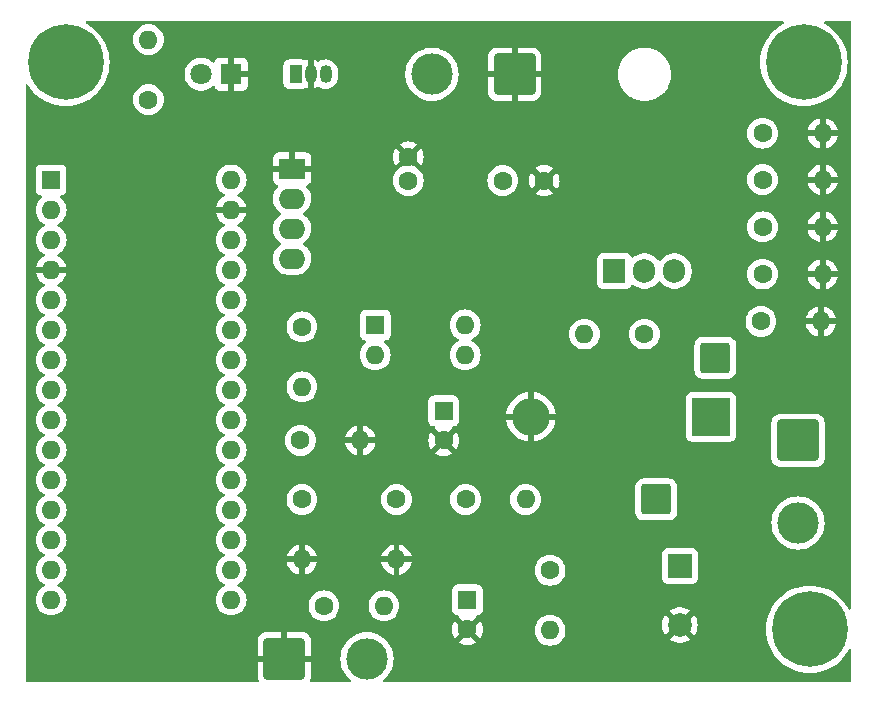
<source format=gbr>
%TF.GenerationSoftware,KiCad,Pcbnew,7.0.2*%
%TF.CreationDate,2023-05-02T00:15:14+02:00*%
%TF.ProjectId,Test1,54657374-312e-46b6-9963-61645f706362,rev?*%
%TF.SameCoordinates,PX669d880PY237a080*%
%TF.FileFunction,Copper,L2,Bot*%
%TF.FilePolarity,Positive*%
%FSLAX46Y46*%
G04 Gerber Fmt 4.6, Leading zero omitted, Abs format (unit mm)*
G04 Created by KiCad (PCBNEW 7.0.2) date 2023-05-02 00:15:14*
%MOMM*%
%LPD*%
G01*
G04 APERTURE LIST*
G04 Aperture macros list*
%AMRoundRect*
0 Rectangle with rounded corners*
0 $1 Rounding radius*
0 $2 $3 $4 $5 $6 $7 $8 $9 X,Y pos of 4 corners*
0 Add a 4 corners polygon primitive as box body*
4,1,4,$2,$3,$4,$5,$6,$7,$8,$9,$2,$3,0*
0 Add four circle primitives for the rounded corners*
1,1,$1+$1,$2,$3*
1,1,$1+$1,$4,$5*
1,1,$1+$1,$6,$7*
1,1,$1+$1,$8,$9*
0 Add four rect primitives between the rounded corners*
20,1,$1+$1,$2,$3,$4,$5,0*
20,1,$1+$1,$4,$5,$6,$7,0*
20,1,$1+$1,$6,$7,$8,$9,0*
20,1,$1+$1,$8,$9,$2,$3,0*%
G04 Aperture macros list end*
%TA.AperFunction,ComponentPad*%
%ADD10O,1.600000X1.600000*%
%TD*%
%TA.AperFunction,ComponentPad*%
%ADD11R,1.600000X1.600000*%
%TD*%
%TA.AperFunction,ComponentPad*%
%ADD12C,1.600000*%
%TD*%
%TA.AperFunction,ComponentPad*%
%ADD13R,1.050000X1.500000*%
%TD*%
%TA.AperFunction,ComponentPad*%
%ADD14O,1.050000X1.500000*%
%TD*%
%TA.AperFunction,ComponentPad*%
%ADD15R,1.905000X2.000000*%
%TD*%
%TA.AperFunction,ComponentPad*%
%ADD16O,1.905000X2.000000*%
%TD*%
%TA.AperFunction,ComponentPad*%
%ADD17R,2.250000X1.750000*%
%TD*%
%TA.AperFunction,ComponentPad*%
%ADD18O,2.250000X1.750000*%
%TD*%
%TA.AperFunction,ComponentPad*%
%ADD19RoundRect,0.250002X-1.499998X-1.499998X1.499998X-1.499998X1.499998X1.499998X-1.499998X1.499998X0*%
%TD*%
%TA.AperFunction,ComponentPad*%
%ADD20C,3.500000*%
%TD*%
%TA.AperFunction,ComponentPad*%
%ADD21RoundRect,0.250002X-1.499998X1.499998X-1.499998X-1.499998X1.499998X-1.499998X1.499998X1.499998X0*%
%TD*%
%TA.AperFunction,ComponentPad*%
%ADD22RoundRect,0.249999X-1.025001X-1.025001X1.025001X-1.025001X1.025001X1.025001X-1.025001X1.025001X0*%
%TD*%
%TA.AperFunction,ComponentPad*%
%ADD23RoundRect,0.250002X1.499998X1.499998X-1.499998X1.499998X-1.499998X-1.499998X1.499998X-1.499998X0*%
%TD*%
%TA.AperFunction,ComponentPad*%
%ADD24R,3.200000X3.200000*%
%TD*%
%TA.AperFunction,ComponentPad*%
%ADD25O,3.200000X3.200000*%
%TD*%
%TA.AperFunction,ComponentPad*%
%ADD26R,2.000000X2.000000*%
%TD*%
%TA.AperFunction,ComponentPad*%
%ADD27C,2.000000*%
%TD*%
%TA.AperFunction,ComponentPad*%
%ADD28C,6.400000*%
%TD*%
%TA.AperFunction,ComponentPad*%
%ADD29R,1.800000X1.800000*%
%TD*%
%TA.AperFunction,ComponentPad*%
%ADD30C,1.800000*%
%TD*%
%TA.AperFunction,ViaPad*%
%ADD31C,0.800000*%
%TD*%
G04 APERTURE END LIST*
D10*
%TO.P,U1,4*%
%TO.N,DC_OUT5*%
X37220000Y-26025000D03*
%TO.P,U1,3*%
%TO.N,Net-(Q1-G)*%
X37220000Y-28565000D03*
%TO.P,U1,2*%
%TO.N,Net-(R5-Pad1)*%
X29600000Y-28565000D03*
D11*
%TO.P,U1,1*%
%TO.N,PWM*%
X29600000Y-26025000D03*
%TD*%
D12*
%TO.P,C7,1*%
%TO.N,+5V*%
X32400000Y-13800000D03*
%TO.P,C7,2*%
%TO.N,GND*%
X32400000Y-11800000D03*
%TD*%
%TO.P,R14,1*%
%TO.N,ADC2*%
X23400000Y-40800000D03*
D10*
%TO.P,R14,2*%
%TO.N,GND*%
X23400000Y-45880000D03*
%TD*%
D12*
%TO.P,R13,1*%
%TO.N,Net-(J5-Pin_2)*%
X25260000Y-49800000D03*
D10*
%TO.P,R13,2*%
%TO.N,ADC2*%
X30340000Y-49800000D03*
%TD*%
D12*
%TO.P,R12,1*%
%TO.N,+5V*%
X23400000Y-26180000D03*
D10*
%TO.P,R12,2*%
%TO.N,ADC2*%
X23400000Y-31260000D03*
%TD*%
D12*
%TO.P,R11,1*%
%TO.N,Net-(A1-D2)*%
X10400000Y-6940000D03*
D10*
%TO.P,R11,2*%
%TO.N,Net-(D2-A)*%
X10400000Y-1860000D03*
%TD*%
D12*
%TO.P,R10,1*%
%TO.N,MOTN*%
X62400000Y-21720000D03*
D10*
%TO.P,R10,2*%
%TO.N,GND*%
X67480000Y-21720000D03*
%TD*%
D12*
%TO.P,R9,1*%
%TO.N,MOTN*%
X62260000Y-25720000D03*
D10*
%TO.P,R9,2*%
%TO.N,GND*%
X67340000Y-25720000D03*
%TD*%
D12*
%TO.P,R8,1*%
%TO.N,MOTN*%
X62400000Y-17720000D03*
D10*
%TO.P,R8,2*%
%TO.N,GND*%
X67480000Y-17720000D03*
%TD*%
D12*
%TO.P,R7,1*%
%TO.N,MOTN*%
X62400000Y-13720000D03*
D10*
%TO.P,R7,2*%
%TO.N,GND*%
X67480000Y-13720000D03*
%TD*%
D12*
%TO.P,R6,1*%
%TO.N,MOTN*%
X62400000Y-9800000D03*
D10*
%TO.P,R6,2*%
%TO.N,GND*%
X67480000Y-9800000D03*
%TD*%
D12*
%TO.P,R5,1*%
%TO.N,Net-(R5-Pad1)*%
X23260000Y-35800000D03*
D10*
%TO.P,R5,2*%
%TO.N,GND*%
X28340000Y-35800000D03*
%TD*%
D12*
%TO.P,R4,1*%
%TO.N,ADC0*%
X37260000Y-40800000D03*
D10*
%TO.P,R4,2*%
%TO.N,MOTN*%
X42340000Y-40800000D03*
%TD*%
D12*
%TO.P,R3,1*%
%TO.N,ADC1*%
X31400000Y-40800000D03*
D10*
%TO.P,R3,2*%
%TO.N,GND*%
X31400000Y-45880000D03*
%TD*%
D12*
%TO.P,R2,1*%
%TO.N,MOTP*%
X44400000Y-46800000D03*
D10*
%TO.P,R2,2*%
%TO.N,ADC1*%
X44400000Y-51880000D03*
%TD*%
D12*
%TO.P,R1,1*%
%TO.N,DC_OUT0*%
X52400000Y-26800000D03*
D10*
%TO.P,R1,2*%
%TO.N,Net-(Q1-G)*%
X47320000Y-26800000D03*
%TD*%
D13*
%TO.P,U2,1,VO*%
%TO.N,+5V*%
X22860000Y-4800000D03*
D14*
%TO.P,U2,2,GND*%
%TO.N,GND*%
X24130000Y-4800000D03*
%TO.P,U2,3,VI*%
%TO.N,12V*%
X25400000Y-4800000D03*
%TD*%
D15*
%TO.P,Q1,1,G*%
%TO.N,Net-(Q1-G)*%
X49860000Y-21460000D03*
D16*
%TO.P,Q1,2,D*%
%TO.N,12V*%
X52400000Y-21460000D03*
%TO.P,Q1,3,S*%
%TO.N,DC_OUT0*%
X54940000Y-21460000D03*
%TD*%
D17*
%TO.P,PS1,1,-Vin*%
%TO.N,GND*%
X22557500Y-12800000D03*
D18*
%TO.P,PS1,2,+Vin*%
%TO.N,+5V*%
X22557500Y-15340000D03*
%TO.P,PS1,3,-Vout*%
%TO.N,DC_OUT0*%
X22557500Y-17880000D03*
%TO.P,PS1,4,+Vout*%
%TO.N,DC_OUT5*%
X22557500Y-20420000D03*
%TD*%
D19*
%TO.P,J5,1,Pin_1*%
%TO.N,GND*%
X21900000Y-54300000D03*
D20*
%TO.P,J5,2,Pin_2*%
%TO.N,Net-(J5-Pin_2)*%
X28900000Y-54300000D03*
%TD*%
D21*
%TO.P,J4,1,Pin_1*%
%TO.N,MOTN*%
X65400000Y-35800000D03*
D20*
%TO.P,J4,2,Pin_2*%
%TO.N,MOTP*%
X65400000Y-42800000D03*
%TD*%
D22*
%TO.P,J3,1,Pin_1*%
%TO.N,MOTP*%
X53400000Y-40800000D03*
%TD*%
%TO.P,J2,1,Pin_1*%
%TO.N,DC_OUT0*%
X58400000Y-28800000D03*
%TD*%
D23*
%TO.P,J1,1,Pin_1*%
%TO.N,GND*%
X41400000Y-4800000D03*
D20*
%TO.P,J1,2,Pin_2*%
%TO.N,12V*%
X34400000Y-4800000D03*
%TD*%
D24*
%TO.P,D1,1,K*%
%TO.N,DC_OUT0*%
X58020000Y-33800000D03*
D25*
%TO.P,D1,2,A*%
%TO.N,GND*%
X42780000Y-33800000D03*
%TD*%
D11*
%TO.P,C5,1*%
%TO.N,ADC0*%
X35400000Y-33300000D03*
D12*
%TO.P,C5,2*%
%TO.N,GND*%
X35400000Y-35800000D03*
%TD*%
D11*
%TO.P,C4,1*%
%TO.N,ADC1*%
X37400000Y-49300000D03*
D12*
%TO.P,C4,2*%
%TO.N,GND*%
X37400000Y-51800000D03*
%TD*%
D26*
%TO.P,C3,1*%
%TO.N,MOTP*%
X55400000Y-46432323D03*
D27*
%TO.P,C3,2*%
%TO.N,GND*%
X55400000Y-51432323D03*
%TD*%
D12*
%TO.P,C1,1*%
%TO.N,12V*%
X40400000Y-13800000D03*
%TO.P,C1,2*%
%TO.N,GND*%
X43900000Y-13800000D03*
%TD*%
D28*
%TO.P,REF\u002A\u002A,1*%
%TO.N,N/C*%
X66400000Y-51800000D03*
%TD*%
D10*
%TO.P,A1,30,VIN*%
%TO.N,unconnected-(A1-VIN-Pad30)*%
X17400000Y-13750000D03*
%TO.P,A1,29,GND*%
%TO.N,GND*%
X17400000Y-16290000D03*
%TO.P,A1,28,~{RESET}*%
%TO.N,unconnected-(A1-~{RESET}-Pad28)*%
X17400000Y-18830000D03*
%TO.P,A1,27,+5V*%
%TO.N,+5V*%
X17400000Y-21370000D03*
%TO.P,A1,26,A7*%
%TO.N,unconnected-(A1-A7-Pad26)*%
X17400000Y-23910000D03*
%TO.P,A1,25,A6*%
%TO.N,unconnected-(A1-A6-Pad25)*%
X17400000Y-26450000D03*
%TO.P,A1,24,A5*%
%TO.N,unconnected-(A1-A5-Pad24)*%
X17400000Y-28990000D03*
%TO.P,A1,23,A4*%
%TO.N,unconnected-(A1-A4-Pad23)*%
X17400000Y-31530000D03*
%TO.P,A1,22,A3*%
%TO.N,unconnected-(A1-A3-Pad22)*%
X17400000Y-34070000D03*
%TO.P,A1,21,A2*%
%TO.N,ADC2*%
X17400000Y-36610000D03*
%TO.P,A1,20,A1*%
%TO.N,ADC1*%
X17400000Y-39150000D03*
%TO.P,A1,19,A0*%
%TO.N,ADC0*%
X17400000Y-41690000D03*
%TO.P,A1,18,AREF*%
%TO.N,unconnected-(A1-AREF-Pad18)*%
X17400000Y-44230000D03*
%TO.P,A1,17,3V3*%
%TO.N,unconnected-(A1-3V3-Pad17)*%
X17400000Y-46770000D03*
%TO.P,A1,16,D13*%
%TO.N,unconnected-(A1-D13-Pad16)*%
X17400000Y-49310000D03*
%TO.P,A1,15,D12*%
%TO.N,unconnected-(A1-D12-Pad15)*%
X2160000Y-49310000D03*
%TO.P,A1,14,D11*%
%TO.N,unconnected-(A1-D11-Pad14)*%
X2160000Y-46770000D03*
%TO.P,A1,13,D10*%
%TO.N,unconnected-(A1-D10-Pad13)*%
X2160000Y-44230000D03*
%TO.P,A1,12,D9*%
%TO.N,unconnected-(A1-D9-Pad12)*%
X2160000Y-41690000D03*
%TO.P,A1,11,D8*%
%TO.N,unconnected-(A1-D8-Pad11)*%
X2160000Y-39150000D03*
%TO.P,A1,10,D7*%
%TO.N,unconnected-(A1-D7-Pad10)*%
X2160000Y-36610000D03*
%TO.P,A1,9,D6*%
%TO.N,PWM*%
X2160000Y-34070000D03*
%TO.P,A1,8,D5*%
%TO.N,unconnected-(A1-D5-Pad8)*%
X2160000Y-31530000D03*
%TO.P,A1,7,D4*%
%TO.N,unconnected-(A1-D4-Pad7)*%
X2160000Y-28990000D03*
%TO.P,A1,6,D3*%
%TO.N,unconnected-(A1-D3-Pad6)*%
X2160000Y-26450000D03*
%TO.P,A1,5,D2*%
%TO.N,Net-(A1-D2)*%
X2160000Y-23910000D03*
%TO.P,A1,4,GND*%
%TO.N,GND*%
X2160000Y-21370000D03*
%TO.P,A1,3,~{RESET}*%
%TO.N,unconnected-(A1-~{RESET}-Pad3)*%
X2160000Y-18830000D03*
%TO.P,A1,2,D0/RX*%
%TO.N,unconnected-(A1-D0{slash}RX-Pad2)*%
X2160000Y-16290000D03*
D11*
%TO.P,A1,1,D1/TX*%
%TO.N,unconnected-(A1-D1{slash}TX-Pad1)*%
X2160000Y-13750000D03*
%TD*%
D29*
%TO.P,D2,1,K*%
%TO.N,GND*%
X17400000Y-4800000D03*
D30*
%TO.P,D2,2,A*%
%TO.N,Net-(D2-A)*%
X14860000Y-4800000D03*
%TD*%
D28*
%TO.P,REF\u002A\u002A,1*%
%TO.N,N/C*%
X65900000Y-3800000D03*
%TD*%
%TO.P,REF\u002A\u002A,1*%
%TO.N,N/C*%
X3400000Y-3800000D03*
%TD*%
D31*
%TO.N,GND*%
X37400000Y-16800000D03*
X46400000Y-19800000D03*
%TD*%
%TA.AperFunction,Conductor*%
%TO.N,GND*%
G36*
X64168627Y-319685D02*
G01*
X64214382Y-372489D01*
X64224326Y-441647D01*
X64195301Y-505203D01*
X64157883Y-534485D01*
X64050104Y-589400D01*
X64050090Y-589408D01*
X64047211Y-590875D01*
X64044491Y-592641D01*
X64044483Y-592646D01*
X63724644Y-800352D01*
X63724638Y-800355D01*
X63721916Y-802124D01*
X63719396Y-804164D01*
X63719390Y-804169D01*
X63423002Y-1044179D01*
X63422991Y-1044188D01*
X63420484Y-1046219D01*
X63418199Y-1048503D01*
X63418189Y-1048513D01*
X63148513Y-1318189D01*
X63148503Y-1318199D01*
X63146219Y-1320484D01*
X63144188Y-1322991D01*
X63144179Y-1323002D01*
X62904169Y-1619390D01*
X62904164Y-1619396D01*
X62902124Y-1621916D01*
X62900355Y-1624638D01*
X62900352Y-1624644D01*
X62692646Y-1944483D01*
X62692641Y-1944491D01*
X62690875Y-1947211D01*
X62689408Y-1950090D01*
X62689400Y-1950104D01*
X62516259Y-2289913D01*
X62516251Y-2289929D01*
X62514786Y-2292806D01*
X62513625Y-2295828D01*
X62513622Y-2295837D01*
X62376946Y-2651889D01*
X62376941Y-2651902D01*
X62375786Y-2654913D01*
X62374950Y-2658031D01*
X62374947Y-2658042D01*
X62276237Y-3026433D01*
X62276234Y-3026446D01*
X62275398Y-3029567D01*
X62274892Y-3032758D01*
X62274889Y-3032775D01*
X62215229Y-3409456D01*
X62215227Y-3409470D01*
X62214722Y-3412662D01*
X62214552Y-3415894D01*
X62214552Y-3415900D01*
X62202998Y-3636360D01*
X62194422Y-3800000D01*
X62194592Y-3803243D01*
X62211605Y-4127876D01*
X62214722Y-4187338D01*
X62215227Y-4190531D01*
X62215229Y-4190543D01*
X62274889Y-4567224D01*
X62274891Y-4567237D01*
X62275398Y-4570433D01*
X62276235Y-4573557D01*
X62276237Y-4573566D01*
X62374947Y-4941957D01*
X62375786Y-4945087D01*
X62376943Y-4948102D01*
X62376946Y-4948110D01*
X62495251Y-5256303D01*
X62514786Y-5307194D01*
X62516255Y-5310077D01*
X62516259Y-5310086D01*
X62689400Y-5649895D01*
X62690875Y-5652789D01*
X62692642Y-5655511D01*
X62692645Y-5655515D01*
X62767951Y-5771476D01*
X62902124Y-5978084D01*
X63146219Y-6279516D01*
X63420484Y-6553781D01*
X63721916Y-6797876D01*
X64047211Y-7009125D01*
X64099558Y-7035797D01*
X64356448Y-7166689D01*
X64392806Y-7185214D01*
X64754913Y-7324214D01*
X65129567Y-7424602D01*
X65512662Y-7485278D01*
X65900000Y-7505578D01*
X66287338Y-7485278D01*
X66670433Y-7424602D01*
X67045087Y-7324214D01*
X67407194Y-7185214D01*
X67752789Y-7009125D01*
X68078084Y-6797876D01*
X68379516Y-6553781D01*
X68653781Y-6279516D01*
X68897876Y-5978084D01*
X69088506Y-5684540D01*
X69107355Y-5655515D01*
X69107357Y-5655511D01*
X69109125Y-5652789D01*
X69285214Y-5307194D01*
X69424214Y-4945087D01*
X69524602Y-4570433D01*
X69585278Y-4187338D01*
X69605578Y-3800000D01*
X69585278Y-3412662D01*
X69524602Y-3029567D01*
X69424214Y-2654913D01*
X69285214Y-2292806D01*
X69109125Y-1947211D01*
X68897876Y-1621916D01*
X68653781Y-1320484D01*
X68379516Y-1046219D01*
X68078084Y-802124D01*
X67752789Y-590875D01*
X67749901Y-589403D01*
X67749895Y-589400D01*
X67642117Y-534485D01*
X67591321Y-486511D01*
X67574526Y-418690D01*
X67597063Y-352555D01*
X67651778Y-309103D01*
X67698412Y-300000D01*
X69776000Y-300000D01*
X69843039Y-319685D01*
X69888794Y-372489D01*
X69900000Y-424000D01*
X69900000Y-50001587D01*
X69880315Y-50068626D01*
X69827511Y-50114381D01*
X69758353Y-50124325D01*
X69694797Y-50095300D01*
X69665515Y-50057882D01*
X69610599Y-49950104D01*
X69609125Y-49947211D01*
X69397876Y-49621916D01*
X69153781Y-49320484D01*
X68879516Y-49046219D01*
X68578084Y-48802124D01*
X68252789Y-48590875D01*
X68249901Y-48589403D01*
X68249895Y-48589400D01*
X67910086Y-48416259D01*
X67910077Y-48416255D01*
X67907194Y-48414786D01*
X67904162Y-48413622D01*
X67548110Y-48276946D01*
X67548102Y-48276943D01*
X67545087Y-48275786D01*
X67541962Y-48274948D01*
X67541957Y-48274947D01*
X67173566Y-48176237D01*
X67173557Y-48176235D01*
X67170433Y-48175398D01*
X67167237Y-48174891D01*
X67167224Y-48174889D01*
X66790543Y-48115229D01*
X66790531Y-48115227D01*
X66787338Y-48114722D01*
X66784103Y-48114552D01*
X66784099Y-48114552D01*
X66403244Y-48094592D01*
X66400000Y-48094422D01*
X66396756Y-48094592D01*
X66015900Y-48114552D01*
X66015894Y-48114552D01*
X66012662Y-48114722D01*
X66009470Y-48115227D01*
X66009456Y-48115229D01*
X65632775Y-48174889D01*
X65632758Y-48174892D01*
X65629567Y-48175398D01*
X65626446Y-48176234D01*
X65626433Y-48176237D01*
X65258042Y-48274947D01*
X65258031Y-48274950D01*
X65254913Y-48275786D01*
X65251902Y-48276941D01*
X65251889Y-48276946D01*
X64895837Y-48413622D01*
X64895828Y-48413625D01*
X64892806Y-48414786D01*
X64889929Y-48416251D01*
X64889913Y-48416259D01*
X64550104Y-48589400D01*
X64550090Y-48589408D01*
X64547211Y-48590875D01*
X64544491Y-48592641D01*
X64544483Y-48592646D01*
X64224644Y-48800352D01*
X64224638Y-48800355D01*
X64221916Y-48802124D01*
X64219396Y-48804164D01*
X64219390Y-48804169D01*
X63923002Y-49044179D01*
X63922991Y-49044188D01*
X63920484Y-49046219D01*
X63918199Y-49048503D01*
X63918189Y-49048513D01*
X63648513Y-49318189D01*
X63648503Y-49318199D01*
X63646219Y-49320484D01*
X63644188Y-49322991D01*
X63644179Y-49323002D01*
X63404169Y-49619390D01*
X63404164Y-49619396D01*
X63402124Y-49621916D01*
X63400355Y-49624638D01*
X63400352Y-49624644D01*
X63192646Y-49944483D01*
X63192641Y-49944491D01*
X63190875Y-49947211D01*
X63189408Y-49950090D01*
X63189400Y-49950104D01*
X63016259Y-50289913D01*
X63016251Y-50289929D01*
X63014786Y-50292806D01*
X63013625Y-50295828D01*
X63013622Y-50295837D01*
X62876946Y-50651889D01*
X62876941Y-50651902D01*
X62875786Y-50654913D01*
X62874950Y-50658031D01*
X62874947Y-50658042D01*
X62776237Y-51026433D01*
X62776234Y-51026446D01*
X62775398Y-51029567D01*
X62774892Y-51032758D01*
X62774889Y-51032775D01*
X62715229Y-51409456D01*
X62715227Y-51409470D01*
X62714722Y-51412662D01*
X62714552Y-51415894D01*
X62714552Y-51415900D01*
X62712951Y-51446446D01*
X62694422Y-51800000D01*
X62694592Y-51803243D01*
X62712696Y-52148693D01*
X62714722Y-52187338D01*
X62715227Y-52190531D01*
X62715229Y-52190543D01*
X62774889Y-52567224D01*
X62774891Y-52567237D01*
X62775398Y-52570433D01*
X62776235Y-52573557D01*
X62776237Y-52573566D01*
X62870951Y-52927043D01*
X62875786Y-52945087D01*
X62876943Y-52948102D01*
X62876946Y-52948110D01*
X63013622Y-53304162D01*
X63014786Y-53307194D01*
X63016255Y-53310077D01*
X63016259Y-53310086D01*
X63189400Y-53649895D01*
X63190875Y-53652789D01*
X63402124Y-53978084D01*
X63646219Y-54279516D01*
X63920484Y-54553781D01*
X64221916Y-54797876D01*
X64547211Y-55009125D01*
X64892806Y-55185214D01*
X65254913Y-55324214D01*
X65629567Y-55424602D01*
X66012662Y-55485278D01*
X66400000Y-55505578D01*
X66787338Y-55485278D01*
X67170433Y-55424602D01*
X67545087Y-55324214D01*
X67907194Y-55185214D01*
X68252789Y-55009125D01*
X68578084Y-54797876D01*
X68879516Y-54553781D01*
X69153781Y-54279516D01*
X69397876Y-53978084D01*
X69609125Y-53652789D01*
X69665515Y-53542116D01*
X69713489Y-53491321D01*
X69781310Y-53474526D01*
X69847445Y-53497063D01*
X69890897Y-53551778D01*
X69900000Y-53598412D01*
X69900000Y-56176000D01*
X69880315Y-56243039D01*
X69827511Y-56288794D01*
X69776000Y-56300000D01*
X30362129Y-56300000D01*
X30295090Y-56280315D01*
X30249335Y-56227511D01*
X30239391Y-56158353D01*
X30268416Y-56094797D01*
X30280370Y-56082772D01*
X30291645Y-56072883D01*
X30494758Y-55894758D01*
X30689273Y-55672957D01*
X30853172Y-55427665D01*
X30983652Y-55163077D01*
X31078481Y-54883722D01*
X31136034Y-54594380D01*
X31155329Y-54300000D01*
X31136034Y-54005620D01*
X31078481Y-53716278D01*
X30983652Y-53436923D01*
X30853172Y-53172336D01*
X30689273Y-52927043D01*
X30494758Y-52705242D01*
X30480089Y-52692378D01*
X30276014Y-52513408D01*
X30272957Y-52510727D01*
X30269575Y-52508467D01*
X30031039Y-52349082D01*
X30031034Y-52349079D01*
X30027665Y-52346828D01*
X30024036Y-52345038D01*
X30024025Y-52345032D01*
X29766720Y-52218144D01*
X29766713Y-52218141D01*
X29763077Y-52216348D01*
X29687059Y-52190543D01*
X29487566Y-52122823D01*
X29487553Y-52122819D01*
X29483722Y-52121519D01*
X29479745Y-52120728D01*
X29479738Y-52120726D01*
X29198362Y-52064758D01*
X29198361Y-52064757D01*
X29194380Y-52063966D01*
X29190330Y-52063700D01*
X29190326Y-52063700D01*
X28904058Y-52044937D01*
X28900000Y-52044671D01*
X28895942Y-52044937D01*
X28609673Y-52063700D01*
X28609667Y-52063700D01*
X28605620Y-52063966D01*
X28601640Y-52064757D01*
X28601637Y-52064758D01*
X28320261Y-52120726D01*
X28320250Y-52120728D01*
X28316278Y-52121519D01*
X28312449Y-52122818D01*
X28312433Y-52122823D01*
X28040769Y-52215042D01*
X28040762Y-52215044D01*
X28036923Y-52216348D01*
X28033286Y-52218141D01*
X28033280Y-52218144D01*
X27775976Y-52345032D01*
X27775964Y-52345038D01*
X27772336Y-52346828D01*
X27768973Y-52349075D01*
X27768961Y-52349082D01*
X27530424Y-52508467D01*
X27530414Y-52508473D01*
X27527043Y-52510727D01*
X27523992Y-52513402D01*
X27523985Y-52513408D01*
X27308290Y-52702568D01*
X27308282Y-52702575D01*
X27305242Y-52705242D01*
X27302575Y-52708282D01*
X27302568Y-52708290D01*
X27113408Y-52923985D01*
X27113402Y-52923992D01*
X27110727Y-52927043D01*
X27108473Y-52930414D01*
X27108467Y-52930424D01*
X26949082Y-53168961D01*
X26949075Y-53168973D01*
X26946828Y-53172336D01*
X26945038Y-53175964D01*
X26945032Y-53175976D01*
X26818144Y-53433280D01*
X26818141Y-53433286D01*
X26816348Y-53436923D01*
X26815044Y-53440762D01*
X26815042Y-53440769D01*
X26722823Y-53712433D01*
X26722818Y-53712449D01*
X26721519Y-53716278D01*
X26720728Y-53720250D01*
X26720726Y-53720261D01*
X26669986Y-53975355D01*
X26663966Y-54005620D01*
X26644671Y-54300000D01*
X26644937Y-54304058D01*
X26661438Y-54555820D01*
X26663966Y-54594380D01*
X26664757Y-54598361D01*
X26664758Y-54598362D01*
X26720726Y-54879738D01*
X26720728Y-54879745D01*
X26721519Y-54883722D01*
X26722819Y-54887553D01*
X26722823Y-54887566D01*
X26815042Y-55159230D01*
X26816348Y-55163077D01*
X26818141Y-55166713D01*
X26818144Y-55166720D01*
X26945032Y-55424025D01*
X26945038Y-55424036D01*
X26946828Y-55427665D01*
X26949079Y-55431034D01*
X26949082Y-55431039D01*
X27108467Y-55669575D01*
X27110727Y-55672957D01*
X27305242Y-55894758D01*
X27308290Y-55897431D01*
X27519630Y-56082772D01*
X27557054Y-56141774D01*
X27556638Y-56211642D01*
X27518515Y-56270195D01*
X27454787Y-56298841D01*
X27437871Y-56300000D01*
X24194964Y-56300000D01*
X24127925Y-56280315D01*
X24082170Y-56227511D01*
X24072226Y-56158353D01*
X24081283Y-56133368D01*
X24079799Y-56132877D01*
X24139506Y-55952694D01*
X24149680Y-55853107D01*
X24150000Y-55846829D01*
X24150000Y-54550000D01*
X22633597Y-54550000D01*
X22660350Y-54473545D01*
X22679904Y-54300000D01*
X22660350Y-54126455D01*
X22633597Y-54050000D01*
X24149998Y-54050000D01*
X24149999Y-52753172D01*
X24149678Y-52746890D01*
X24139506Y-52647306D01*
X24084357Y-52480879D01*
X23992316Y-52331655D01*
X23868344Y-52207683D01*
X23719120Y-52115642D01*
X23552694Y-52060493D01*
X23453107Y-52050319D01*
X23446830Y-52050000D01*
X22150000Y-52050000D01*
X22150000Y-53566402D01*
X22073545Y-53539650D01*
X21943524Y-53525000D01*
X21856476Y-53525000D01*
X21726455Y-53539650D01*
X21649999Y-53566403D01*
X21649999Y-52050000D01*
X20353172Y-52050000D01*
X20346890Y-52050321D01*
X20247306Y-52060493D01*
X20080879Y-52115642D01*
X19931655Y-52207683D01*
X19807683Y-52331655D01*
X19715642Y-52480879D01*
X19660493Y-52647305D01*
X19650319Y-52746892D01*
X19650000Y-52753170D01*
X19650000Y-54050000D01*
X21166403Y-54050000D01*
X21139650Y-54126455D01*
X21120096Y-54300000D01*
X21139650Y-54473545D01*
X21166403Y-54550000D01*
X19650001Y-54550000D01*
X19650001Y-55846827D01*
X19650321Y-55853109D01*
X19660493Y-55952693D01*
X19720201Y-56132877D01*
X19716886Y-56133975D01*
X19729015Y-56178287D01*
X19708097Y-56244952D01*
X19654458Y-56289725D01*
X19605036Y-56300000D01*
X124500Y-56300000D01*
X57461Y-56280315D01*
X11706Y-56227511D01*
X500Y-56176000D01*
X500Y-51800000D01*
X36095033Y-51800000D01*
X36114858Y-52026602D01*
X36173733Y-52246326D01*
X36269866Y-52452484D01*
X36320972Y-52525471D01*
X36320974Y-52525472D01*
X37002046Y-51844399D01*
X37014835Y-51925148D01*
X37072359Y-52038045D01*
X37161955Y-52127641D01*
X37274852Y-52185165D01*
X37355599Y-52197953D01*
X36674526Y-52879025D01*
X36674526Y-52879026D01*
X36747515Y-52930133D01*
X36953673Y-53026266D01*
X37173397Y-53085141D01*
X37400000Y-53104966D01*
X37626602Y-53085141D01*
X37846326Y-53026266D01*
X38052480Y-52930134D01*
X38125472Y-52879025D01*
X37444401Y-52197953D01*
X37525148Y-52185165D01*
X37638045Y-52127641D01*
X37727641Y-52038045D01*
X37785165Y-51925148D01*
X37797953Y-51844400D01*
X38479025Y-52525472D01*
X38530134Y-52452480D01*
X38626266Y-52246326D01*
X38685141Y-52026602D01*
X38697967Y-51880000D01*
X43094531Y-51880000D01*
X43114364Y-52106689D01*
X43173261Y-52326497D01*
X43269432Y-52532735D01*
X43399953Y-52719140D01*
X43560859Y-52880046D01*
X43747264Y-53010567D01*
X43747265Y-53010567D01*
X43747266Y-53010568D01*
X43953504Y-53106739D01*
X44173308Y-53165635D01*
X44400000Y-53185468D01*
X44626692Y-53165635D01*
X44846496Y-53106739D01*
X45052734Y-53010568D01*
X45239139Y-52880047D01*
X45400047Y-52719139D01*
X45530568Y-52532734D01*
X45626739Y-52326496D01*
X45685635Y-52106692D01*
X45705468Y-51880000D01*
X45685635Y-51653308D01*
X45626739Y-51433504D01*
X45626188Y-51432322D01*
X53894858Y-51432322D01*
X53915386Y-51680055D01*
X53976413Y-51921044D01*
X54076268Y-52148693D01*
X54176563Y-52302205D01*
X54176564Y-52302205D01*
X54916923Y-51561846D01*
X54940507Y-51642167D01*
X55018239Y-51763121D01*
X55126900Y-51857275D01*
X55257685Y-51917003D01*
X55267466Y-51918409D01*
X54529942Y-52655932D01*
X54529942Y-52655933D01*
X54576766Y-52692378D01*
X54795393Y-52810691D01*
X55030506Y-52891406D01*
X55275707Y-52932323D01*
X55524293Y-52932323D01*
X55769493Y-52891406D01*
X56004606Y-52810691D01*
X56223233Y-52692376D01*
X56270056Y-52655932D01*
X55532533Y-51918409D01*
X55542315Y-51917003D01*
X55673100Y-51857275D01*
X55781761Y-51763121D01*
X55859493Y-51642167D01*
X55883077Y-51561846D01*
X56623434Y-52302205D01*
X56723730Y-52148692D01*
X56823586Y-51921044D01*
X56884613Y-51680055D01*
X56905141Y-51432322D01*
X56884613Y-51184590D01*
X56823586Y-50943601D01*
X56723730Y-50715953D01*
X56623434Y-50562439D01*
X55883076Y-51302797D01*
X55859493Y-51222479D01*
X55781761Y-51101525D01*
X55673100Y-51007371D01*
X55542315Y-50947643D01*
X55532534Y-50946236D01*
X56270057Y-50208713D01*
X56270056Y-50208711D01*
X56223235Y-50172270D01*
X56004606Y-50053954D01*
X55769493Y-49973239D01*
X55524293Y-49932323D01*
X55275707Y-49932323D01*
X55030506Y-49973239D01*
X54795393Y-50053954D01*
X54576764Y-50172269D01*
X54529942Y-50208711D01*
X54529942Y-50208713D01*
X55267466Y-50946236D01*
X55257685Y-50947643D01*
X55126900Y-51007371D01*
X55018239Y-51101525D01*
X54940507Y-51222479D01*
X54916923Y-51302798D01*
X54176564Y-50562439D01*
X54076266Y-50715957D01*
X53976413Y-50943601D01*
X53915386Y-51184590D01*
X53894858Y-51432322D01*
X45626188Y-51432322D01*
X45530568Y-51227266D01*
X45527217Y-51222479D01*
X45400046Y-51040859D01*
X45239140Y-50879953D01*
X45052735Y-50749432D01*
X44846497Y-50653261D01*
X44626689Y-50594364D01*
X44400000Y-50574531D01*
X44173310Y-50594364D01*
X43953502Y-50653261D01*
X43747264Y-50749432D01*
X43560859Y-50879953D01*
X43399953Y-51040859D01*
X43269432Y-51227264D01*
X43173261Y-51433502D01*
X43114364Y-51653310D01*
X43094531Y-51880000D01*
X38697967Y-51880000D01*
X38704966Y-51800000D01*
X38685141Y-51573397D01*
X38626266Y-51353673D01*
X38530133Y-51147515D01*
X38479025Y-51074526D01*
X37797953Y-51755598D01*
X37785165Y-51674852D01*
X37727641Y-51561955D01*
X37638045Y-51472359D01*
X37525148Y-51414835D01*
X37444400Y-51402046D01*
X38130600Y-50715845D01*
X38140481Y-50666679D01*
X38189096Y-50616496D01*
X38243621Y-50600548D01*
X38244536Y-50600499D01*
X38247872Y-50600499D01*
X38307483Y-50594091D01*
X38442331Y-50543796D01*
X38557546Y-50457546D01*
X38643796Y-50342331D01*
X38694091Y-50207483D01*
X38700500Y-50147873D01*
X38700499Y-48452128D01*
X38694091Y-48392517D01*
X38643796Y-48257669D01*
X38557546Y-48142454D01*
X38442331Y-48056204D01*
X38307483Y-48005909D01*
X38247873Y-47999500D01*
X38244550Y-47999500D01*
X36555439Y-47999500D01*
X36555420Y-47999500D01*
X36552128Y-47999501D01*
X36548848Y-47999853D01*
X36548840Y-47999854D01*
X36492515Y-48005909D01*
X36357669Y-48056204D01*
X36242454Y-48142454D01*
X36156204Y-48257668D01*
X36105910Y-48392515D01*
X36105909Y-48392517D01*
X36099500Y-48452127D01*
X36099500Y-48455448D01*
X36099500Y-48455449D01*
X36099500Y-50144560D01*
X36099500Y-50144578D01*
X36099501Y-50147872D01*
X36099853Y-50151152D01*
X36099854Y-50151159D01*
X36105909Y-50207484D01*
X36120460Y-50246496D01*
X36156204Y-50342331D01*
X36242454Y-50457546D01*
X36357669Y-50543796D01*
X36492517Y-50594091D01*
X36552127Y-50600500D01*
X36555455Y-50600499D01*
X36556388Y-50600550D01*
X36622278Y-50623792D01*
X36665143Y-50678967D01*
X36670667Y-50717114D01*
X37355600Y-51402046D01*
X37274852Y-51414835D01*
X37161955Y-51472359D01*
X37072359Y-51561955D01*
X37014835Y-51674852D01*
X37002046Y-51755599D01*
X36320973Y-51074526D01*
X36320973Y-51074527D01*
X36269865Y-51147516D01*
X36173733Y-51353672D01*
X36114858Y-51573397D01*
X36095033Y-51800000D01*
X500Y-51800000D01*
X500Y-49310000D01*
X854531Y-49310000D01*
X874364Y-49536689D01*
X933261Y-49756497D01*
X1029432Y-49962735D01*
X1159953Y-50149140D01*
X1320859Y-50310046D01*
X1507264Y-50440567D01*
X1507265Y-50440567D01*
X1507266Y-50440568D01*
X1713504Y-50536739D01*
X1933308Y-50595635D01*
X2160000Y-50615468D01*
X2386692Y-50595635D01*
X2606496Y-50536739D01*
X2812734Y-50440568D01*
X2999139Y-50310047D01*
X3160047Y-50149139D01*
X3290568Y-49962734D01*
X3386739Y-49756496D01*
X3445635Y-49536692D01*
X3465468Y-49310000D01*
X16094531Y-49310000D01*
X16114364Y-49536689D01*
X16173261Y-49756497D01*
X16269432Y-49962735D01*
X16399953Y-50149140D01*
X16560859Y-50310046D01*
X16747264Y-50440567D01*
X16747265Y-50440567D01*
X16747266Y-50440568D01*
X16953504Y-50536739D01*
X17173308Y-50595635D01*
X17400000Y-50615468D01*
X17626692Y-50595635D01*
X17846496Y-50536739D01*
X18052734Y-50440568D01*
X18239139Y-50310047D01*
X18400047Y-50149139D01*
X18530568Y-49962734D01*
X18606453Y-49800000D01*
X23954531Y-49800000D01*
X23974364Y-50026689D01*
X24033261Y-50246497D01*
X24129432Y-50452735D01*
X24259953Y-50639140D01*
X24420859Y-50800046D01*
X24607264Y-50930567D01*
X24607265Y-50930567D01*
X24607266Y-50930568D01*
X24813504Y-51026739D01*
X25033308Y-51085635D01*
X25184436Y-51098856D01*
X25259999Y-51105468D01*
X25259999Y-51105467D01*
X25260000Y-51105468D01*
X25486692Y-51085635D01*
X25706496Y-51026739D01*
X25912734Y-50930568D01*
X26099139Y-50800047D01*
X26260047Y-50639139D01*
X26390568Y-50452734D01*
X26486739Y-50246496D01*
X26545635Y-50026692D01*
X26565468Y-49800000D01*
X26565468Y-49799999D01*
X29034531Y-49799999D01*
X29054364Y-50026689D01*
X29113261Y-50246497D01*
X29209432Y-50452735D01*
X29339953Y-50639140D01*
X29500859Y-50800046D01*
X29687264Y-50930567D01*
X29687265Y-50930567D01*
X29687266Y-50930568D01*
X29893504Y-51026739D01*
X30113308Y-51085635D01*
X30264436Y-51098856D01*
X30339999Y-51105468D01*
X30339999Y-51105467D01*
X30340000Y-51105468D01*
X30566692Y-51085635D01*
X30786496Y-51026739D01*
X30992734Y-50930568D01*
X31179139Y-50800047D01*
X31340047Y-50639139D01*
X31470568Y-50452734D01*
X31566739Y-50246496D01*
X31625635Y-50026692D01*
X31645468Y-49800000D01*
X31625635Y-49573308D01*
X31566739Y-49353504D01*
X31470568Y-49147266D01*
X31398387Y-49044179D01*
X31340046Y-48960859D01*
X31179140Y-48799953D01*
X30992735Y-48669432D01*
X30786497Y-48573261D01*
X30566689Y-48514364D01*
X30339999Y-48494531D01*
X30113310Y-48514364D01*
X29893502Y-48573261D01*
X29687264Y-48669432D01*
X29500859Y-48799953D01*
X29339953Y-48960859D01*
X29209432Y-49147264D01*
X29113261Y-49353502D01*
X29054364Y-49573310D01*
X29034531Y-49799999D01*
X26565468Y-49799999D01*
X26545635Y-49573308D01*
X26486739Y-49353504D01*
X26390568Y-49147266D01*
X26318387Y-49044179D01*
X26260046Y-48960859D01*
X26099140Y-48799953D01*
X25912735Y-48669432D01*
X25706497Y-48573261D01*
X25486689Y-48514364D01*
X25259999Y-48494531D01*
X25033310Y-48514364D01*
X24813502Y-48573261D01*
X24607264Y-48669432D01*
X24420859Y-48799953D01*
X24259953Y-48960859D01*
X24129432Y-49147264D01*
X24033261Y-49353502D01*
X23974364Y-49573310D01*
X23954531Y-49800000D01*
X18606453Y-49800000D01*
X18626739Y-49756496D01*
X18685635Y-49536692D01*
X18705468Y-49310000D01*
X18685635Y-49083308D01*
X18626739Y-48863504D01*
X18530568Y-48657266D01*
X18483049Y-48589400D01*
X18400046Y-48470859D01*
X18239140Y-48309953D01*
X18052733Y-48179431D01*
X17994725Y-48152382D01*
X17942285Y-48106210D01*
X17923133Y-48039017D01*
X17943348Y-47972135D01*
X17994725Y-47927618D01*
X17997307Y-47926414D01*
X18052734Y-47900568D01*
X18239139Y-47770047D01*
X18400047Y-47609139D01*
X18530568Y-47422734D01*
X18626739Y-47216496D01*
X18685635Y-46996692D01*
X18705468Y-46770000D01*
X18685635Y-46543308D01*
X18626739Y-46323504D01*
X18536506Y-46130000D01*
X22121128Y-46130000D01*
X22173733Y-46326326D01*
X22269865Y-46532480D01*
X22400341Y-46718819D01*
X22561180Y-46879658D01*
X22747519Y-47010134D01*
X22953673Y-47106266D01*
X23149999Y-47158871D01*
X23150000Y-47158871D01*
X23149999Y-46195686D01*
X23161955Y-46207641D01*
X23274852Y-46265165D01*
X23368519Y-46280000D01*
X23431481Y-46280000D01*
X23525148Y-46265165D01*
X23638045Y-46207641D01*
X23649999Y-46195686D01*
X23650000Y-47158871D01*
X23846326Y-47106266D01*
X24052480Y-47010134D01*
X24238819Y-46879658D01*
X24399658Y-46718819D01*
X24530134Y-46532480D01*
X24626266Y-46326326D01*
X24678872Y-46130000D01*
X30121128Y-46130000D01*
X30173733Y-46326326D01*
X30269865Y-46532480D01*
X30400341Y-46718819D01*
X30561180Y-46879658D01*
X30747519Y-47010134D01*
X30953673Y-47106266D01*
X31149999Y-47158871D01*
X31150000Y-47158871D01*
X31150000Y-46195686D01*
X31161955Y-46207641D01*
X31274852Y-46265165D01*
X31368519Y-46280000D01*
X31431481Y-46280000D01*
X31525148Y-46265165D01*
X31638045Y-46207641D01*
X31650000Y-46195686D01*
X31650000Y-47158871D01*
X31846326Y-47106266D01*
X32052480Y-47010134D01*
X32238819Y-46879658D01*
X32318478Y-46799999D01*
X43094531Y-46799999D01*
X43114364Y-47026689D01*
X43173261Y-47246497D01*
X43269432Y-47452735D01*
X43399953Y-47639140D01*
X43560859Y-47800046D01*
X43747264Y-47930567D01*
X43747265Y-47930567D01*
X43747266Y-47930568D01*
X43953504Y-48026739D01*
X44173308Y-48085635D01*
X44400000Y-48105468D01*
X44626692Y-48085635D01*
X44846496Y-48026739D01*
X45052734Y-47930568D01*
X45239139Y-47800047D01*
X45400047Y-47639139D01*
X45513646Y-47476901D01*
X53899500Y-47476901D01*
X53899501Y-47480195D01*
X53905909Y-47539806D01*
X53956204Y-47674654D01*
X54042454Y-47789869D01*
X54157669Y-47876119D01*
X54292517Y-47926414D01*
X54352127Y-47932823D01*
X56447872Y-47932822D01*
X56507483Y-47926414D01*
X56642331Y-47876119D01*
X56757546Y-47789869D01*
X56843796Y-47674654D01*
X56894091Y-47539806D01*
X56900500Y-47480196D01*
X56900499Y-45384451D01*
X56894091Y-45324840D01*
X56843796Y-45189992D01*
X56757546Y-45074777D01*
X56642331Y-44988527D01*
X56507483Y-44938232D01*
X56447873Y-44931823D01*
X56444550Y-44931823D01*
X54355439Y-44931823D01*
X54355420Y-44931823D01*
X54352128Y-44931824D01*
X54348848Y-44932176D01*
X54348840Y-44932177D01*
X54292515Y-44938232D01*
X54157669Y-44988527D01*
X54042454Y-45074777D01*
X53956204Y-45189991D01*
X53905910Y-45324838D01*
X53905909Y-45324840D01*
X53899500Y-45384450D01*
X53899500Y-45387771D01*
X53899500Y-45387772D01*
X53899500Y-47476883D01*
X53899500Y-47476901D01*
X45513646Y-47476901D01*
X45530568Y-47452734D01*
X45626739Y-47246496D01*
X45685635Y-47026692D01*
X45705468Y-46800000D01*
X45685635Y-46573308D01*
X45626739Y-46353504D01*
X45530568Y-46147266D01*
X45518479Y-46130000D01*
X45400046Y-45960859D01*
X45239140Y-45799953D01*
X45052735Y-45669432D01*
X44846497Y-45573261D01*
X44626689Y-45514364D01*
X44399999Y-45494531D01*
X44173310Y-45514364D01*
X43953502Y-45573261D01*
X43747264Y-45669432D01*
X43560859Y-45799953D01*
X43399953Y-45960859D01*
X43269432Y-46147264D01*
X43173261Y-46353502D01*
X43114364Y-46573310D01*
X43094531Y-46799999D01*
X32318478Y-46799999D01*
X32399658Y-46718819D01*
X32530134Y-46532480D01*
X32626266Y-46326326D01*
X32678872Y-46130000D01*
X31715686Y-46130000D01*
X31727641Y-46118045D01*
X31785165Y-46005148D01*
X31804986Y-45880000D01*
X31785165Y-45754852D01*
X31727641Y-45641955D01*
X31715686Y-45630000D01*
X32678872Y-45630000D01*
X32678871Y-45629999D01*
X32626266Y-45433673D01*
X32530134Y-45227519D01*
X32399658Y-45041180D01*
X32238819Y-44880341D01*
X32052480Y-44749865D01*
X31846326Y-44653733D01*
X31650000Y-44601126D01*
X31650000Y-45564313D01*
X31638045Y-45552359D01*
X31525148Y-45494835D01*
X31431481Y-45480000D01*
X31368519Y-45480000D01*
X31274852Y-45494835D01*
X31161955Y-45552359D01*
X31150000Y-45564314D01*
X31150000Y-44601127D01*
X31149999Y-44601126D01*
X30953673Y-44653733D01*
X30747519Y-44749865D01*
X30561180Y-44880341D01*
X30400341Y-45041180D01*
X30269865Y-45227519D01*
X30173733Y-45433673D01*
X30121128Y-45629999D01*
X30121128Y-45630000D01*
X31084314Y-45630000D01*
X31072359Y-45641955D01*
X31014835Y-45754852D01*
X30995014Y-45880000D01*
X31014835Y-46005148D01*
X31072359Y-46118045D01*
X31084314Y-46130000D01*
X30121128Y-46130000D01*
X24678872Y-46130000D01*
X23715686Y-46130000D01*
X23727641Y-46118045D01*
X23785165Y-46005148D01*
X23804986Y-45880000D01*
X23785165Y-45754852D01*
X23727641Y-45641955D01*
X23715686Y-45630000D01*
X24678872Y-45630000D01*
X24678871Y-45629999D01*
X24626266Y-45433673D01*
X24530134Y-45227519D01*
X24399658Y-45041180D01*
X24238819Y-44880341D01*
X24052480Y-44749865D01*
X23846326Y-44653733D01*
X23650000Y-44601126D01*
X23649999Y-45564313D01*
X23638045Y-45552359D01*
X23525148Y-45494835D01*
X23431481Y-45480000D01*
X23368519Y-45480000D01*
X23274852Y-45494835D01*
X23161955Y-45552359D01*
X23150000Y-45564314D01*
X23150000Y-44601127D01*
X23149999Y-44601126D01*
X22953673Y-44653733D01*
X22747519Y-44749865D01*
X22561180Y-44880341D01*
X22400341Y-45041180D01*
X22269865Y-45227519D01*
X22173733Y-45433673D01*
X22121128Y-45629999D01*
X22121128Y-45630000D01*
X23084314Y-45630000D01*
X23072359Y-45641955D01*
X23014835Y-45754852D01*
X22995014Y-45880000D01*
X23014835Y-46005148D01*
X23072359Y-46118045D01*
X23084314Y-46130000D01*
X22121128Y-46130000D01*
X18536506Y-46130000D01*
X18530568Y-46117266D01*
X18400047Y-45930861D01*
X18400046Y-45930859D01*
X18239140Y-45769953D01*
X18052733Y-45639431D01*
X17994725Y-45612382D01*
X17942285Y-45566210D01*
X17923133Y-45499017D01*
X17943348Y-45432135D01*
X17994725Y-45387618D01*
X18008583Y-45381156D01*
X18052734Y-45360568D01*
X18239139Y-45230047D01*
X18400047Y-45069139D01*
X18530568Y-44882734D01*
X18626739Y-44676496D01*
X18685635Y-44456692D01*
X18705468Y-44230000D01*
X18700181Y-44169575D01*
X18685635Y-44003310D01*
X18685635Y-44003308D01*
X18626739Y-43783504D01*
X18530568Y-43577266D01*
X18400047Y-43390861D01*
X18400046Y-43390859D01*
X18239140Y-43229953D01*
X18052733Y-43099431D01*
X17994725Y-43072382D01*
X17942285Y-43026210D01*
X17923133Y-42959017D01*
X17943348Y-42892135D01*
X17994725Y-42847618D01*
X18052734Y-42820568D01*
X18082108Y-42800000D01*
X63144671Y-42800000D01*
X63144937Y-42804058D01*
X63157993Y-43003261D01*
X63163966Y-43094380D01*
X63164757Y-43098361D01*
X63164758Y-43098362D01*
X63220726Y-43379738D01*
X63220728Y-43379745D01*
X63221519Y-43383722D01*
X63222819Y-43387553D01*
X63222823Y-43387566D01*
X63223942Y-43390861D01*
X63316348Y-43663077D01*
X63318141Y-43666713D01*
X63318144Y-43666720D01*
X63445032Y-43924025D01*
X63445038Y-43924036D01*
X63446828Y-43927665D01*
X63610727Y-44172957D01*
X63805242Y-44394758D01*
X64027043Y-44589273D01*
X64272335Y-44753172D01*
X64275968Y-44754963D01*
X64275974Y-44754967D01*
X64530209Y-44880341D01*
X64536923Y-44883652D01*
X64736992Y-44951566D01*
X64812433Y-44977176D01*
X64812435Y-44977176D01*
X64816278Y-44978481D01*
X65105620Y-45036034D01*
X65400000Y-45055329D01*
X65694380Y-45036034D01*
X65983722Y-44978481D01*
X66263077Y-44883652D01*
X66527665Y-44753172D01*
X66772957Y-44589273D01*
X66994758Y-44394758D01*
X67189273Y-44172957D01*
X67353172Y-43927665D01*
X67483652Y-43663077D01*
X67578481Y-43383722D01*
X67636034Y-43094380D01*
X67655329Y-42800000D01*
X67636034Y-42505620D01*
X67578481Y-42216278D01*
X67483652Y-41936923D01*
X67353172Y-41672336D01*
X67189273Y-41427043D01*
X66994758Y-41205242D01*
X66772957Y-41010727D01*
X66533698Y-40850859D01*
X66531039Y-40849082D01*
X66531034Y-40849079D01*
X66527665Y-40846828D01*
X66524036Y-40845038D01*
X66524025Y-40845032D01*
X66266720Y-40718144D01*
X66266713Y-40718141D01*
X66263077Y-40716348D01*
X66259230Y-40715042D01*
X65987566Y-40622823D01*
X65987553Y-40622819D01*
X65983722Y-40621519D01*
X65979745Y-40620728D01*
X65979738Y-40620726D01*
X65698362Y-40564758D01*
X65698361Y-40564757D01*
X65694380Y-40563966D01*
X65690330Y-40563700D01*
X65690326Y-40563700D01*
X65404058Y-40544937D01*
X65400000Y-40544671D01*
X65395942Y-40544937D01*
X65109673Y-40563700D01*
X65109667Y-40563700D01*
X65105620Y-40563966D01*
X65101640Y-40564757D01*
X65101637Y-40564758D01*
X64820261Y-40620726D01*
X64820250Y-40620728D01*
X64816278Y-40621519D01*
X64812449Y-40622818D01*
X64812433Y-40622823D01*
X64540769Y-40715042D01*
X64540762Y-40715044D01*
X64536923Y-40716348D01*
X64533286Y-40718141D01*
X64533280Y-40718144D01*
X64275976Y-40845032D01*
X64275964Y-40845038D01*
X64272336Y-40846828D01*
X64268973Y-40849075D01*
X64268961Y-40849082D01*
X64030424Y-41008467D01*
X64030414Y-41008473D01*
X64027043Y-41010727D01*
X64023992Y-41013402D01*
X64023985Y-41013408D01*
X63808290Y-41202568D01*
X63808282Y-41202575D01*
X63805242Y-41205242D01*
X63802575Y-41208282D01*
X63802568Y-41208290D01*
X63613408Y-41423985D01*
X63613402Y-41423992D01*
X63610727Y-41427043D01*
X63608473Y-41430414D01*
X63608467Y-41430424D01*
X63449082Y-41668961D01*
X63449075Y-41668973D01*
X63446828Y-41672336D01*
X63445038Y-41675964D01*
X63445032Y-41675976D01*
X63318144Y-41933280D01*
X63318141Y-41933286D01*
X63316348Y-41936923D01*
X63315044Y-41940762D01*
X63315042Y-41940769D01*
X63222823Y-42212433D01*
X63222818Y-42212449D01*
X63221519Y-42216278D01*
X63220728Y-42220250D01*
X63220726Y-42220261D01*
X63164758Y-42501637D01*
X63163966Y-42505620D01*
X63163700Y-42509667D01*
X63163700Y-42509673D01*
X63151878Y-42690046D01*
X63144671Y-42800000D01*
X18082108Y-42800000D01*
X18239139Y-42690047D01*
X18400047Y-42529139D01*
X18530568Y-42342734D01*
X18626739Y-42136496D01*
X18685635Y-41916692D01*
X18705468Y-41690000D01*
X18685635Y-41463308D01*
X18626739Y-41243504D01*
X18530568Y-41037266D01*
X18511986Y-41010727D01*
X18400046Y-40850859D01*
X18349187Y-40800000D01*
X22094531Y-40800000D01*
X22114364Y-41026689D01*
X22173261Y-41246497D01*
X22269432Y-41452735D01*
X22399953Y-41639140D01*
X22560859Y-41800046D01*
X22747264Y-41930567D01*
X22747265Y-41930567D01*
X22747266Y-41930568D01*
X22953504Y-42026739D01*
X23173308Y-42085635D01*
X23400000Y-42105468D01*
X23626692Y-42085635D01*
X23846496Y-42026739D01*
X24052734Y-41930568D01*
X24239139Y-41800047D01*
X24400047Y-41639139D01*
X24530568Y-41452734D01*
X24626739Y-41246496D01*
X24685635Y-41026692D01*
X24705468Y-40800000D01*
X30094531Y-40800000D01*
X30114364Y-41026689D01*
X30173261Y-41246497D01*
X30269432Y-41452735D01*
X30399953Y-41639140D01*
X30560859Y-41800046D01*
X30747264Y-41930567D01*
X30747265Y-41930567D01*
X30747266Y-41930568D01*
X30953504Y-42026739D01*
X31173308Y-42085635D01*
X31400000Y-42105468D01*
X31626692Y-42085635D01*
X31846496Y-42026739D01*
X32052734Y-41930568D01*
X32239139Y-41800047D01*
X32400047Y-41639139D01*
X32530568Y-41452734D01*
X32626739Y-41246496D01*
X32685635Y-41026692D01*
X32705468Y-40800000D01*
X35954531Y-40800000D01*
X35974364Y-41026689D01*
X36033261Y-41246497D01*
X36129432Y-41452735D01*
X36259953Y-41639140D01*
X36420859Y-41800046D01*
X36607264Y-41930567D01*
X36607265Y-41930567D01*
X36607266Y-41930568D01*
X36813504Y-42026739D01*
X37033308Y-42085635D01*
X37260000Y-42105468D01*
X37486692Y-42085635D01*
X37706496Y-42026739D01*
X37912734Y-41930568D01*
X38099139Y-41800047D01*
X38260047Y-41639139D01*
X38390568Y-41452734D01*
X38486739Y-41246496D01*
X38545635Y-41026692D01*
X38565468Y-40800000D01*
X38565468Y-40799999D01*
X41034531Y-40799999D01*
X41054364Y-41026689D01*
X41113261Y-41246497D01*
X41209432Y-41452735D01*
X41339953Y-41639140D01*
X41500859Y-41800046D01*
X41687264Y-41930567D01*
X41687265Y-41930567D01*
X41687266Y-41930568D01*
X41893504Y-42026739D01*
X42113308Y-42085635D01*
X42264436Y-42098856D01*
X42339999Y-42105468D01*
X42339999Y-42105467D01*
X42340000Y-42105468D01*
X42566692Y-42085635D01*
X42786496Y-42026739D01*
X42992734Y-41930568D01*
X43072080Y-41875010D01*
X51624500Y-41875010D01*
X51624818Y-41878123D01*
X51624819Y-41878142D01*
X51635000Y-41977798D01*
X51690186Y-42144335D01*
X51782288Y-42293657D01*
X51906342Y-42417711D01*
X51906344Y-42417712D01*
X52055665Y-42509814D01*
X52167016Y-42546712D01*
X52222201Y-42564999D01*
X52321857Y-42575180D01*
X52321858Y-42575180D01*
X52324990Y-42575500D01*
X52328139Y-42575500D01*
X54471861Y-42575500D01*
X54475010Y-42575500D01*
X54577798Y-42564999D01*
X54744335Y-42509814D01*
X54893656Y-42417712D01*
X55017712Y-42293656D01*
X55109814Y-42144335D01*
X55164999Y-41977798D01*
X55175500Y-41875010D01*
X55175500Y-39724990D01*
X55164999Y-39622202D01*
X55109814Y-39455665D01*
X55017712Y-39306344D01*
X55017711Y-39306342D01*
X54893657Y-39182288D01*
X54744335Y-39090186D01*
X54577798Y-39035000D01*
X54478142Y-39024819D01*
X54478123Y-39024818D01*
X54475010Y-39024500D01*
X52324990Y-39024500D01*
X52321877Y-39024817D01*
X52321857Y-39024819D01*
X52222201Y-39035000D01*
X52055664Y-39090186D01*
X51906342Y-39182288D01*
X51782288Y-39306342D01*
X51690186Y-39455664D01*
X51635000Y-39622201D01*
X51624819Y-39721857D01*
X51624817Y-39721877D01*
X51624500Y-39724990D01*
X51624500Y-41875010D01*
X43072080Y-41875010D01*
X43179139Y-41800047D01*
X43340047Y-41639139D01*
X43470568Y-41452734D01*
X43566739Y-41246496D01*
X43625635Y-41026692D01*
X43645468Y-40800000D01*
X43625635Y-40573308D01*
X43566739Y-40353504D01*
X43470568Y-40147266D01*
X43359848Y-39989139D01*
X43340046Y-39960859D01*
X43179140Y-39799953D01*
X42992735Y-39669432D01*
X42786497Y-39573261D01*
X42566689Y-39514364D01*
X42340000Y-39494531D01*
X42113310Y-39514364D01*
X41893502Y-39573261D01*
X41687264Y-39669432D01*
X41500859Y-39799953D01*
X41339953Y-39960859D01*
X41209432Y-40147264D01*
X41113261Y-40353502D01*
X41054364Y-40573310D01*
X41034531Y-40799999D01*
X38565468Y-40799999D01*
X38545635Y-40573308D01*
X38486739Y-40353504D01*
X38390568Y-40147266D01*
X38279848Y-39989139D01*
X38260046Y-39960859D01*
X38099140Y-39799953D01*
X37912735Y-39669432D01*
X37706497Y-39573261D01*
X37486689Y-39514364D01*
X37260000Y-39494531D01*
X37033310Y-39514364D01*
X36813502Y-39573261D01*
X36607264Y-39669432D01*
X36420859Y-39799953D01*
X36259953Y-39960859D01*
X36129432Y-40147264D01*
X36033261Y-40353502D01*
X35974364Y-40573310D01*
X35954531Y-40800000D01*
X32705468Y-40800000D01*
X32685635Y-40573308D01*
X32626739Y-40353504D01*
X32530568Y-40147266D01*
X32419848Y-39989139D01*
X32400046Y-39960859D01*
X32239140Y-39799953D01*
X32052735Y-39669432D01*
X31846497Y-39573261D01*
X31626689Y-39514364D01*
X31400000Y-39494531D01*
X31173310Y-39514364D01*
X30953502Y-39573261D01*
X30747264Y-39669432D01*
X30560859Y-39799953D01*
X30399953Y-39960859D01*
X30269432Y-40147264D01*
X30173261Y-40353502D01*
X30114364Y-40573310D01*
X30094531Y-40800000D01*
X24705468Y-40800000D01*
X24685635Y-40573308D01*
X24626739Y-40353504D01*
X24530568Y-40147266D01*
X24419848Y-39989139D01*
X24400046Y-39960859D01*
X24239140Y-39799953D01*
X24052735Y-39669432D01*
X23846497Y-39573261D01*
X23626689Y-39514364D01*
X23400000Y-39494531D01*
X23173310Y-39514364D01*
X22953502Y-39573261D01*
X22747264Y-39669432D01*
X22560859Y-39799953D01*
X22399953Y-39960859D01*
X22269432Y-40147264D01*
X22173261Y-40353502D01*
X22114364Y-40573310D01*
X22094531Y-40800000D01*
X18349187Y-40800000D01*
X18239140Y-40689953D01*
X18052733Y-40559431D01*
X17994725Y-40532382D01*
X17942285Y-40486210D01*
X17923133Y-40419017D01*
X17943348Y-40352135D01*
X17994725Y-40307618D01*
X18052734Y-40280568D01*
X18239139Y-40150047D01*
X18400047Y-39989139D01*
X18530568Y-39802734D01*
X18626739Y-39596496D01*
X18685635Y-39376692D01*
X18705468Y-39150000D01*
X18685635Y-38923308D01*
X18626739Y-38703504D01*
X18530568Y-38497266D01*
X18400047Y-38310861D01*
X18400046Y-38310859D01*
X18239140Y-38149953D01*
X18052733Y-38019431D01*
X17994725Y-37992382D01*
X17942285Y-37946210D01*
X17923133Y-37879017D01*
X17943348Y-37812135D01*
X17994725Y-37767618D01*
X18052734Y-37740568D01*
X18239139Y-37610047D01*
X18400047Y-37449139D01*
X18471652Y-37346876D01*
X63149500Y-37346876D01*
X63149501Y-37350006D01*
X63149820Y-37353138D01*
X63149821Y-37353139D01*
X63160000Y-37452795D01*
X63215185Y-37619332D01*
X63307290Y-37768657D01*
X63431342Y-37892709D01*
X63431344Y-37892710D01*
X63431345Y-37892711D01*
X63580667Y-37984814D01*
X63603506Y-37992382D01*
X63747203Y-38039999D01*
X63846860Y-38050180D01*
X63846861Y-38050180D01*
X63849993Y-38050500D01*
X66950006Y-38050499D01*
X67052796Y-38039999D01*
X67219333Y-37984814D01*
X67368655Y-37892711D01*
X67492711Y-37768655D01*
X67584814Y-37619333D01*
X67639999Y-37452796D01*
X67650500Y-37350007D01*
X67650499Y-34249994D01*
X67639999Y-34147204D01*
X67584814Y-33980667D01*
X67492711Y-33831345D01*
X67492710Y-33831344D01*
X67492709Y-33831342D01*
X67368657Y-33707290D01*
X67293994Y-33661237D01*
X67219333Y-33615186D01*
X67219332Y-33615185D01*
X67219331Y-33615185D01*
X67052796Y-33560000D01*
X66953139Y-33549819D01*
X66953120Y-33549818D01*
X66950007Y-33549500D01*
X66946858Y-33549500D01*
X63853142Y-33549500D01*
X63853122Y-33549500D01*
X63849994Y-33549501D01*
X63846862Y-33549820D01*
X63846860Y-33549821D01*
X63747204Y-33560000D01*
X63580667Y-33615185D01*
X63431342Y-33707290D01*
X63307290Y-33831342D01*
X63215185Y-33980668D01*
X63160000Y-34147203D01*
X63149819Y-34246860D01*
X63149817Y-34246880D01*
X63149500Y-34249993D01*
X63149500Y-34253140D01*
X63149500Y-34253141D01*
X63149500Y-37346857D01*
X63149500Y-37346876D01*
X18471652Y-37346876D01*
X18530568Y-37262734D01*
X18626739Y-37056496D01*
X18685635Y-36836692D01*
X18705468Y-36610000D01*
X18685635Y-36383308D01*
X18626739Y-36163504D01*
X18530568Y-35957266D01*
X18490821Y-35900500D01*
X18420450Y-35799999D01*
X21954531Y-35799999D01*
X21974364Y-36026689D01*
X22033261Y-36246497D01*
X22129432Y-36452735D01*
X22259953Y-36639140D01*
X22420859Y-36800046D01*
X22607264Y-36930567D01*
X22607265Y-36930567D01*
X22607266Y-36930568D01*
X22813504Y-37026739D01*
X23033308Y-37085635D01*
X23260000Y-37105468D01*
X23486692Y-37085635D01*
X23706496Y-37026739D01*
X23912734Y-36930568D01*
X24099139Y-36800047D01*
X24260047Y-36639139D01*
X24390568Y-36452734D01*
X24486739Y-36246496D01*
X24539390Y-36050000D01*
X27061128Y-36050000D01*
X27113733Y-36246326D01*
X27209865Y-36452480D01*
X27340341Y-36638819D01*
X27501180Y-36799658D01*
X27687519Y-36930134D01*
X27893673Y-37026266D01*
X28089999Y-37078871D01*
X28090000Y-37078871D01*
X28090000Y-36115686D01*
X28101955Y-36127641D01*
X28214852Y-36185165D01*
X28308519Y-36200000D01*
X28371481Y-36200000D01*
X28465148Y-36185165D01*
X28578045Y-36127641D01*
X28590000Y-36115685D01*
X28590000Y-37078871D01*
X28786326Y-37026266D01*
X28992480Y-36930134D01*
X29178819Y-36799658D01*
X29339658Y-36638819D01*
X29470134Y-36452480D01*
X29566266Y-36246326D01*
X29618872Y-36050000D01*
X28655686Y-36050000D01*
X28667641Y-36038045D01*
X28725165Y-35925148D01*
X28744986Y-35800000D01*
X34095033Y-35800000D01*
X34114858Y-36026602D01*
X34173733Y-36246326D01*
X34269866Y-36452484D01*
X34320972Y-36525471D01*
X34320974Y-36525472D01*
X35002046Y-35844399D01*
X35014835Y-35925148D01*
X35072359Y-36038045D01*
X35161955Y-36127641D01*
X35274852Y-36185165D01*
X35355599Y-36197953D01*
X34674526Y-36879025D01*
X34674526Y-36879026D01*
X34747515Y-36930133D01*
X34953673Y-37026266D01*
X35173397Y-37085141D01*
X35400000Y-37104966D01*
X35626602Y-37085141D01*
X35846326Y-37026266D01*
X36052480Y-36930134D01*
X36125472Y-36879025D01*
X35444401Y-36197953D01*
X35525148Y-36185165D01*
X35638045Y-36127641D01*
X35727641Y-36038045D01*
X35785165Y-35925148D01*
X35797953Y-35844400D01*
X36479025Y-36525472D01*
X36530134Y-36452480D01*
X36626266Y-36246326D01*
X36685141Y-36026602D01*
X36704966Y-35800000D01*
X36685141Y-35573397D01*
X36626266Y-35353673D01*
X36530133Y-35147515D01*
X36479025Y-35074526D01*
X35797953Y-35755598D01*
X35785165Y-35674852D01*
X35727641Y-35561955D01*
X35638045Y-35472359D01*
X35525148Y-35414835D01*
X35444400Y-35402046D01*
X36130600Y-34715845D01*
X36140481Y-34666679D01*
X36189096Y-34616496D01*
X36243621Y-34600548D01*
X36244536Y-34600499D01*
X36247872Y-34600499D01*
X36307483Y-34594091D01*
X36442331Y-34543796D01*
X36557546Y-34457546D01*
X36643796Y-34342331D01*
X36694091Y-34207483D01*
X36700500Y-34147873D01*
X36700500Y-34050000D01*
X40692193Y-34050000D01*
X40694409Y-34082399D01*
X40695559Y-34090761D01*
X40752285Y-34363740D01*
X40754570Y-34371897D01*
X40847935Y-34634600D01*
X40851305Y-34642359D01*
X40979577Y-34889913D01*
X40983973Y-34897141D01*
X41144752Y-35124913D01*
X41150095Y-35131481D01*
X41340398Y-35335246D01*
X41346573Y-35341014D01*
X41562850Y-35516967D01*
X41569768Y-35521851D01*
X41807987Y-35666715D01*
X41815489Y-35670602D01*
X42071228Y-35781686D01*
X42079181Y-35784512D01*
X42347669Y-35859739D01*
X42355938Y-35861457D01*
X42529999Y-35885380D01*
X42530000Y-35885380D01*
X42530000Y-34560083D01*
X42600857Y-34584877D01*
X42735074Y-34600000D01*
X42824926Y-34600000D01*
X42959143Y-34584877D01*
X43030000Y-34560083D01*
X43030000Y-35885380D01*
X43204061Y-35861457D01*
X43212330Y-35859739D01*
X43480818Y-35784512D01*
X43488771Y-35781686D01*
X43744510Y-35670602D01*
X43752012Y-35666715D01*
X43990231Y-35521851D01*
X43997149Y-35516967D01*
X44086128Y-35444578D01*
X55919500Y-35444578D01*
X55919501Y-35447872D01*
X55919853Y-35451152D01*
X55919854Y-35451159D01*
X55925909Y-35507483D01*
X55976204Y-35642331D01*
X56062454Y-35757546D01*
X56177669Y-35843796D01*
X56312517Y-35894091D01*
X56372127Y-35900500D01*
X59667872Y-35900499D01*
X59727483Y-35894091D01*
X59862331Y-35843796D01*
X59977546Y-35757546D01*
X60063796Y-35642331D01*
X60114091Y-35507483D01*
X60120500Y-35447873D01*
X60120499Y-32152128D01*
X60114091Y-32092517D01*
X60063796Y-31957669D01*
X59977546Y-31842454D01*
X59862331Y-31756204D01*
X59727483Y-31705909D01*
X59667873Y-31699500D01*
X59664550Y-31699500D01*
X56375439Y-31699500D01*
X56375420Y-31699500D01*
X56372128Y-31699501D01*
X56368848Y-31699853D01*
X56368840Y-31699854D01*
X56312515Y-31705909D01*
X56177669Y-31756204D01*
X56062454Y-31842454D01*
X55976204Y-31957668D01*
X55925910Y-32092515D01*
X55925909Y-32092517D01*
X55919500Y-32152127D01*
X55919500Y-32155448D01*
X55919500Y-32155449D01*
X55919500Y-35444560D01*
X55919500Y-35444578D01*
X44086128Y-35444578D01*
X44213426Y-35341014D01*
X44219601Y-35335246D01*
X44409904Y-35131481D01*
X44415247Y-35124913D01*
X44576026Y-34897141D01*
X44580422Y-34889913D01*
X44708694Y-34642359D01*
X44712064Y-34634600D01*
X44805429Y-34371897D01*
X44807714Y-34363740D01*
X44864440Y-34090761D01*
X44865590Y-34082399D01*
X44867807Y-34050000D01*
X43540083Y-34050000D01*
X43564877Y-33979143D01*
X43585062Y-33800000D01*
X43564877Y-33620857D01*
X43540083Y-33550000D01*
X44867807Y-33550000D01*
X44867806Y-33549999D01*
X44865590Y-33517600D01*
X44864440Y-33509238D01*
X44807714Y-33236259D01*
X44805429Y-33228102D01*
X44712064Y-32965399D01*
X44708694Y-32957640D01*
X44580422Y-32710086D01*
X44576026Y-32702858D01*
X44415247Y-32475086D01*
X44409904Y-32468518D01*
X44219601Y-32264753D01*
X44213426Y-32258985D01*
X43997149Y-32083032D01*
X43990231Y-32078148D01*
X43752012Y-31933284D01*
X43744510Y-31929397D01*
X43488771Y-31818313D01*
X43480818Y-31815487D01*
X43212335Y-31740261D01*
X43204057Y-31738541D01*
X43030000Y-31714618D01*
X43030000Y-33039916D01*
X42959143Y-33015123D01*
X42824926Y-33000000D01*
X42735074Y-33000000D01*
X42600857Y-33015123D01*
X42530000Y-33039916D01*
X42530000Y-31714618D01*
X42355942Y-31738541D01*
X42347664Y-31740261D01*
X42079181Y-31815487D01*
X42071228Y-31818313D01*
X41815489Y-31929397D01*
X41807987Y-31933284D01*
X41569768Y-32078148D01*
X41562850Y-32083032D01*
X41346573Y-32258985D01*
X41340398Y-32264753D01*
X41150095Y-32468518D01*
X41144752Y-32475086D01*
X40983973Y-32702858D01*
X40979577Y-32710086D01*
X40851305Y-32957640D01*
X40847935Y-32965399D01*
X40754570Y-33228102D01*
X40752285Y-33236259D01*
X40695559Y-33509238D01*
X40694409Y-33517600D01*
X40692193Y-33549999D01*
X40692193Y-33550000D01*
X42019917Y-33550000D01*
X41995123Y-33620857D01*
X41974938Y-33800000D01*
X41995123Y-33979143D01*
X42019917Y-34050000D01*
X40692193Y-34050000D01*
X36700500Y-34050000D01*
X36700499Y-32452128D01*
X36694091Y-32392517D01*
X36643796Y-32257669D01*
X36557546Y-32142454D01*
X36442331Y-32056204D01*
X36307483Y-32005909D01*
X36247873Y-31999500D01*
X36244550Y-31999500D01*
X34555439Y-31999500D01*
X34555420Y-31999500D01*
X34552128Y-31999501D01*
X34548848Y-31999853D01*
X34548840Y-31999854D01*
X34492515Y-32005909D01*
X34357669Y-32056204D01*
X34242454Y-32142454D01*
X34156204Y-32257668D01*
X34105910Y-32392515D01*
X34105909Y-32392517D01*
X34099500Y-32452127D01*
X34099500Y-32455448D01*
X34099500Y-32455449D01*
X34099500Y-34144560D01*
X34099500Y-34144578D01*
X34099501Y-34147872D01*
X34099853Y-34151152D01*
X34099854Y-34151159D01*
X34105909Y-34207484D01*
X34122938Y-34253141D01*
X34156204Y-34342331D01*
X34242454Y-34457546D01*
X34357669Y-34543796D01*
X34492517Y-34594091D01*
X34552127Y-34600500D01*
X34555455Y-34600499D01*
X34556388Y-34600550D01*
X34622278Y-34623792D01*
X34665143Y-34678967D01*
X34670667Y-34717114D01*
X35355600Y-35402046D01*
X35274852Y-35414835D01*
X35161955Y-35472359D01*
X35072359Y-35561955D01*
X35014835Y-35674852D01*
X35002046Y-35755599D01*
X34320973Y-35074526D01*
X34320973Y-35074527D01*
X34269865Y-35147516D01*
X34173733Y-35353672D01*
X34114858Y-35573397D01*
X34095033Y-35800000D01*
X28744986Y-35800000D01*
X28725165Y-35674852D01*
X28667641Y-35561955D01*
X28655686Y-35550000D01*
X29618872Y-35550000D01*
X29618871Y-35549999D01*
X29566266Y-35353673D01*
X29470134Y-35147519D01*
X29339658Y-34961180D01*
X29178819Y-34800341D01*
X28992480Y-34669865D01*
X28786326Y-34573733D01*
X28590000Y-34521126D01*
X28590000Y-35484314D01*
X28578045Y-35472359D01*
X28465148Y-35414835D01*
X28371481Y-35400000D01*
X28308519Y-35400000D01*
X28214852Y-35414835D01*
X28101955Y-35472359D01*
X28090000Y-35484313D01*
X28090000Y-34521127D01*
X28089999Y-34521126D01*
X27893673Y-34573733D01*
X27687519Y-34669865D01*
X27501180Y-34800341D01*
X27340341Y-34961180D01*
X27209865Y-35147519D01*
X27113733Y-35353673D01*
X27061128Y-35549999D01*
X27061128Y-35550000D01*
X28024314Y-35550000D01*
X28012359Y-35561955D01*
X27954835Y-35674852D01*
X27935014Y-35800000D01*
X27954835Y-35925148D01*
X28012359Y-36038045D01*
X28024314Y-36050000D01*
X27061128Y-36050000D01*
X24539390Y-36050000D01*
X24545635Y-36026692D01*
X24565468Y-35800000D01*
X24545635Y-35573308D01*
X24486739Y-35353504D01*
X24390568Y-35147266D01*
X24379516Y-35131481D01*
X24260046Y-34960859D01*
X24099140Y-34799953D01*
X23912735Y-34669432D01*
X23706497Y-34573261D01*
X23486689Y-34514364D01*
X23260000Y-34494531D01*
X23033310Y-34514364D01*
X22813502Y-34573261D01*
X22607264Y-34669432D01*
X22420859Y-34799953D01*
X22259953Y-34960859D01*
X22129432Y-35147264D01*
X22033261Y-35353502D01*
X21974364Y-35573310D01*
X21954531Y-35799999D01*
X18420450Y-35799999D01*
X18400046Y-35770859D01*
X18239140Y-35609953D01*
X18052733Y-35479431D01*
X17994725Y-35452382D01*
X17942285Y-35406210D01*
X17923133Y-35339017D01*
X17943348Y-35272135D01*
X17994725Y-35227618D01*
X18052734Y-35200568D01*
X18239139Y-35070047D01*
X18400047Y-34909139D01*
X18530568Y-34722734D01*
X18626739Y-34516496D01*
X18685635Y-34296692D01*
X18705468Y-34070000D01*
X18685635Y-33843308D01*
X18626739Y-33623504D01*
X18530568Y-33417266D01*
X18447095Y-33298052D01*
X18400046Y-33230859D01*
X18239140Y-33069953D01*
X18052733Y-32939431D01*
X17994725Y-32912382D01*
X17942285Y-32866210D01*
X17923133Y-32799017D01*
X17943348Y-32732135D01*
X17994725Y-32687618D01*
X18052734Y-32660568D01*
X18239139Y-32530047D01*
X18400047Y-32369139D01*
X18530568Y-32182734D01*
X18626739Y-31976496D01*
X18685635Y-31756692D01*
X18705468Y-31530000D01*
X18685635Y-31303308D01*
X18674031Y-31260000D01*
X22094531Y-31260000D01*
X22114364Y-31486689D01*
X22173261Y-31706497D01*
X22269432Y-31912735D01*
X22399953Y-32099140D01*
X22560859Y-32260046D01*
X22747264Y-32390567D01*
X22747265Y-32390567D01*
X22747266Y-32390568D01*
X22953504Y-32486739D01*
X23173308Y-32545635D01*
X23400000Y-32565468D01*
X23626692Y-32545635D01*
X23846496Y-32486739D01*
X24052734Y-32390568D01*
X24239139Y-32260047D01*
X24400047Y-32099139D01*
X24530568Y-31912734D01*
X24626739Y-31706496D01*
X24685635Y-31486692D01*
X24705468Y-31260000D01*
X24685635Y-31033308D01*
X24626739Y-30813504D01*
X24530568Y-30607266D01*
X24508326Y-30575500D01*
X24400046Y-30420859D01*
X24239140Y-30259953D01*
X24052735Y-30129432D01*
X23846497Y-30033261D01*
X23626689Y-29974364D01*
X23400000Y-29954531D01*
X23173310Y-29974364D01*
X22953502Y-30033261D01*
X22747264Y-30129432D01*
X22560859Y-30259953D01*
X22399953Y-30420859D01*
X22269432Y-30607264D01*
X22173261Y-30813502D01*
X22114364Y-31033310D01*
X22094531Y-31260000D01*
X18674031Y-31260000D01*
X18626739Y-31083504D01*
X18530568Y-30877266D01*
X18485921Y-30813502D01*
X18400046Y-30690859D01*
X18239140Y-30529953D01*
X18052733Y-30399431D01*
X17994725Y-30372382D01*
X17942285Y-30326210D01*
X17923133Y-30259017D01*
X17943348Y-30192135D01*
X17994725Y-30147618D01*
X18052734Y-30120568D01*
X18239139Y-29990047D01*
X18354176Y-29875010D01*
X56624500Y-29875010D01*
X56624818Y-29878123D01*
X56624819Y-29878142D01*
X56635000Y-29977798D01*
X56690186Y-30144335D01*
X56782288Y-30293657D01*
X56906342Y-30417711D01*
X56906344Y-30417712D01*
X57055665Y-30509814D01*
X57167015Y-30546712D01*
X57222201Y-30564999D01*
X57321857Y-30575180D01*
X57321858Y-30575180D01*
X57324990Y-30575500D01*
X57328139Y-30575500D01*
X59471861Y-30575500D01*
X59475010Y-30575500D01*
X59577798Y-30564999D01*
X59744335Y-30509814D01*
X59893656Y-30417712D01*
X60017712Y-30293656D01*
X60109814Y-30144335D01*
X60164999Y-29977798D01*
X60175500Y-29875010D01*
X60175500Y-27724990D01*
X60168057Y-27652135D01*
X60164999Y-27622201D01*
X60122235Y-27493150D01*
X60109814Y-27455665D01*
X60027900Y-27322861D01*
X60017711Y-27306342D01*
X59893657Y-27182288D01*
X59744335Y-27090186D01*
X59577798Y-27035000D01*
X59478142Y-27024819D01*
X59478123Y-27024818D01*
X59475010Y-27024500D01*
X57324990Y-27024500D01*
X57321877Y-27024817D01*
X57321857Y-27024819D01*
X57222201Y-27035000D01*
X57055664Y-27090186D01*
X56906342Y-27182288D01*
X56782288Y-27306342D01*
X56690186Y-27455664D01*
X56635000Y-27622201D01*
X56624819Y-27721857D01*
X56624817Y-27721877D01*
X56624500Y-27724990D01*
X56624500Y-29875010D01*
X18354176Y-29875010D01*
X18400047Y-29829139D01*
X18530568Y-29642734D01*
X18626739Y-29436496D01*
X18685635Y-29216692D01*
X18705468Y-28990000D01*
X18685635Y-28763308D01*
X18632499Y-28565000D01*
X28294531Y-28565000D01*
X28314364Y-28791689D01*
X28373261Y-29011497D01*
X28469432Y-29217735D01*
X28599953Y-29404140D01*
X28760859Y-29565046D01*
X28947264Y-29695567D01*
X28947265Y-29695567D01*
X28947266Y-29695568D01*
X29153504Y-29791739D01*
X29373308Y-29850635D01*
X29524435Y-29863856D01*
X29599999Y-29870468D01*
X29599999Y-29870467D01*
X29600000Y-29870468D01*
X29826692Y-29850635D01*
X30046496Y-29791739D01*
X30252734Y-29695568D01*
X30439139Y-29565047D01*
X30600047Y-29404139D01*
X30730568Y-29217734D01*
X30826739Y-29011496D01*
X30885635Y-28791692D01*
X30905468Y-28565000D01*
X30905468Y-28564999D01*
X35914531Y-28564999D01*
X35934364Y-28791689D01*
X35993261Y-29011497D01*
X36089432Y-29217735D01*
X36219953Y-29404140D01*
X36380859Y-29565046D01*
X36567264Y-29695567D01*
X36567265Y-29695567D01*
X36567266Y-29695568D01*
X36773504Y-29791739D01*
X36993308Y-29850635D01*
X37220000Y-29870468D01*
X37446692Y-29850635D01*
X37666496Y-29791739D01*
X37872734Y-29695568D01*
X38059139Y-29565047D01*
X38220047Y-29404139D01*
X38350568Y-29217734D01*
X38446739Y-29011496D01*
X38505635Y-28791692D01*
X38525468Y-28565000D01*
X38505635Y-28338308D01*
X38446739Y-28118504D01*
X38350568Y-27912266D01*
X38313575Y-27859433D01*
X38220046Y-27725859D01*
X38059140Y-27564953D01*
X37872733Y-27434431D01*
X37814725Y-27407382D01*
X37762285Y-27361210D01*
X37743133Y-27294017D01*
X37763348Y-27227135D01*
X37814725Y-27182618D01*
X37872734Y-27155568D01*
X38059139Y-27025047D01*
X38220047Y-26864139D01*
X38264957Y-26800000D01*
X46014531Y-26800000D01*
X46034364Y-27026689D01*
X46093261Y-27246497D01*
X46189432Y-27452735D01*
X46319953Y-27639140D01*
X46480859Y-27800046D01*
X46667264Y-27930567D01*
X46667265Y-27930567D01*
X46667266Y-27930568D01*
X46873504Y-28026739D01*
X47093308Y-28085635D01*
X47320000Y-28105468D01*
X47546692Y-28085635D01*
X47766496Y-28026739D01*
X47972734Y-27930568D01*
X48159139Y-27800047D01*
X48320047Y-27639139D01*
X48450568Y-27452734D01*
X48546739Y-27246496D01*
X48605635Y-27026692D01*
X48625468Y-26800000D01*
X51094531Y-26800000D01*
X51114364Y-27026689D01*
X51173261Y-27246497D01*
X51269432Y-27452735D01*
X51399953Y-27639140D01*
X51560859Y-27800046D01*
X51747264Y-27930567D01*
X51747265Y-27930567D01*
X51747266Y-27930568D01*
X51953504Y-28026739D01*
X52173308Y-28085635D01*
X52400000Y-28105468D01*
X52626692Y-28085635D01*
X52846496Y-28026739D01*
X53052734Y-27930568D01*
X53239139Y-27800047D01*
X53400047Y-27639139D01*
X53530568Y-27452734D01*
X53626739Y-27246496D01*
X53685635Y-27026692D01*
X53705468Y-26800000D01*
X53685635Y-26573308D01*
X53626739Y-26353504D01*
X53530568Y-26147266D01*
X53511477Y-26120000D01*
X53400046Y-25960859D01*
X53239140Y-25799953D01*
X53124954Y-25720000D01*
X60954531Y-25720000D01*
X60974364Y-25946689D01*
X61033261Y-26166497D01*
X61129432Y-26372735D01*
X61259953Y-26559140D01*
X61420859Y-26720046D01*
X61607264Y-26850567D01*
X61607265Y-26850567D01*
X61607266Y-26850568D01*
X61813504Y-26946739D01*
X62033308Y-27005635D01*
X62260000Y-27025468D01*
X62486692Y-27005635D01*
X62706496Y-26946739D01*
X62912734Y-26850568D01*
X63099139Y-26720047D01*
X63260047Y-26559139D01*
X63390568Y-26372734D01*
X63486739Y-26166496D01*
X63539390Y-25970000D01*
X66061128Y-25970000D01*
X66113733Y-26166326D01*
X66209865Y-26372480D01*
X66340341Y-26558819D01*
X66501180Y-26719658D01*
X66687519Y-26850134D01*
X66893673Y-26946266D01*
X67089999Y-26998871D01*
X67090000Y-26998871D01*
X67090000Y-26035686D01*
X67101955Y-26047641D01*
X67214852Y-26105165D01*
X67308519Y-26120000D01*
X67371481Y-26120000D01*
X67465148Y-26105165D01*
X67578045Y-26047641D01*
X67590000Y-26035686D01*
X67590000Y-26998871D01*
X67786326Y-26946266D01*
X67992480Y-26850134D01*
X68178819Y-26719658D01*
X68339658Y-26558819D01*
X68470134Y-26372480D01*
X68566266Y-26166326D01*
X68618872Y-25970000D01*
X67655686Y-25970000D01*
X67667641Y-25958045D01*
X67725165Y-25845148D01*
X67744986Y-25720000D01*
X67725165Y-25594852D01*
X67667641Y-25481955D01*
X67655686Y-25470000D01*
X68618872Y-25470000D01*
X68618871Y-25469999D01*
X68566266Y-25273673D01*
X68470134Y-25067519D01*
X68339658Y-24881180D01*
X68178819Y-24720341D01*
X67992480Y-24589865D01*
X67786326Y-24493733D01*
X67590000Y-24441126D01*
X67590000Y-25404313D01*
X67578045Y-25392359D01*
X67465148Y-25334835D01*
X67371481Y-25320000D01*
X67308519Y-25320000D01*
X67214852Y-25334835D01*
X67101955Y-25392359D01*
X67090000Y-25404314D01*
X67090000Y-24441127D01*
X67089999Y-24441126D01*
X66893673Y-24493733D01*
X66687519Y-24589865D01*
X66501180Y-24720341D01*
X66340341Y-24881180D01*
X66209865Y-25067519D01*
X66113733Y-25273673D01*
X66061128Y-25469999D01*
X66061128Y-25470000D01*
X67024314Y-25470000D01*
X67012359Y-25481955D01*
X66954835Y-25594852D01*
X66935014Y-25720000D01*
X66954835Y-25845148D01*
X67012359Y-25958045D01*
X67024314Y-25970000D01*
X66061128Y-25970000D01*
X63539390Y-25970000D01*
X63545635Y-25946692D01*
X63565468Y-25720000D01*
X63545635Y-25493308D01*
X63486739Y-25273504D01*
X63390568Y-25067266D01*
X63360941Y-25024953D01*
X63260046Y-24880859D01*
X63099140Y-24719953D01*
X62912735Y-24589432D01*
X62706497Y-24493261D01*
X62486689Y-24434364D01*
X62260000Y-24414531D01*
X62033310Y-24434364D01*
X61813502Y-24493261D01*
X61607264Y-24589432D01*
X61420859Y-24719953D01*
X61259953Y-24880859D01*
X61129432Y-25067264D01*
X61033261Y-25273502D01*
X60974364Y-25493310D01*
X60954531Y-25720000D01*
X53124954Y-25720000D01*
X53052735Y-25669432D01*
X52846497Y-25573261D01*
X52626689Y-25514364D01*
X52400000Y-25494531D01*
X52173310Y-25514364D01*
X51953502Y-25573261D01*
X51747264Y-25669432D01*
X51560859Y-25799953D01*
X51399953Y-25960859D01*
X51269432Y-26147264D01*
X51173261Y-26353502D01*
X51114364Y-26573310D01*
X51094531Y-26800000D01*
X48625468Y-26800000D01*
X48605635Y-26573308D01*
X48546739Y-26353504D01*
X48450568Y-26147266D01*
X48431477Y-26120000D01*
X48320046Y-25960859D01*
X48159140Y-25799953D01*
X47972735Y-25669432D01*
X47766497Y-25573261D01*
X47546689Y-25514364D01*
X47319999Y-25494531D01*
X47093310Y-25514364D01*
X46873502Y-25573261D01*
X46667264Y-25669432D01*
X46480859Y-25799953D01*
X46319953Y-25960859D01*
X46189432Y-26147264D01*
X46093261Y-26353502D01*
X46034364Y-26573310D01*
X46014531Y-26800000D01*
X38264957Y-26800000D01*
X38350568Y-26677734D01*
X38446739Y-26471496D01*
X38505635Y-26251692D01*
X38525468Y-26025000D01*
X38505635Y-25798308D01*
X38446739Y-25578504D01*
X38350568Y-25372266D01*
X38328579Y-25340861D01*
X38220046Y-25185859D01*
X38059140Y-25024953D01*
X37872735Y-24894432D01*
X37666497Y-24798261D01*
X37446689Y-24739364D01*
X37220000Y-24719531D01*
X36993310Y-24739364D01*
X36773502Y-24798261D01*
X36567264Y-24894432D01*
X36380859Y-25024953D01*
X36219953Y-25185859D01*
X36089432Y-25372264D01*
X35993261Y-25578502D01*
X35934364Y-25798310D01*
X35914531Y-26025000D01*
X35934364Y-26251689D01*
X35993261Y-26471497D01*
X36089432Y-26677735D01*
X36219953Y-26864140D01*
X36380859Y-27025046D01*
X36491812Y-27102735D01*
X36567266Y-27155568D01*
X36625275Y-27182618D01*
X36677714Y-27228791D01*
X36696865Y-27295985D01*
X36676649Y-27362866D01*
X36625275Y-27407382D01*
X36567263Y-27434433D01*
X36380859Y-27564953D01*
X36219953Y-27725859D01*
X36089432Y-27912264D01*
X35993261Y-28118502D01*
X35934364Y-28338310D01*
X35914531Y-28564999D01*
X30905468Y-28564999D01*
X30885635Y-28338308D01*
X30826739Y-28118504D01*
X30730568Y-27912266D01*
X30693575Y-27859433D01*
X30600046Y-27725859D01*
X30439140Y-27564953D01*
X30414537Y-27547726D01*
X30370912Y-27493150D01*
X30363718Y-27423651D01*
X30395241Y-27361296D01*
X30455470Y-27325882D01*
X30472401Y-27322862D01*
X30507483Y-27319091D01*
X30642331Y-27268796D01*
X30757546Y-27182546D01*
X30843796Y-27067331D01*
X30894091Y-26932483D01*
X30900500Y-26872873D01*
X30900499Y-25177128D01*
X30894091Y-25117517D01*
X30843796Y-24982669D01*
X30757546Y-24867454D01*
X30642331Y-24781204D01*
X30507483Y-24730909D01*
X30447873Y-24724500D01*
X30444550Y-24724500D01*
X28755439Y-24724500D01*
X28755420Y-24724500D01*
X28752128Y-24724501D01*
X28748848Y-24724853D01*
X28748840Y-24724854D01*
X28692515Y-24730909D01*
X28557669Y-24781204D01*
X28442454Y-24867454D01*
X28356204Y-24982668D01*
X28305910Y-25117515D01*
X28305909Y-25117517D01*
X28299500Y-25177127D01*
X28299500Y-25180448D01*
X28299500Y-25180449D01*
X28299500Y-26869560D01*
X28299500Y-26869578D01*
X28299501Y-26872872D01*
X28299853Y-26876152D01*
X28299854Y-26876159D01*
X28305909Y-26932484D01*
X28311226Y-26946739D01*
X28356204Y-27067331D01*
X28442454Y-27182546D01*
X28557669Y-27268796D01*
X28692517Y-27319091D01*
X28727594Y-27322862D01*
X28792143Y-27349598D01*
X28831993Y-27406989D01*
X28834488Y-27476814D01*
X28798837Y-27536904D01*
X28785463Y-27547725D01*
X28760861Y-27564951D01*
X28599953Y-27725859D01*
X28469432Y-27912264D01*
X28373261Y-28118502D01*
X28314364Y-28338310D01*
X28294531Y-28565000D01*
X18632499Y-28565000D01*
X18626739Y-28543504D01*
X18530568Y-28337266D01*
X18400047Y-28150861D01*
X18400046Y-28150859D01*
X18239140Y-27989953D01*
X18052733Y-27859431D01*
X17994725Y-27832382D01*
X17942285Y-27786210D01*
X17923133Y-27719017D01*
X17943348Y-27652135D01*
X17994725Y-27607618D01*
X18052734Y-27580568D01*
X18239139Y-27450047D01*
X18400047Y-27289139D01*
X18530568Y-27102734D01*
X18626739Y-26896496D01*
X18685635Y-26676692D01*
X18705468Y-26450000D01*
X18685635Y-26223308D01*
X18674030Y-26179999D01*
X22094531Y-26179999D01*
X22114364Y-26406689D01*
X22173261Y-26626497D01*
X22269432Y-26832735D01*
X22399953Y-27019140D01*
X22560859Y-27180046D01*
X22747264Y-27310567D01*
X22747265Y-27310567D01*
X22747266Y-27310568D01*
X22953504Y-27406739D01*
X23173308Y-27465635D01*
X23324436Y-27478857D01*
X23399999Y-27485468D01*
X23399999Y-27485467D01*
X23400000Y-27485468D01*
X23626692Y-27465635D01*
X23846496Y-27406739D01*
X24052734Y-27310568D01*
X24239139Y-27180047D01*
X24400047Y-27019139D01*
X24530568Y-26832734D01*
X24626739Y-26626496D01*
X24685635Y-26406692D01*
X24705468Y-26180000D01*
X24685635Y-25953308D01*
X24626739Y-25733504D01*
X24530568Y-25527266D01*
X24498842Y-25481955D01*
X24400046Y-25340859D01*
X24239140Y-25179953D01*
X24052735Y-25049432D01*
X23846497Y-24953261D01*
X23626689Y-24894364D01*
X23400000Y-24874531D01*
X23173310Y-24894364D01*
X22953502Y-24953261D01*
X22747264Y-25049432D01*
X22560859Y-25179953D01*
X22399953Y-25340859D01*
X22269432Y-25527264D01*
X22173261Y-25733502D01*
X22114364Y-25953310D01*
X22094531Y-26179999D01*
X18674030Y-26179999D01*
X18626739Y-26003504D01*
X18530568Y-25797266D01*
X18485921Y-25733502D01*
X18400046Y-25610859D01*
X18239140Y-25449953D01*
X18052736Y-25319433D01*
X17994723Y-25292381D01*
X17942284Y-25246208D01*
X17923133Y-25179014D01*
X17943349Y-25112133D01*
X17994721Y-25067619D01*
X18052734Y-25040568D01*
X18239139Y-24910047D01*
X18400047Y-24749139D01*
X18530568Y-24562734D01*
X18626739Y-24356496D01*
X18685635Y-24136692D01*
X18705468Y-23910000D01*
X18685635Y-23683308D01*
X18626739Y-23463504D01*
X18530568Y-23257266D01*
X18400047Y-23070861D01*
X18400046Y-23070859D01*
X18239140Y-22909953D01*
X18052733Y-22779431D01*
X17994725Y-22752382D01*
X17942285Y-22706210D01*
X17923133Y-22639017D01*
X17943348Y-22572135D01*
X17994725Y-22527618D01*
X17995317Y-22527342D01*
X18044135Y-22504578D01*
X48407000Y-22504578D01*
X48407001Y-22507872D01*
X48407353Y-22511152D01*
X48407354Y-22511159D01*
X48413409Y-22567484D01*
X48434625Y-22624365D01*
X48463704Y-22702331D01*
X48549954Y-22817546D01*
X48665169Y-22903796D01*
X48800017Y-22954091D01*
X48859627Y-22960500D01*
X50860372Y-22960499D01*
X50919983Y-22954091D01*
X51054831Y-22903796D01*
X51170046Y-22817546D01*
X51256296Y-22702331D01*
X51267725Y-22671685D01*
X51309596Y-22615753D01*
X51375060Y-22591336D01*
X51443333Y-22606188D01*
X51460065Y-22617163D01*
X51602561Y-22728072D01*
X51814336Y-22842679D01*
X52042087Y-22920866D01*
X52279601Y-22960500D01*
X52520399Y-22960500D01*
X52757913Y-22920866D01*
X52985664Y-22842679D01*
X53197439Y-22728072D01*
X53387463Y-22580171D01*
X53550551Y-22403010D01*
X53566190Y-22379071D01*
X53619334Y-22333715D01*
X53688565Y-22324290D01*
X53751902Y-22353790D01*
X53773806Y-22379068D01*
X53789447Y-22403007D01*
X53789449Y-22403010D01*
X53952537Y-22580171D01*
X54142561Y-22728072D01*
X54354336Y-22842679D01*
X54582087Y-22920866D01*
X54819601Y-22960500D01*
X55060399Y-22960500D01*
X55297913Y-22920866D01*
X55525664Y-22842679D01*
X55737439Y-22728072D01*
X55927463Y-22580171D01*
X56090551Y-22403010D01*
X56222255Y-22201422D01*
X56318983Y-21980905D01*
X56378095Y-21747476D01*
X56380372Y-21719999D01*
X61094531Y-21719999D01*
X61114364Y-21946689D01*
X61173261Y-22166497D01*
X61269432Y-22372735D01*
X61399953Y-22559140D01*
X61560859Y-22720046D01*
X61747264Y-22850567D01*
X61747265Y-22850567D01*
X61747266Y-22850568D01*
X61953504Y-22946739D01*
X62173308Y-23005635D01*
X62400000Y-23025468D01*
X62626692Y-23005635D01*
X62846496Y-22946739D01*
X63052734Y-22850568D01*
X63239139Y-22720047D01*
X63400047Y-22559139D01*
X63530568Y-22372734D01*
X63626739Y-22166496D01*
X63679390Y-21970000D01*
X66201128Y-21970000D01*
X66253733Y-22166326D01*
X66349865Y-22372480D01*
X66480341Y-22558819D01*
X66641180Y-22719658D01*
X66827519Y-22850134D01*
X67033673Y-22946266D01*
X67229999Y-22998871D01*
X67230000Y-22998871D01*
X67230000Y-22035686D01*
X67241955Y-22047641D01*
X67354852Y-22105165D01*
X67448519Y-22120000D01*
X67511481Y-22120000D01*
X67605148Y-22105165D01*
X67718045Y-22047641D01*
X67730000Y-22035686D01*
X67730000Y-22998871D01*
X67926326Y-22946266D01*
X68132480Y-22850134D01*
X68318819Y-22719658D01*
X68479658Y-22558819D01*
X68610134Y-22372480D01*
X68706266Y-22166326D01*
X68758872Y-21970000D01*
X67795686Y-21970000D01*
X67807641Y-21958045D01*
X67865165Y-21845148D01*
X67884986Y-21720000D01*
X67865165Y-21594852D01*
X67807641Y-21481955D01*
X67795686Y-21470000D01*
X68758872Y-21470000D01*
X68758871Y-21469999D01*
X68706266Y-21273673D01*
X68610134Y-21067519D01*
X68479658Y-20881180D01*
X68318819Y-20720341D01*
X68132480Y-20589865D01*
X67926326Y-20493733D01*
X67730000Y-20441126D01*
X67730000Y-21404314D01*
X67718045Y-21392359D01*
X67605148Y-21334835D01*
X67511481Y-21320000D01*
X67448519Y-21320000D01*
X67354852Y-21334835D01*
X67241955Y-21392359D01*
X67230000Y-21404313D01*
X67230000Y-20441126D01*
X67229999Y-20441126D01*
X67033673Y-20493733D01*
X66827519Y-20589865D01*
X66641180Y-20720341D01*
X66480341Y-20881180D01*
X66349865Y-21067519D01*
X66253733Y-21273673D01*
X66201128Y-21469999D01*
X66201128Y-21470000D01*
X67164314Y-21470000D01*
X67152359Y-21481955D01*
X67094835Y-21594852D01*
X67075014Y-21720000D01*
X67094835Y-21845148D01*
X67152359Y-21958045D01*
X67164314Y-21970000D01*
X66201128Y-21970000D01*
X63679390Y-21970000D01*
X63685635Y-21946692D01*
X63705468Y-21720000D01*
X63685635Y-21493308D01*
X63626739Y-21273504D01*
X63530568Y-21067266D01*
X63512523Y-21041494D01*
X63400046Y-20880859D01*
X63239140Y-20719953D01*
X63052735Y-20589432D01*
X62846497Y-20493261D01*
X62626689Y-20434364D01*
X62400000Y-20414531D01*
X62173310Y-20434364D01*
X61953502Y-20493261D01*
X61747264Y-20589432D01*
X61560859Y-20719953D01*
X61399953Y-20880859D01*
X61269432Y-21067264D01*
X61173261Y-21273502D01*
X61114364Y-21493310D01*
X61094531Y-21719999D01*
X56380372Y-21719999D01*
X56393000Y-21567600D01*
X56393000Y-21352400D01*
X56378095Y-21172524D01*
X56318983Y-20939095D01*
X56222255Y-20718578D01*
X56090551Y-20516990D01*
X55927463Y-20339829D01*
X55737439Y-20191928D01*
X55525664Y-20077321D01*
X55525660Y-20077319D01*
X55525659Y-20077319D01*
X55297915Y-19999134D01*
X55060399Y-19959500D01*
X54819601Y-19959500D01*
X54582084Y-19999134D01*
X54354340Y-20077319D01*
X54354336Y-20077320D01*
X54354336Y-20077321D01*
X54246890Y-20135468D01*
X54142559Y-20191929D01*
X53952536Y-20339829D01*
X53789448Y-20516991D01*
X53773808Y-20540930D01*
X53720661Y-20586286D01*
X53651430Y-20595709D01*
X53588094Y-20566206D01*
X53566192Y-20540930D01*
X53559612Y-20530859D01*
X53550551Y-20516990D01*
X53387463Y-20339829D01*
X53197439Y-20191928D01*
X52985664Y-20077321D01*
X52985660Y-20077319D01*
X52985659Y-20077319D01*
X52757915Y-19999134D01*
X52520399Y-19959500D01*
X52279601Y-19959500D01*
X52042084Y-19999134D01*
X51814340Y-20077319D01*
X51814336Y-20077320D01*
X51814336Y-20077321D01*
X51602561Y-20191928D01*
X51602559Y-20191928D01*
X51602556Y-20191931D01*
X51460067Y-20302833D01*
X51395073Y-20328475D01*
X51326533Y-20314908D01*
X51276209Y-20266439D01*
X51267727Y-20248318D01*
X51256296Y-20217669D01*
X51170046Y-20102454D01*
X51054831Y-20016204D01*
X50919983Y-19965909D01*
X50919983Y-19965908D01*
X50863666Y-19959854D01*
X50863665Y-19959853D01*
X50860373Y-19959500D01*
X50857050Y-19959500D01*
X48862939Y-19959500D01*
X48862920Y-19959500D01*
X48859628Y-19959501D01*
X48856348Y-19959853D01*
X48856340Y-19959854D01*
X48800015Y-19965909D01*
X48665169Y-20016204D01*
X48549954Y-20102454D01*
X48463704Y-20217668D01*
X48453638Y-20244658D01*
X48413409Y-20352517D01*
X48407000Y-20412127D01*
X48407000Y-20415448D01*
X48407000Y-20415449D01*
X48407000Y-22504560D01*
X48407000Y-22504578D01*
X18044135Y-22504578D01*
X18052734Y-22500568D01*
X18239139Y-22370047D01*
X18400047Y-22209139D01*
X18530568Y-22022734D01*
X18626739Y-21816496D01*
X18685635Y-21596692D01*
X18705468Y-21370000D01*
X18685635Y-21143308D01*
X18626739Y-20923504D01*
X18530568Y-20717266D01*
X18526067Y-20710837D01*
X18400046Y-20530859D01*
X18239140Y-20369953D01*
X18226945Y-20361414D01*
X20928271Y-20361414D01*
X20938207Y-20595341D01*
X20938208Y-20595345D01*
X20965063Y-20719953D01*
X20987539Y-20824237D01*
X21027495Y-20923673D01*
X21074840Y-21041494D01*
X21155519Y-21172524D01*
X21197605Y-21240876D01*
X21352298Y-21416643D01*
X21534466Y-21563733D01*
X21738881Y-21677926D01*
X21959653Y-21755930D01*
X22190426Y-21795500D01*
X22190428Y-21795500D01*
X22863297Y-21795500D01*
X22865928Y-21795500D01*
X23040801Y-21780616D01*
X23191860Y-21741283D01*
X23267391Y-21721617D01*
X23374069Y-21673394D01*
X23480750Y-21625172D01*
X23674741Y-21494057D01*
X23843783Y-21332044D01*
X23983013Y-21143792D01*
X24088426Y-20934718D01*
X24156989Y-20710837D01*
X24186729Y-20478589D01*
X24176792Y-20244655D01*
X24127462Y-20015766D01*
X24040160Y-19798506D01*
X23917396Y-19599125D01*
X23875248Y-19551235D01*
X23762701Y-19423356D01*
X23580533Y-19276266D01*
X23546925Y-19257492D01*
X23497999Y-19207612D01*
X23483806Y-19139199D01*
X23508853Y-19073973D01*
X23537960Y-19046504D01*
X23674741Y-18954057D01*
X23843783Y-18792044D01*
X23983013Y-18603792D01*
X24088426Y-18394718D01*
X24156989Y-18170837D01*
X24186729Y-17938589D01*
X24177444Y-17719999D01*
X61094531Y-17719999D01*
X61114364Y-17946689D01*
X61173261Y-18166497D01*
X61269432Y-18372735D01*
X61399953Y-18559140D01*
X61560859Y-18720046D01*
X61747264Y-18850567D01*
X61747265Y-18850567D01*
X61747266Y-18850568D01*
X61953504Y-18946739D01*
X62173308Y-19005635D01*
X62400000Y-19025468D01*
X62626692Y-19005635D01*
X62846496Y-18946739D01*
X63052734Y-18850568D01*
X63239139Y-18720047D01*
X63400047Y-18559139D01*
X63530568Y-18372734D01*
X63626739Y-18166496D01*
X63679390Y-17970000D01*
X66201128Y-17970000D01*
X66253733Y-18166326D01*
X66349865Y-18372480D01*
X66480341Y-18558819D01*
X66641180Y-18719658D01*
X66827519Y-18850134D01*
X67033673Y-18946266D01*
X67229999Y-18998871D01*
X67230000Y-18998871D01*
X67230000Y-18035686D01*
X67241955Y-18047641D01*
X67354852Y-18105165D01*
X67448519Y-18120000D01*
X67511481Y-18120000D01*
X67605148Y-18105165D01*
X67718045Y-18047641D01*
X67730000Y-18035686D01*
X67730000Y-18998871D01*
X67926326Y-18946266D01*
X68132480Y-18850134D01*
X68318819Y-18719658D01*
X68479658Y-18558819D01*
X68610134Y-18372480D01*
X68706266Y-18166326D01*
X68758872Y-17970000D01*
X67795686Y-17970000D01*
X67807641Y-17958045D01*
X67865165Y-17845148D01*
X67884986Y-17720000D01*
X67865165Y-17594852D01*
X67807641Y-17481955D01*
X67795686Y-17470000D01*
X68758872Y-17470000D01*
X68758871Y-17469999D01*
X68706266Y-17273673D01*
X68610134Y-17067519D01*
X68479658Y-16881180D01*
X68318819Y-16720341D01*
X68132480Y-16589865D01*
X67926326Y-16493733D01*
X67730000Y-16441126D01*
X67730000Y-17404314D01*
X67718045Y-17392359D01*
X67605148Y-17334835D01*
X67511481Y-17320000D01*
X67448519Y-17320000D01*
X67354852Y-17334835D01*
X67241955Y-17392359D01*
X67230000Y-17404314D01*
X67230000Y-16441126D01*
X67229999Y-16441126D01*
X67033673Y-16493733D01*
X66827519Y-16589865D01*
X66641180Y-16720341D01*
X66480341Y-16881180D01*
X66349865Y-17067519D01*
X66253733Y-17273673D01*
X66201128Y-17469999D01*
X66201128Y-17470000D01*
X67164314Y-17470000D01*
X67152359Y-17481955D01*
X67094835Y-17594852D01*
X67075014Y-17720000D01*
X67094835Y-17845148D01*
X67152359Y-17958045D01*
X67164314Y-17970000D01*
X66201128Y-17970000D01*
X63679390Y-17970000D01*
X63685635Y-17946692D01*
X63705468Y-17720000D01*
X63704125Y-17704655D01*
X63685635Y-17493310D01*
X63685635Y-17493308D01*
X63626739Y-17273504D01*
X63530568Y-17067266D01*
X63524867Y-17059123D01*
X63400046Y-16880859D01*
X63239140Y-16719953D01*
X63052735Y-16589432D01*
X62846497Y-16493261D01*
X62626689Y-16434364D01*
X62400000Y-16414531D01*
X62173310Y-16434364D01*
X61953502Y-16493261D01*
X61747264Y-16589432D01*
X61560859Y-16719953D01*
X61399953Y-16880859D01*
X61269432Y-17067264D01*
X61173261Y-17273502D01*
X61114364Y-17493310D01*
X61094531Y-17719999D01*
X24177444Y-17719999D01*
X24176792Y-17704655D01*
X24127462Y-17475766D01*
X24040160Y-17258506D01*
X23917396Y-17059125D01*
X23875248Y-17011235D01*
X23762701Y-16883356D01*
X23580533Y-16736266D01*
X23546925Y-16717492D01*
X23497999Y-16667612D01*
X23483806Y-16599199D01*
X23508853Y-16533973D01*
X23537960Y-16506504D01*
X23674741Y-16414057D01*
X23843783Y-16252044D01*
X23983013Y-16063792D01*
X24088426Y-15854718D01*
X24156989Y-15630837D01*
X24186729Y-15398589D01*
X24176792Y-15164655D01*
X24127462Y-14935766D01*
X24040160Y-14718506D01*
X23917396Y-14519125D01*
X23772589Y-14354592D01*
X23743076Y-14291264D01*
X23752485Y-14222030D01*
X23797832Y-14168875D01*
X23822341Y-14156488D01*
X23924588Y-14118352D01*
X24039688Y-14032188D01*
X24125852Y-13917089D01*
X24169524Y-13800000D01*
X31094531Y-13800000D01*
X31114364Y-14026689D01*
X31173261Y-14246497D01*
X31269432Y-14452735D01*
X31399953Y-14639140D01*
X31560859Y-14800046D01*
X31747264Y-14930567D01*
X31747265Y-14930567D01*
X31747266Y-14930568D01*
X31953504Y-15026739D01*
X32173308Y-15085635D01*
X32400000Y-15105468D01*
X32626692Y-15085635D01*
X32846496Y-15026739D01*
X33052734Y-14930568D01*
X33239139Y-14800047D01*
X33400047Y-14639139D01*
X33530568Y-14452734D01*
X33626739Y-14246496D01*
X33685635Y-14026692D01*
X33705468Y-13800000D01*
X39094531Y-13800000D01*
X39114364Y-14026689D01*
X39173261Y-14246497D01*
X39269432Y-14452735D01*
X39399953Y-14639140D01*
X39560859Y-14800046D01*
X39747264Y-14930567D01*
X39747265Y-14930567D01*
X39747266Y-14930568D01*
X39953504Y-15026739D01*
X40173308Y-15085635D01*
X40400000Y-15105468D01*
X40626692Y-15085635D01*
X40846496Y-15026739D01*
X41052734Y-14930568D01*
X41239139Y-14800047D01*
X41400047Y-14639139D01*
X41530568Y-14452734D01*
X41626739Y-14246496D01*
X41685635Y-14026692D01*
X41705468Y-13800000D01*
X41705468Y-13799999D01*
X42595033Y-13799999D01*
X42614858Y-14026602D01*
X42673733Y-14246326D01*
X42769866Y-14452484D01*
X42820972Y-14525471D01*
X42820974Y-14525472D01*
X43502046Y-13844399D01*
X43514835Y-13925148D01*
X43572359Y-14038045D01*
X43661955Y-14127641D01*
X43774852Y-14185165D01*
X43855599Y-14197953D01*
X43174526Y-14879025D01*
X43174526Y-14879026D01*
X43247515Y-14930133D01*
X43453673Y-15026266D01*
X43673397Y-15085141D01*
X43900000Y-15104966D01*
X44126602Y-15085141D01*
X44346326Y-15026266D01*
X44552480Y-14930134D01*
X44625472Y-14879025D01*
X43944401Y-14197953D01*
X44025148Y-14185165D01*
X44138045Y-14127641D01*
X44227641Y-14038045D01*
X44285165Y-13925148D01*
X44297953Y-13844400D01*
X44979025Y-14525472D01*
X45030134Y-14452480D01*
X45126266Y-14246326D01*
X45185141Y-14026602D01*
X45204966Y-13800000D01*
X45197967Y-13719999D01*
X61094531Y-13719999D01*
X61114364Y-13946689D01*
X61173261Y-14166497D01*
X61269432Y-14372735D01*
X61399953Y-14559140D01*
X61560859Y-14720046D01*
X61747264Y-14850567D01*
X61747265Y-14850567D01*
X61747266Y-14850568D01*
X61953504Y-14946739D01*
X62173308Y-15005635D01*
X62400000Y-15025468D01*
X62626692Y-15005635D01*
X62846496Y-14946739D01*
X63052734Y-14850568D01*
X63239139Y-14720047D01*
X63400047Y-14559139D01*
X63530568Y-14372734D01*
X63626739Y-14166496D01*
X63679390Y-13970000D01*
X66201128Y-13970000D01*
X66253733Y-14166326D01*
X66349865Y-14372480D01*
X66480341Y-14558819D01*
X66641180Y-14719658D01*
X66827519Y-14850134D01*
X67033673Y-14946266D01*
X67229999Y-14998871D01*
X67230000Y-14998871D01*
X67230000Y-14035686D01*
X67241955Y-14047641D01*
X67354852Y-14105165D01*
X67448519Y-14120000D01*
X67511481Y-14120000D01*
X67605148Y-14105165D01*
X67718045Y-14047641D01*
X67730000Y-14035685D01*
X67730000Y-14998871D01*
X67926326Y-14946266D01*
X68132480Y-14850134D01*
X68318819Y-14719658D01*
X68479658Y-14558819D01*
X68610134Y-14372480D01*
X68706266Y-14166326D01*
X68758872Y-13970000D01*
X67795686Y-13970000D01*
X67807641Y-13958045D01*
X67865165Y-13845148D01*
X67884986Y-13720000D01*
X67865165Y-13594852D01*
X67807641Y-13481955D01*
X67795686Y-13470000D01*
X68758872Y-13470000D01*
X68758871Y-13469999D01*
X68706266Y-13273673D01*
X68610134Y-13067519D01*
X68479658Y-12881180D01*
X68318819Y-12720341D01*
X68132480Y-12589865D01*
X67926326Y-12493733D01*
X67730000Y-12441126D01*
X67730000Y-13404314D01*
X67718045Y-13392359D01*
X67605148Y-13334835D01*
X67511481Y-13320000D01*
X67448519Y-13320000D01*
X67354852Y-13334835D01*
X67241955Y-13392359D01*
X67230000Y-13404313D01*
X67230000Y-12441126D01*
X67229999Y-12441126D01*
X67033673Y-12493733D01*
X66827519Y-12589865D01*
X66641180Y-12720341D01*
X66480341Y-12881180D01*
X66349865Y-13067519D01*
X66253733Y-13273673D01*
X66201128Y-13469999D01*
X66201128Y-13470000D01*
X67164314Y-13470000D01*
X67152359Y-13481955D01*
X67094835Y-13594852D01*
X67075014Y-13720000D01*
X67094835Y-13845148D01*
X67152359Y-13958045D01*
X67164314Y-13970000D01*
X66201128Y-13970000D01*
X63679390Y-13970000D01*
X63685635Y-13946692D01*
X63705468Y-13720000D01*
X63685635Y-13493308D01*
X63626739Y-13273504D01*
X63530568Y-13067266D01*
X63518479Y-13050000D01*
X63400046Y-12880859D01*
X63239140Y-12719953D01*
X63052735Y-12589432D01*
X62846497Y-12493261D01*
X62626689Y-12434364D01*
X62400000Y-12414531D01*
X62173310Y-12434364D01*
X61953502Y-12493261D01*
X61747264Y-12589432D01*
X61560859Y-12719953D01*
X61399953Y-12880859D01*
X61269432Y-13067264D01*
X61173261Y-13273502D01*
X61114364Y-13493310D01*
X61094531Y-13719999D01*
X45197967Y-13719999D01*
X45185141Y-13573397D01*
X45126266Y-13353673D01*
X45030133Y-13147515D01*
X44979025Y-13074526D01*
X44297953Y-13755597D01*
X44285165Y-13674852D01*
X44227641Y-13561955D01*
X44138045Y-13472359D01*
X44025148Y-13414835D01*
X43944400Y-13402046D01*
X44625472Y-12720974D01*
X44625471Y-12720972D01*
X44552484Y-12669866D01*
X44346326Y-12573733D01*
X44126602Y-12514858D01*
X43900000Y-12495033D01*
X43673397Y-12514858D01*
X43453672Y-12573733D01*
X43247516Y-12669865D01*
X43174527Y-12720973D01*
X43174526Y-12720973D01*
X43855600Y-13402046D01*
X43774852Y-13414835D01*
X43661955Y-13472359D01*
X43572359Y-13561955D01*
X43514835Y-13674852D01*
X43502046Y-13755599D01*
X42820973Y-13074526D01*
X42820973Y-13074527D01*
X42769865Y-13147516D01*
X42673733Y-13353672D01*
X42614858Y-13573397D01*
X42595033Y-13799999D01*
X41705468Y-13799999D01*
X41701093Y-13749999D01*
X41685635Y-13573310D01*
X41685635Y-13573308D01*
X41626739Y-13353504D01*
X41530568Y-13147266D01*
X41479636Y-13074526D01*
X41400046Y-12960859D01*
X41239140Y-12799953D01*
X41052735Y-12669432D01*
X40846497Y-12573261D01*
X40626689Y-12514364D01*
X40399999Y-12494531D01*
X40173310Y-12514364D01*
X39953502Y-12573261D01*
X39747264Y-12669432D01*
X39560859Y-12799953D01*
X39399953Y-12960859D01*
X39269432Y-13147264D01*
X39173261Y-13353502D01*
X39114364Y-13573310D01*
X39094531Y-13800000D01*
X33705468Y-13800000D01*
X33701093Y-13749999D01*
X33685635Y-13573310D01*
X33685635Y-13573308D01*
X33626739Y-13353504D01*
X33530568Y-13147266D01*
X33479636Y-13074526D01*
X33400046Y-12960859D01*
X33239140Y-12799953D01*
X33052735Y-12669432D01*
X32846494Y-12573260D01*
X32841989Y-12572053D01*
X32786408Y-12539961D01*
X32444401Y-12197953D01*
X32525148Y-12185165D01*
X32638045Y-12127641D01*
X32727641Y-12038045D01*
X32785165Y-11925148D01*
X32797953Y-11844400D01*
X33479025Y-12525472D01*
X33530134Y-12452480D01*
X33626266Y-12246326D01*
X33685141Y-12026602D01*
X33704966Y-11800000D01*
X33685141Y-11573397D01*
X33626266Y-11353673D01*
X33530133Y-11147515D01*
X33479025Y-11074526D01*
X32797953Y-11755598D01*
X32785165Y-11674852D01*
X32727641Y-11561955D01*
X32638045Y-11472359D01*
X32525148Y-11414835D01*
X32444400Y-11402046D01*
X33125472Y-10720974D01*
X33125471Y-10720972D01*
X33052484Y-10669866D01*
X32846326Y-10573733D01*
X32626602Y-10514858D01*
X32400000Y-10495033D01*
X32173397Y-10514858D01*
X31953672Y-10573733D01*
X31747516Y-10669865D01*
X31674527Y-10720973D01*
X31674526Y-10720973D01*
X32355600Y-11402046D01*
X32274852Y-11414835D01*
X32161955Y-11472359D01*
X32072359Y-11561955D01*
X32014835Y-11674852D01*
X32002046Y-11755599D01*
X31320973Y-11074526D01*
X31320973Y-11074527D01*
X31269865Y-11147516D01*
X31173733Y-11353672D01*
X31114858Y-11573397D01*
X31095033Y-11800000D01*
X31114858Y-12026602D01*
X31173733Y-12246326D01*
X31269866Y-12452484D01*
X31320972Y-12525471D01*
X31320974Y-12525472D01*
X32002046Y-11844399D01*
X32014835Y-11925148D01*
X32072359Y-12038045D01*
X32161955Y-12127641D01*
X32274852Y-12185165D01*
X32355599Y-12197953D01*
X32013590Y-12539961D01*
X31958013Y-12572052D01*
X31953507Y-12573259D01*
X31747264Y-12669432D01*
X31560859Y-12799953D01*
X31399953Y-12960859D01*
X31269432Y-13147264D01*
X31173261Y-13353502D01*
X31114364Y-13573310D01*
X31094531Y-13800000D01*
X24169524Y-13800000D01*
X24176099Y-13782371D01*
X24182145Y-13726132D01*
X24182500Y-13719518D01*
X24182500Y-13050000D01*
X23038950Y-13050000D01*
X23039225Y-13049610D01*
X23088705Y-12910386D01*
X23098788Y-12762975D01*
X23068726Y-12618310D01*
X23033331Y-12550000D01*
X24182500Y-12550000D01*
X24182500Y-11880481D01*
X24182145Y-11873867D01*
X24176099Y-11817628D01*
X24125852Y-11682910D01*
X24039688Y-11567811D01*
X23924589Y-11481647D01*
X23789871Y-11431400D01*
X23733632Y-11425354D01*
X23727018Y-11425000D01*
X22807500Y-11425000D01*
X22807499Y-12322945D01*
X22773654Y-12302364D01*
X22631378Y-12262500D01*
X22520736Y-12262500D01*
X22411121Y-12277566D01*
X22307500Y-12322574D01*
X22307500Y-11425000D01*
X21387982Y-11425000D01*
X21381367Y-11425354D01*
X21325128Y-11431400D01*
X21190410Y-11481647D01*
X21075311Y-11567811D01*
X20989147Y-11682910D01*
X20938900Y-11817628D01*
X20932854Y-11873867D01*
X20932500Y-11880481D01*
X20932500Y-12550000D01*
X22076050Y-12550000D01*
X22075775Y-12550390D01*
X22026295Y-12689614D01*
X22016212Y-12837025D01*
X22046274Y-12981690D01*
X22081669Y-13050000D01*
X20932500Y-13050000D01*
X20932500Y-13719518D01*
X20932854Y-13726132D01*
X20938900Y-13782371D01*
X20989147Y-13917089D01*
X21075311Y-14032188D01*
X21190411Y-14118352D01*
X21296046Y-14157752D01*
X21351980Y-14199623D01*
X21376397Y-14265088D01*
X21361545Y-14333361D01*
X21338514Y-14363456D01*
X21271217Y-14427955D01*
X21131987Y-14616207D01*
X21026574Y-14825281D01*
X20958410Y-15047861D01*
X20958011Y-15049163D01*
X20929384Y-15272726D01*
X20928271Y-15281414D01*
X20938207Y-15515341D01*
X20987539Y-15744237D01*
X21027495Y-15843673D01*
X21074840Y-15961494D01*
X21197604Y-16160875D01*
X21197605Y-16160876D01*
X21352298Y-16336643D01*
X21534468Y-16483734D01*
X21568073Y-16502507D01*
X21617000Y-16552386D01*
X21631193Y-16620799D01*
X21606146Y-16686025D01*
X21577038Y-16713496D01*
X21440257Y-16805944D01*
X21271216Y-16967956D01*
X21131987Y-17156207D01*
X21026574Y-17365281D01*
X20958011Y-17589162D01*
X20928271Y-17821414D01*
X20938207Y-18055341D01*
X20938208Y-18055345D01*
X20962163Y-18166497D01*
X20987539Y-18284237D01*
X21023100Y-18372735D01*
X21074840Y-18501494D01*
X21137531Y-18603310D01*
X21197605Y-18700876D01*
X21352298Y-18876643D01*
X21534468Y-19023734D01*
X21568073Y-19042507D01*
X21617000Y-19092386D01*
X21631193Y-19160799D01*
X21606146Y-19226025D01*
X21577038Y-19253496D01*
X21440257Y-19345944D01*
X21271216Y-19507956D01*
X21131987Y-19696207D01*
X21026574Y-19905281D01*
X20966191Y-20102454D01*
X20958011Y-20129163D01*
X20940433Y-20266439D01*
X20928271Y-20361414D01*
X18226945Y-20361414D01*
X18052733Y-20239431D01*
X18011727Y-20220310D01*
X17994724Y-20212381D01*
X17942285Y-20166210D01*
X17923133Y-20099017D01*
X17943348Y-20032135D01*
X17994725Y-19987618D01*
X18052734Y-19960568D01*
X18239139Y-19830047D01*
X18400047Y-19669139D01*
X18530568Y-19482734D01*
X18626739Y-19276496D01*
X18685635Y-19056692D01*
X18705468Y-18830000D01*
X18685635Y-18603308D01*
X18626739Y-18383504D01*
X18530568Y-18177266D01*
X18526067Y-18170837D01*
X18400046Y-17990859D01*
X18239140Y-17829953D01*
X18052736Y-17699433D01*
X17994721Y-17672380D01*
X17994132Y-17672105D01*
X17941695Y-17625933D01*
X17922543Y-17558739D01*
X17942759Y-17491858D01*
X17994135Y-17447342D01*
X18052479Y-17420135D01*
X18238819Y-17289658D01*
X18399658Y-17128819D01*
X18530134Y-16942480D01*
X18626266Y-16736326D01*
X18678872Y-16540000D01*
X17833686Y-16540000D01*
X17859493Y-16499844D01*
X17900000Y-16361889D01*
X17900000Y-16218111D01*
X17859493Y-16080156D01*
X17833686Y-16040000D01*
X18678872Y-16040000D01*
X18678871Y-16039999D01*
X18626266Y-15843673D01*
X18530134Y-15637519D01*
X18399658Y-15451180D01*
X18238819Y-15290341D01*
X18052482Y-15159866D01*
X17994133Y-15132657D01*
X17941694Y-15086484D01*
X17922543Y-15019290D01*
X17942759Y-14952409D01*
X17994134Y-14907893D01*
X18052734Y-14880568D01*
X18239139Y-14750047D01*
X18400047Y-14589139D01*
X18530568Y-14402734D01*
X18626739Y-14196496D01*
X18685635Y-13976692D01*
X18705468Y-13750000D01*
X18685635Y-13523308D01*
X18626739Y-13303504D01*
X18530568Y-13097266D01*
X18514647Y-13074527D01*
X18400046Y-12910859D01*
X18239140Y-12749953D01*
X18052735Y-12619432D01*
X17846497Y-12523261D01*
X17626689Y-12464364D01*
X17400000Y-12444531D01*
X17173310Y-12464364D01*
X16953502Y-12523261D01*
X16747264Y-12619432D01*
X16560859Y-12749953D01*
X16399953Y-12910859D01*
X16269432Y-13097264D01*
X16173261Y-13303502D01*
X16114364Y-13523310D01*
X16094531Y-13749999D01*
X16114364Y-13976689D01*
X16173261Y-14196497D01*
X16269432Y-14402735D01*
X16399953Y-14589140D01*
X16560859Y-14750046D01*
X16747264Y-14880567D01*
X16747265Y-14880567D01*
X16747266Y-14880568D01*
X16805865Y-14907893D01*
X16858304Y-14954065D01*
X16877456Y-15021259D01*
X16857240Y-15088140D01*
X16805866Y-15132656D01*
X16747522Y-15159863D01*
X16561180Y-15290341D01*
X16400341Y-15451180D01*
X16269865Y-15637519D01*
X16173733Y-15843673D01*
X16121128Y-16039999D01*
X16121128Y-16040000D01*
X16966314Y-16040000D01*
X16940507Y-16080156D01*
X16900000Y-16218111D01*
X16900000Y-16361889D01*
X16940507Y-16499844D01*
X16966314Y-16540000D01*
X16121128Y-16540000D01*
X16173733Y-16736326D01*
X16269865Y-16942480D01*
X16400341Y-17128819D01*
X16561180Y-17289658D01*
X16747519Y-17420134D01*
X16805865Y-17447342D01*
X16858304Y-17493514D01*
X16877456Y-17560708D01*
X16857240Y-17627589D01*
X16805866Y-17672105D01*
X16747267Y-17699430D01*
X16560859Y-17829953D01*
X16399953Y-17990859D01*
X16269432Y-18177264D01*
X16173261Y-18383502D01*
X16114364Y-18603310D01*
X16094531Y-18830000D01*
X16114364Y-19056689D01*
X16173261Y-19276497D01*
X16269432Y-19482735D01*
X16399953Y-19669140D01*
X16560859Y-19830046D01*
X16745741Y-19959500D01*
X16747266Y-19960568D01*
X16805273Y-19987617D01*
X16857713Y-20033789D01*
X16876865Y-20100982D01*
X16856650Y-20167864D01*
X16805276Y-20212380D01*
X16747266Y-20239431D01*
X16560859Y-20369953D01*
X16399953Y-20530859D01*
X16269432Y-20717264D01*
X16173261Y-20923502D01*
X16114364Y-21143310D01*
X16094531Y-21369999D01*
X16114364Y-21596689D01*
X16173261Y-21816497D01*
X16269432Y-22022735D01*
X16399953Y-22209140D01*
X16560859Y-22370046D01*
X16747263Y-22500566D01*
X16747266Y-22500568D01*
X16804683Y-22527342D01*
X16805275Y-22527618D01*
X16857714Y-22573791D01*
X16876865Y-22640985D01*
X16856649Y-22707866D01*
X16805275Y-22752382D01*
X16747263Y-22779433D01*
X16560859Y-22909953D01*
X16399953Y-23070859D01*
X16269432Y-23257264D01*
X16173261Y-23463502D01*
X16114364Y-23683310D01*
X16094531Y-23910000D01*
X16114364Y-24136689D01*
X16173261Y-24356497D01*
X16269432Y-24562735D01*
X16399953Y-24749140D01*
X16560859Y-24910046D01*
X16664575Y-24982668D01*
X16747266Y-25040568D01*
X16805275Y-25067618D01*
X16857714Y-25113791D01*
X16876865Y-25180985D01*
X16856649Y-25247866D01*
X16805275Y-25292382D01*
X16747263Y-25319433D01*
X16560859Y-25449953D01*
X16399953Y-25610859D01*
X16269432Y-25797264D01*
X16173261Y-26003502D01*
X16114364Y-26223310D01*
X16094531Y-26449999D01*
X16114364Y-26676689D01*
X16173261Y-26896497D01*
X16269432Y-27102735D01*
X16399953Y-27289140D01*
X16560859Y-27450046D01*
X16622419Y-27493150D01*
X16747266Y-27580568D01*
X16805273Y-27607617D01*
X16857713Y-27653789D01*
X16876865Y-27720982D01*
X16856650Y-27787864D01*
X16805276Y-27832380D01*
X16747266Y-27859431D01*
X16560859Y-27989953D01*
X16399953Y-28150859D01*
X16269432Y-28337264D01*
X16173261Y-28543502D01*
X16114364Y-28763310D01*
X16094531Y-28990000D01*
X16114364Y-29216689D01*
X16173261Y-29436497D01*
X16269432Y-29642735D01*
X16399953Y-29829140D01*
X16560859Y-29990046D01*
X16747263Y-30120566D01*
X16747266Y-30120568D01*
X16805275Y-30147618D01*
X16857714Y-30193791D01*
X16876865Y-30260985D01*
X16856649Y-30327866D01*
X16805275Y-30372382D01*
X16747263Y-30399433D01*
X16560859Y-30529953D01*
X16399953Y-30690859D01*
X16269432Y-30877264D01*
X16173261Y-31083502D01*
X16114364Y-31303310D01*
X16094531Y-31530000D01*
X16114364Y-31756689D01*
X16173261Y-31976497D01*
X16269432Y-32182735D01*
X16399953Y-32369140D01*
X16560859Y-32530046D01*
X16747263Y-32660566D01*
X16747266Y-32660568D01*
X16805275Y-32687618D01*
X16857714Y-32733791D01*
X16876865Y-32800985D01*
X16856649Y-32867866D01*
X16805275Y-32912382D01*
X16747263Y-32939433D01*
X16560859Y-33069953D01*
X16399953Y-33230859D01*
X16269432Y-33417264D01*
X16173261Y-33623502D01*
X16114364Y-33843310D01*
X16094531Y-34069999D01*
X16114364Y-34296689D01*
X16173261Y-34516497D01*
X16269432Y-34722735D01*
X16399953Y-34909140D01*
X16560859Y-35070046D01*
X16671499Y-35147516D01*
X16747266Y-35200568D01*
X16805275Y-35227618D01*
X16857714Y-35273791D01*
X16876865Y-35340985D01*
X16856649Y-35407866D01*
X16805275Y-35452382D01*
X16747263Y-35479433D01*
X16560859Y-35609953D01*
X16399953Y-35770859D01*
X16269432Y-35957264D01*
X16173261Y-36163502D01*
X16114364Y-36383310D01*
X16094531Y-36609999D01*
X16114364Y-36836689D01*
X16173261Y-37056497D01*
X16269432Y-37262735D01*
X16399953Y-37449140D01*
X16560859Y-37610046D01*
X16747263Y-37740566D01*
X16747266Y-37740568D01*
X16805275Y-37767618D01*
X16857714Y-37813791D01*
X16876865Y-37880985D01*
X16856649Y-37947866D01*
X16805275Y-37992382D01*
X16747263Y-38019433D01*
X16560859Y-38149953D01*
X16399953Y-38310859D01*
X16269432Y-38497264D01*
X16173261Y-38703502D01*
X16114364Y-38923310D01*
X16094531Y-39150000D01*
X16114364Y-39376689D01*
X16173261Y-39596497D01*
X16269432Y-39802735D01*
X16399953Y-39989140D01*
X16560859Y-40150046D01*
X16747263Y-40280566D01*
X16747266Y-40280568D01*
X16805273Y-40307617D01*
X16857713Y-40353789D01*
X16876865Y-40420982D01*
X16856650Y-40487864D01*
X16805276Y-40532380D01*
X16747266Y-40559431D01*
X16560859Y-40689953D01*
X16399953Y-40850859D01*
X16269432Y-41037264D01*
X16173261Y-41243502D01*
X16114364Y-41463310D01*
X16094531Y-41689999D01*
X16114364Y-41916689D01*
X16173261Y-42136497D01*
X16269432Y-42342735D01*
X16399953Y-42529140D01*
X16560859Y-42690046D01*
X16723687Y-42804058D01*
X16747266Y-42820568D01*
X16805275Y-42847618D01*
X16857714Y-42893791D01*
X16876865Y-42960985D01*
X16856649Y-43027866D01*
X16805275Y-43072382D01*
X16747263Y-43099433D01*
X16560859Y-43229953D01*
X16399953Y-43390859D01*
X16269432Y-43577264D01*
X16173261Y-43783502D01*
X16114364Y-44003310D01*
X16094531Y-44230000D01*
X16114364Y-44456689D01*
X16173261Y-44676497D01*
X16269432Y-44882735D01*
X16399953Y-45069140D01*
X16560859Y-45230046D01*
X16747263Y-45360566D01*
X16747266Y-45360568D01*
X16791417Y-45381156D01*
X16805275Y-45387618D01*
X16857714Y-45433791D01*
X16876865Y-45500985D01*
X16856649Y-45567866D01*
X16805275Y-45612382D01*
X16747263Y-45639433D01*
X16560859Y-45769953D01*
X16399953Y-45930859D01*
X16269432Y-46117264D01*
X16173261Y-46323502D01*
X16114364Y-46543310D01*
X16094531Y-46769999D01*
X16114364Y-46996689D01*
X16173261Y-47216497D01*
X16269432Y-47422735D01*
X16399953Y-47609140D01*
X16560859Y-47770046D01*
X16712347Y-47876118D01*
X16747266Y-47900568D01*
X16802693Y-47926414D01*
X16805275Y-47927618D01*
X16857714Y-47973791D01*
X16876865Y-48040985D01*
X16856649Y-48107866D01*
X16805275Y-48152382D01*
X16747263Y-48179433D01*
X16560859Y-48309953D01*
X16399953Y-48470859D01*
X16269432Y-48657264D01*
X16173261Y-48863502D01*
X16114364Y-49083310D01*
X16094531Y-49310000D01*
X3465468Y-49310000D01*
X3445635Y-49083308D01*
X3386739Y-48863504D01*
X3290568Y-48657266D01*
X3243049Y-48589400D01*
X3160046Y-48470859D01*
X2999140Y-48309953D01*
X2812733Y-48179431D01*
X2754725Y-48152382D01*
X2702285Y-48106210D01*
X2683133Y-48039017D01*
X2703348Y-47972135D01*
X2754725Y-47927618D01*
X2757307Y-47926414D01*
X2812734Y-47900568D01*
X2999139Y-47770047D01*
X3160047Y-47609139D01*
X3290568Y-47422734D01*
X3386739Y-47216496D01*
X3445635Y-46996692D01*
X3465468Y-46770000D01*
X3445635Y-46543308D01*
X3386739Y-46323504D01*
X3290568Y-46117266D01*
X3160047Y-45930861D01*
X3160046Y-45930859D01*
X2999140Y-45769953D01*
X2812733Y-45639431D01*
X2754725Y-45612382D01*
X2702285Y-45566210D01*
X2683133Y-45499017D01*
X2703348Y-45432135D01*
X2754725Y-45387618D01*
X2768583Y-45381156D01*
X2812734Y-45360568D01*
X2999139Y-45230047D01*
X3160047Y-45069139D01*
X3290568Y-44882734D01*
X3386739Y-44676496D01*
X3445635Y-44456692D01*
X3465468Y-44230000D01*
X3460181Y-44169575D01*
X3445635Y-44003310D01*
X3445635Y-44003308D01*
X3386739Y-43783504D01*
X3290568Y-43577266D01*
X3160047Y-43390861D01*
X3160046Y-43390859D01*
X2999140Y-43229953D01*
X2812733Y-43099431D01*
X2754725Y-43072382D01*
X2702285Y-43026210D01*
X2683133Y-42959017D01*
X2703348Y-42892135D01*
X2754725Y-42847618D01*
X2812734Y-42820568D01*
X2999139Y-42690047D01*
X3160047Y-42529139D01*
X3290568Y-42342734D01*
X3386739Y-42136496D01*
X3445635Y-41916692D01*
X3465468Y-41690000D01*
X3445635Y-41463308D01*
X3386739Y-41243504D01*
X3290568Y-41037266D01*
X3271986Y-41010727D01*
X3160046Y-40850859D01*
X2999140Y-40689953D01*
X2812733Y-40559431D01*
X2754725Y-40532382D01*
X2702285Y-40486210D01*
X2683133Y-40419017D01*
X2703348Y-40352135D01*
X2754725Y-40307618D01*
X2812734Y-40280568D01*
X2999139Y-40150047D01*
X3160047Y-39989139D01*
X3290568Y-39802734D01*
X3386739Y-39596496D01*
X3445635Y-39376692D01*
X3465468Y-39150000D01*
X3445635Y-38923308D01*
X3386739Y-38703504D01*
X3290568Y-38497266D01*
X3160047Y-38310861D01*
X3160046Y-38310859D01*
X2999140Y-38149953D01*
X2812733Y-38019431D01*
X2754725Y-37992382D01*
X2702285Y-37946210D01*
X2683133Y-37879017D01*
X2703348Y-37812135D01*
X2754725Y-37767618D01*
X2812734Y-37740568D01*
X2999139Y-37610047D01*
X3160047Y-37449139D01*
X3290568Y-37262734D01*
X3386739Y-37056496D01*
X3445635Y-36836692D01*
X3465468Y-36610000D01*
X3445635Y-36383308D01*
X3386739Y-36163504D01*
X3290568Y-35957266D01*
X3250821Y-35900500D01*
X3160046Y-35770859D01*
X2999140Y-35609953D01*
X2812733Y-35479431D01*
X2754725Y-35452382D01*
X2702285Y-35406210D01*
X2683133Y-35339017D01*
X2703348Y-35272135D01*
X2754725Y-35227618D01*
X2812734Y-35200568D01*
X2999139Y-35070047D01*
X3160047Y-34909139D01*
X3290568Y-34722734D01*
X3386739Y-34516496D01*
X3445635Y-34296692D01*
X3465468Y-34070000D01*
X3445635Y-33843308D01*
X3386739Y-33623504D01*
X3290568Y-33417266D01*
X3207095Y-33298052D01*
X3160046Y-33230859D01*
X2999140Y-33069953D01*
X2812733Y-32939431D01*
X2754725Y-32912382D01*
X2702285Y-32866210D01*
X2683133Y-32799017D01*
X2703348Y-32732135D01*
X2754725Y-32687618D01*
X2812734Y-32660568D01*
X2999139Y-32530047D01*
X3160047Y-32369139D01*
X3290568Y-32182734D01*
X3386739Y-31976496D01*
X3445635Y-31756692D01*
X3465468Y-31530000D01*
X3445635Y-31303308D01*
X3386739Y-31083504D01*
X3290568Y-30877266D01*
X3245921Y-30813502D01*
X3160046Y-30690859D01*
X2999140Y-30529953D01*
X2812733Y-30399431D01*
X2754725Y-30372382D01*
X2702285Y-30326210D01*
X2683133Y-30259017D01*
X2703348Y-30192135D01*
X2754725Y-30147618D01*
X2812734Y-30120568D01*
X2999139Y-29990047D01*
X3160047Y-29829139D01*
X3290568Y-29642734D01*
X3386739Y-29436496D01*
X3445635Y-29216692D01*
X3465468Y-28990000D01*
X3445635Y-28763308D01*
X3386739Y-28543504D01*
X3290568Y-28337266D01*
X3160047Y-28150861D01*
X3160046Y-28150859D01*
X2999140Y-27989953D01*
X2812733Y-27859431D01*
X2754725Y-27832382D01*
X2702285Y-27786210D01*
X2683133Y-27719017D01*
X2703348Y-27652135D01*
X2754725Y-27607618D01*
X2812734Y-27580568D01*
X2999139Y-27450047D01*
X3160047Y-27289139D01*
X3290568Y-27102734D01*
X3386739Y-26896496D01*
X3445635Y-26676692D01*
X3465468Y-26450000D01*
X3445635Y-26223308D01*
X3386739Y-26003504D01*
X3290568Y-25797266D01*
X3245921Y-25733502D01*
X3160046Y-25610859D01*
X2999140Y-25449953D01*
X2812733Y-25319431D01*
X2754725Y-25292382D01*
X2702285Y-25246210D01*
X2683133Y-25179017D01*
X2703348Y-25112135D01*
X2754725Y-25067618D01*
X2812734Y-25040568D01*
X2999139Y-24910047D01*
X3160047Y-24749139D01*
X3290568Y-24562734D01*
X3386739Y-24356496D01*
X3445635Y-24136692D01*
X3465468Y-23910000D01*
X3445635Y-23683308D01*
X3386739Y-23463504D01*
X3290568Y-23257266D01*
X3160047Y-23070861D01*
X3160046Y-23070859D01*
X2999140Y-22909953D01*
X2812736Y-22779433D01*
X2754725Y-22752382D01*
X2754132Y-22752105D01*
X2701695Y-22705933D01*
X2682543Y-22638739D01*
X2702759Y-22571858D01*
X2754135Y-22527342D01*
X2812479Y-22500135D01*
X2998819Y-22369658D01*
X3159658Y-22208819D01*
X3290134Y-22022480D01*
X3386266Y-21816326D01*
X3438872Y-21620000D01*
X2593686Y-21620000D01*
X2619493Y-21579844D01*
X2660000Y-21441889D01*
X2660000Y-21298111D01*
X2619493Y-21160156D01*
X2593686Y-21120000D01*
X3438872Y-21120000D01*
X3438871Y-21119999D01*
X3386266Y-20923673D01*
X3290134Y-20717519D01*
X3159658Y-20531180D01*
X2998819Y-20370341D01*
X2812482Y-20239866D01*
X2754133Y-20212657D01*
X2701694Y-20166484D01*
X2682543Y-20099290D01*
X2702759Y-20032409D01*
X2754134Y-19987893D01*
X2812734Y-19960568D01*
X2999139Y-19830047D01*
X3160047Y-19669139D01*
X3290568Y-19482734D01*
X3386739Y-19276496D01*
X3445635Y-19056692D01*
X3465468Y-18830000D01*
X3445635Y-18603308D01*
X3386739Y-18383504D01*
X3290568Y-18177266D01*
X3286067Y-18170837D01*
X3160046Y-17990859D01*
X2999140Y-17829953D01*
X2812733Y-17699431D01*
X2754725Y-17672382D01*
X2702285Y-17626210D01*
X2683133Y-17559017D01*
X2703348Y-17492135D01*
X2754725Y-17447618D01*
X2812734Y-17420568D01*
X2999139Y-17290047D01*
X3160047Y-17129139D01*
X3290568Y-16942734D01*
X3386739Y-16736496D01*
X3445635Y-16516692D01*
X3465468Y-16290000D01*
X3445635Y-16063308D01*
X3386739Y-15843504D01*
X3290568Y-15637266D01*
X3286067Y-15630837D01*
X3160046Y-15450859D01*
X2999140Y-15289953D01*
X2974537Y-15272726D01*
X2930912Y-15218150D01*
X2923718Y-15148651D01*
X2955241Y-15086296D01*
X3015470Y-15050882D01*
X3032401Y-15047862D01*
X3067483Y-15044091D01*
X3202331Y-14993796D01*
X3317546Y-14907546D01*
X3403796Y-14792331D01*
X3454091Y-14657483D01*
X3460500Y-14597873D01*
X3460499Y-12902128D01*
X3454091Y-12842517D01*
X3403796Y-12707669D01*
X3317546Y-12592454D01*
X3202331Y-12506204D01*
X3067483Y-12455909D01*
X3007873Y-12449500D01*
X3004550Y-12449500D01*
X1315439Y-12449500D01*
X1315420Y-12449500D01*
X1312128Y-12449501D01*
X1308848Y-12449853D01*
X1308840Y-12449854D01*
X1252515Y-12455909D01*
X1117669Y-12506204D01*
X1002454Y-12592454D01*
X916204Y-12707668D01*
X865909Y-12842516D01*
X861787Y-12880859D01*
X859500Y-12902127D01*
X859500Y-12905448D01*
X859500Y-12905449D01*
X859500Y-14594560D01*
X859500Y-14594578D01*
X859501Y-14597872D01*
X865909Y-14657483D01*
X916204Y-14792331D01*
X1002454Y-14907546D01*
X1117669Y-14993796D01*
X1252517Y-15044091D01*
X1287594Y-15047862D01*
X1352143Y-15074598D01*
X1391993Y-15131989D01*
X1394488Y-15201814D01*
X1358837Y-15261904D01*
X1345463Y-15272725D01*
X1320861Y-15289951D01*
X1159953Y-15450859D01*
X1029432Y-15637264D01*
X933261Y-15843502D01*
X874364Y-16063310D01*
X854531Y-16289999D01*
X874364Y-16516689D01*
X933261Y-16736497D01*
X1029432Y-16942735D01*
X1159953Y-17129140D01*
X1320859Y-17290046D01*
X1466979Y-17392359D01*
X1507266Y-17420568D01*
X1565273Y-17447617D01*
X1617713Y-17493789D01*
X1636865Y-17560982D01*
X1616650Y-17627864D01*
X1565276Y-17672380D01*
X1507266Y-17699431D01*
X1320859Y-17829953D01*
X1159953Y-17990859D01*
X1029432Y-18177264D01*
X933261Y-18383502D01*
X874364Y-18603310D01*
X854531Y-18829999D01*
X874364Y-19056689D01*
X933261Y-19276497D01*
X1029432Y-19482735D01*
X1159953Y-19669140D01*
X1320859Y-19830046D01*
X1507264Y-19960567D01*
X1507265Y-19960567D01*
X1507266Y-19960568D01*
X1565865Y-19987893D01*
X1618304Y-20034065D01*
X1637456Y-20101259D01*
X1617240Y-20168140D01*
X1565866Y-20212656D01*
X1507522Y-20239863D01*
X1321180Y-20370341D01*
X1160341Y-20531180D01*
X1029865Y-20717519D01*
X933733Y-20923673D01*
X881128Y-21119999D01*
X881128Y-21120000D01*
X1726314Y-21120000D01*
X1700507Y-21160156D01*
X1660000Y-21298111D01*
X1660000Y-21441889D01*
X1700507Y-21579844D01*
X1726314Y-21620000D01*
X881128Y-21620000D01*
X933733Y-21816326D01*
X1029865Y-22022480D01*
X1160341Y-22208819D01*
X1321180Y-22369658D01*
X1507519Y-22500134D01*
X1565865Y-22527342D01*
X1618304Y-22573514D01*
X1637456Y-22640708D01*
X1617240Y-22707589D01*
X1565866Y-22752105D01*
X1507267Y-22779430D01*
X1320859Y-22909953D01*
X1159953Y-23070859D01*
X1029432Y-23257264D01*
X933261Y-23463502D01*
X874364Y-23683310D01*
X854531Y-23909999D01*
X874364Y-24136689D01*
X933261Y-24356497D01*
X1029432Y-24562735D01*
X1159953Y-24749140D01*
X1320859Y-24910046D01*
X1424575Y-24982668D01*
X1507266Y-25040568D01*
X1565275Y-25067618D01*
X1617714Y-25113791D01*
X1636865Y-25180985D01*
X1616649Y-25247866D01*
X1565275Y-25292382D01*
X1507263Y-25319433D01*
X1320859Y-25449953D01*
X1159953Y-25610859D01*
X1029432Y-25797264D01*
X933261Y-26003502D01*
X874364Y-26223310D01*
X854531Y-26450000D01*
X874364Y-26676689D01*
X933261Y-26896497D01*
X1029432Y-27102735D01*
X1159953Y-27289140D01*
X1320859Y-27450046D01*
X1460361Y-27547725D01*
X1507266Y-27580568D01*
X1565275Y-27607618D01*
X1617714Y-27653791D01*
X1636865Y-27720985D01*
X1616649Y-27787866D01*
X1565275Y-27832382D01*
X1507263Y-27859433D01*
X1320859Y-27989953D01*
X1159953Y-28150859D01*
X1029432Y-28337264D01*
X933261Y-28543502D01*
X874364Y-28763310D01*
X854531Y-28990000D01*
X874364Y-29216689D01*
X933261Y-29436497D01*
X1029432Y-29642735D01*
X1159953Y-29829140D01*
X1320859Y-29990046D01*
X1507263Y-30120566D01*
X1507266Y-30120568D01*
X1565275Y-30147618D01*
X1617714Y-30193791D01*
X1636865Y-30260985D01*
X1616649Y-30327866D01*
X1565275Y-30372382D01*
X1507263Y-30399433D01*
X1320859Y-30529953D01*
X1159953Y-30690859D01*
X1029432Y-30877264D01*
X933261Y-31083502D01*
X874364Y-31303310D01*
X854531Y-31529999D01*
X874364Y-31756689D01*
X933261Y-31976497D01*
X1029432Y-32182735D01*
X1159953Y-32369140D01*
X1320859Y-32530046D01*
X1507263Y-32660566D01*
X1507266Y-32660568D01*
X1565275Y-32687618D01*
X1617714Y-32733791D01*
X1636865Y-32800985D01*
X1616649Y-32867866D01*
X1565275Y-32912382D01*
X1507263Y-32939433D01*
X1320859Y-33069953D01*
X1159953Y-33230859D01*
X1029432Y-33417264D01*
X933261Y-33623502D01*
X874364Y-33843310D01*
X854531Y-34070000D01*
X874364Y-34296689D01*
X933261Y-34516497D01*
X1029432Y-34722735D01*
X1159953Y-34909140D01*
X1320859Y-35070046D01*
X1431499Y-35147516D01*
X1507266Y-35200568D01*
X1565275Y-35227618D01*
X1617714Y-35273791D01*
X1636865Y-35340985D01*
X1616649Y-35407866D01*
X1565275Y-35452382D01*
X1507263Y-35479433D01*
X1320859Y-35609953D01*
X1159953Y-35770859D01*
X1029432Y-35957264D01*
X933261Y-36163502D01*
X874364Y-36383310D01*
X854531Y-36609999D01*
X874364Y-36836689D01*
X933261Y-37056497D01*
X1029432Y-37262735D01*
X1159953Y-37449140D01*
X1320859Y-37610046D01*
X1507263Y-37740566D01*
X1507266Y-37740568D01*
X1565275Y-37767618D01*
X1617714Y-37813791D01*
X1636865Y-37880985D01*
X1616649Y-37947866D01*
X1565275Y-37992382D01*
X1507263Y-38019433D01*
X1320859Y-38149953D01*
X1159953Y-38310859D01*
X1029432Y-38497264D01*
X933261Y-38703502D01*
X874364Y-38923310D01*
X854531Y-39149999D01*
X874364Y-39376689D01*
X933261Y-39596497D01*
X1029432Y-39802735D01*
X1159953Y-39989140D01*
X1320859Y-40150046D01*
X1507263Y-40280566D01*
X1507266Y-40280568D01*
X1565275Y-40307618D01*
X1617714Y-40353791D01*
X1636865Y-40420985D01*
X1616649Y-40487866D01*
X1565275Y-40532382D01*
X1507263Y-40559433D01*
X1320859Y-40689953D01*
X1159953Y-40850859D01*
X1029432Y-41037264D01*
X933261Y-41243502D01*
X874364Y-41463310D01*
X854531Y-41690000D01*
X874364Y-41916689D01*
X933261Y-42136497D01*
X1029432Y-42342735D01*
X1159953Y-42529140D01*
X1320859Y-42690046D01*
X1483687Y-42804058D01*
X1507266Y-42820568D01*
X1565275Y-42847618D01*
X1617714Y-42893791D01*
X1636865Y-42960985D01*
X1616649Y-43027866D01*
X1565275Y-43072382D01*
X1507263Y-43099433D01*
X1320859Y-43229953D01*
X1159953Y-43390859D01*
X1029432Y-43577264D01*
X933261Y-43783502D01*
X874364Y-44003310D01*
X854531Y-44229999D01*
X874364Y-44456689D01*
X933261Y-44676497D01*
X1029432Y-44882735D01*
X1159953Y-45069140D01*
X1320859Y-45230046D01*
X1507263Y-45360566D01*
X1507266Y-45360568D01*
X1551417Y-45381156D01*
X1565275Y-45387618D01*
X1617714Y-45433791D01*
X1636865Y-45500985D01*
X1616649Y-45567866D01*
X1565275Y-45612382D01*
X1507263Y-45639433D01*
X1320859Y-45769953D01*
X1159953Y-45930859D01*
X1029432Y-46117264D01*
X933261Y-46323502D01*
X874364Y-46543310D01*
X854531Y-46770000D01*
X874364Y-46996689D01*
X933261Y-47216497D01*
X1029432Y-47422735D01*
X1159953Y-47609140D01*
X1320859Y-47770046D01*
X1472347Y-47876118D01*
X1507266Y-47900568D01*
X1562693Y-47926414D01*
X1565275Y-47927618D01*
X1617714Y-47973791D01*
X1636865Y-48040985D01*
X1616649Y-48107866D01*
X1565275Y-48152382D01*
X1507263Y-48179433D01*
X1320859Y-48309953D01*
X1159953Y-48470859D01*
X1029432Y-48657264D01*
X933261Y-48863502D01*
X874364Y-49083310D01*
X854531Y-49310000D01*
X500Y-49310000D01*
X500Y-9800000D01*
X61094531Y-9800000D01*
X61114364Y-10026689D01*
X61173261Y-10246497D01*
X61269432Y-10452735D01*
X61399953Y-10639140D01*
X61560859Y-10800046D01*
X61747264Y-10930567D01*
X61747265Y-10930567D01*
X61747266Y-10930568D01*
X61953504Y-11026739D01*
X62173308Y-11085635D01*
X62400000Y-11105468D01*
X62626692Y-11085635D01*
X62846496Y-11026739D01*
X63052734Y-10930568D01*
X63239139Y-10800047D01*
X63400047Y-10639139D01*
X63530568Y-10452734D01*
X63626739Y-10246496D01*
X63679390Y-10050000D01*
X66201128Y-10050000D01*
X66253733Y-10246326D01*
X66349865Y-10452480D01*
X66480341Y-10638819D01*
X66641180Y-10799658D01*
X66827519Y-10930134D01*
X67033673Y-11026266D01*
X67229999Y-11078871D01*
X67230000Y-11078871D01*
X67230000Y-10115685D01*
X67241955Y-10127641D01*
X67354852Y-10185165D01*
X67448519Y-10200000D01*
X67511481Y-10200000D01*
X67605148Y-10185165D01*
X67718045Y-10127641D01*
X67730000Y-10115685D01*
X67730000Y-11078871D01*
X67926326Y-11026266D01*
X68132480Y-10930134D01*
X68318819Y-10799658D01*
X68479658Y-10638819D01*
X68610134Y-10452480D01*
X68706266Y-10246326D01*
X68758872Y-10050000D01*
X67795686Y-10050000D01*
X67807641Y-10038045D01*
X67865165Y-9925148D01*
X67884986Y-9800000D01*
X67865165Y-9674852D01*
X67807641Y-9561955D01*
X67795686Y-9550000D01*
X68758872Y-9550000D01*
X68758871Y-9549999D01*
X68706266Y-9353673D01*
X68610134Y-9147519D01*
X68479658Y-8961180D01*
X68318819Y-8800341D01*
X68132480Y-8669865D01*
X67926326Y-8573733D01*
X67730000Y-8521126D01*
X67730000Y-9484314D01*
X67718045Y-9472359D01*
X67605148Y-9414835D01*
X67511481Y-9400000D01*
X67448519Y-9400000D01*
X67354852Y-9414835D01*
X67241955Y-9472359D01*
X67230000Y-9484314D01*
X67230000Y-8521127D01*
X67229999Y-8521126D01*
X67033673Y-8573733D01*
X66827519Y-8669865D01*
X66641180Y-8800341D01*
X66480341Y-8961180D01*
X66349865Y-9147519D01*
X66253733Y-9353673D01*
X66201128Y-9549999D01*
X66201128Y-9550000D01*
X67164314Y-9550000D01*
X67152359Y-9561955D01*
X67094835Y-9674852D01*
X67075014Y-9800000D01*
X67094835Y-9925148D01*
X67152359Y-10038045D01*
X67164314Y-10050000D01*
X66201128Y-10050000D01*
X63679390Y-10050000D01*
X63685635Y-10026692D01*
X63705468Y-9800000D01*
X63685635Y-9573308D01*
X63626739Y-9353504D01*
X63530568Y-9147266D01*
X63400271Y-8961180D01*
X63400046Y-8960859D01*
X63239140Y-8799953D01*
X63052735Y-8669432D01*
X62846497Y-8573261D01*
X62626689Y-8514364D01*
X62400000Y-8494531D01*
X62173310Y-8514364D01*
X61953502Y-8573261D01*
X61747264Y-8669432D01*
X61560859Y-8799953D01*
X61399953Y-8960859D01*
X61269432Y-9147264D01*
X61173261Y-9353502D01*
X61114364Y-9573310D01*
X61094531Y-9800000D01*
X500Y-9800000D01*
X500Y-5778253D01*
X20185Y-5711214D01*
X72989Y-5665459D01*
X142147Y-5655515D01*
X205703Y-5684540D01*
X228493Y-5710715D01*
X402124Y-5978084D01*
X646219Y-6279516D01*
X920484Y-6553781D01*
X1221916Y-6797876D01*
X1547211Y-7009125D01*
X1599558Y-7035797D01*
X1856448Y-7166689D01*
X1892806Y-7185214D01*
X2254913Y-7324214D01*
X2629567Y-7424602D01*
X3012662Y-7485278D01*
X3400000Y-7505578D01*
X3787338Y-7485278D01*
X4170433Y-7424602D01*
X4545087Y-7324214D01*
X4907194Y-7185214D01*
X5252789Y-7009125D01*
X5359232Y-6940000D01*
X9094531Y-6940000D01*
X9114364Y-7166689D01*
X9173261Y-7386497D01*
X9269432Y-7592735D01*
X9399953Y-7779140D01*
X9560859Y-7940046D01*
X9747264Y-8070567D01*
X9747265Y-8070567D01*
X9747266Y-8070568D01*
X9953504Y-8166739D01*
X10173308Y-8225635D01*
X10324435Y-8238857D01*
X10399999Y-8245468D01*
X10399999Y-8245467D01*
X10400000Y-8245468D01*
X10626692Y-8225635D01*
X10846496Y-8166739D01*
X11052734Y-8070568D01*
X11239139Y-7940047D01*
X11400047Y-7779139D01*
X11530568Y-7592734D01*
X11626739Y-7386496D01*
X11685635Y-7166692D01*
X11705468Y-6940000D01*
X11685635Y-6713308D01*
X11626739Y-6493504D01*
X11530568Y-6287266D01*
X11525142Y-6279516D01*
X11400046Y-6100859D01*
X11239140Y-5939953D01*
X11052735Y-5809432D01*
X10846497Y-5713261D01*
X10626689Y-5654364D01*
X10400000Y-5634531D01*
X10173310Y-5654364D01*
X9953502Y-5713261D01*
X9747264Y-5809432D01*
X9560859Y-5939953D01*
X9399953Y-6100859D01*
X9269432Y-6287264D01*
X9173261Y-6493502D01*
X9114364Y-6713310D01*
X9094531Y-6940000D01*
X5359232Y-6940000D01*
X5578084Y-6797876D01*
X5879516Y-6553781D01*
X6153781Y-6279516D01*
X6397876Y-5978084D01*
X6588506Y-5684540D01*
X6607355Y-5655515D01*
X6607357Y-5655511D01*
X6609125Y-5652789D01*
X6785214Y-5307194D01*
X6924214Y-4945087D01*
X6963090Y-4799999D01*
X13454699Y-4799999D01*
X13473865Y-5031299D01*
X13473865Y-5031301D01*
X13473866Y-5031305D01*
X13525415Y-5234865D01*
X13530844Y-5256303D01*
X13622049Y-5464229D01*
X13624076Y-5468849D01*
X13751021Y-5663153D01*
X13908216Y-5833913D01*
X14091374Y-5976470D01*
X14295497Y-6086936D01*
X14405258Y-6124617D01*
X14515015Y-6162297D01*
X14515017Y-6162297D01*
X14515019Y-6162298D01*
X14743951Y-6200500D01*
X14743952Y-6200500D01*
X14976048Y-6200500D01*
X14976049Y-6200500D01*
X15204981Y-6162298D01*
X15424503Y-6086936D01*
X15628626Y-5976470D01*
X15811784Y-5833913D01*
X15820511Y-5824432D01*
X15880394Y-5788441D01*
X15950233Y-5790538D01*
X16007850Y-5830060D01*
X16027924Y-5865079D01*
X16056647Y-5942088D01*
X16142811Y-6057188D01*
X16257910Y-6143352D01*
X16392628Y-6193599D01*
X16448867Y-6199645D01*
X16455482Y-6200000D01*
X17150000Y-6200000D01*
X17149999Y-5174189D01*
X17202547Y-5210016D01*
X17332173Y-5250000D01*
X17433724Y-5250000D01*
X17534138Y-5234865D01*
X17649999Y-5179068D01*
X17649999Y-6199999D01*
X17650000Y-6200000D01*
X18344518Y-6200000D01*
X18351132Y-6199645D01*
X18407371Y-6193599D01*
X18542089Y-6143352D01*
X18657188Y-6057188D01*
X18743352Y-5942089D01*
X18793599Y-5807371D01*
X18799645Y-5751132D01*
X18800000Y-5744518D01*
X18800000Y-5594578D01*
X21834500Y-5594578D01*
X21834501Y-5597872D01*
X21834853Y-5601152D01*
X21834854Y-5601159D01*
X21840909Y-5657484D01*
X21856362Y-5698916D01*
X21891204Y-5792331D01*
X21977454Y-5907546D01*
X22092669Y-5993796D01*
X22227517Y-6044091D01*
X22287127Y-6050500D01*
X23432872Y-6050499D01*
X23492483Y-6044091D01*
X23627331Y-5993796D01*
X23627331Y-5993795D01*
X23644037Y-5987565D01*
X23644352Y-5988410D01*
X23690223Y-5971299D01*
X23735071Y-5976322D01*
X23879999Y-6020285D01*
X23879999Y-5655671D01*
X23880708Y-5642436D01*
X23885500Y-5597873D01*
X23885499Y-5084897D01*
X23949052Y-5134363D01*
X24067424Y-5175000D01*
X24161073Y-5175000D01*
X24253446Y-5159586D01*
X24363514Y-5100019D01*
X24375629Y-5086857D01*
X24379403Y-5125160D01*
X24380000Y-5137314D01*
X24380000Y-6020285D01*
X24524149Y-5976558D01*
X24706016Y-5879348D01*
X24774419Y-5865106D01*
X24822923Y-5879348D01*
X24827504Y-5881797D01*
X24827506Y-5881798D01*
X25005659Y-5977023D01*
X25198967Y-6035662D01*
X25400000Y-6055462D01*
X25601033Y-6035662D01*
X25794341Y-5977023D01*
X25972494Y-5881798D01*
X26128647Y-5753647D01*
X26256798Y-5597494D01*
X26352023Y-5419341D01*
X26410662Y-5226033D01*
X26425500Y-5075380D01*
X26425500Y-4800000D01*
X32144671Y-4800000D01*
X32144937Y-4804057D01*
X32144937Y-4804058D01*
X32163268Y-5083740D01*
X32163966Y-5094380D01*
X32164757Y-5098361D01*
X32164758Y-5098362D01*
X32220726Y-5379738D01*
X32220728Y-5379745D01*
X32221519Y-5383722D01*
X32222819Y-5387553D01*
X32222823Y-5387566D01*
X32309333Y-5642413D01*
X32316348Y-5663077D01*
X32341096Y-5713261D01*
X32445032Y-5924025D01*
X32445034Y-5924028D01*
X32446828Y-5927665D01*
X32449079Y-5931034D01*
X32449082Y-5931039D01*
X32603263Y-6161786D01*
X32610727Y-6172957D01*
X32805242Y-6394758D01*
X33027043Y-6589273D01*
X33030425Y-6591532D01*
X33030424Y-6591532D01*
X33265920Y-6748886D01*
X33272335Y-6753172D01*
X33275968Y-6754963D01*
X33275974Y-6754967D01*
X33397150Y-6814724D01*
X33536923Y-6883652D01*
X33702918Y-6940000D01*
X33812433Y-6977176D01*
X33812435Y-6977176D01*
X33816278Y-6978481D01*
X34105620Y-7036034D01*
X34400000Y-7055329D01*
X34694380Y-7036034D01*
X34983722Y-6978481D01*
X35263077Y-6883652D01*
X35527665Y-6753172D01*
X35772957Y-6589273D01*
X35994758Y-6394758D01*
X36189273Y-6172957D01*
X36353172Y-5927665D01*
X36483652Y-5663077D01*
X36578481Y-5383722D01*
X36636034Y-5094380D01*
X36655329Y-4800000D01*
X36638943Y-4550000D01*
X39150000Y-4550000D01*
X40666403Y-4550000D01*
X40639650Y-4626455D01*
X40620096Y-4800000D01*
X40639650Y-4973545D01*
X40666403Y-5050000D01*
X39150001Y-5050000D01*
X39150001Y-6346827D01*
X39150321Y-6353109D01*
X39160493Y-6452693D01*
X39215642Y-6619120D01*
X39307683Y-6768344D01*
X39431655Y-6892316D01*
X39580879Y-6984357D01*
X39747305Y-7039506D01*
X39846892Y-7049680D01*
X39853170Y-7049999D01*
X41149999Y-7049999D01*
X41150000Y-7049998D01*
X41150000Y-5533597D01*
X41226455Y-5560350D01*
X41356476Y-5575000D01*
X41443524Y-5575000D01*
X41573545Y-5560350D01*
X41650000Y-5533597D01*
X41650000Y-7049999D01*
X42946827Y-7049999D01*
X42953109Y-7049678D01*
X43052693Y-7039506D01*
X43219120Y-6984357D01*
X43368344Y-6892316D01*
X43492316Y-6768344D01*
X43584357Y-6619120D01*
X43639506Y-6452694D01*
X43649680Y-6353107D01*
X43650000Y-6346829D01*
X43650000Y-5050000D01*
X42133597Y-5050000D01*
X42160350Y-4973545D01*
X42179904Y-4800000D01*
X50144671Y-4800000D01*
X50144936Y-4804043D01*
X50146635Y-4829968D01*
X50146831Y-4842219D01*
X50145861Y-4871221D01*
X50145861Y-4871230D01*
X50145723Y-4875369D01*
X50146137Y-4879490D01*
X50146138Y-4879502D01*
X50156664Y-4984136D01*
X50157021Y-4988436D01*
X50163700Y-5090322D01*
X50163966Y-5094380D01*
X50164757Y-5098357D01*
X50164759Y-5098372D01*
X50170469Y-5127083D01*
X50172228Y-5138852D01*
X50175466Y-5171033D01*
X50175467Y-5171040D01*
X50175882Y-5175162D01*
X50176843Y-5179197D01*
X50176845Y-5179205D01*
X50200457Y-5278288D01*
X50201452Y-5282841D01*
X50210201Y-5326823D01*
X50221519Y-5383722D01*
X50222822Y-5387563D01*
X50222826Y-5387575D01*
X50233300Y-5418433D01*
X50236501Y-5429538D01*
X50244769Y-5464229D01*
X50244773Y-5464243D01*
X50245731Y-5468261D01*
X50247214Y-5472112D01*
X50247217Y-5472121D01*
X50282644Y-5564105D01*
X50284348Y-5568811D01*
X50313390Y-5654365D01*
X50316348Y-5663077D01*
X50318141Y-5666713D01*
X50318142Y-5666715D01*
X50334022Y-5698916D01*
X50338523Y-5709191D01*
X50340091Y-5713261D01*
X50354023Y-5749434D01*
X50356014Y-5753067D01*
X50401787Y-5836594D01*
X50404249Y-5841325D01*
X50446828Y-5927665D01*
X50449081Y-5931037D01*
X50449084Y-5931042D01*
X50470868Y-5963644D01*
X50476507Y-5972941D01*
X50498825Y-6013665D01*
X50501284Y-6017002D01*
X50501287Y-6017007D01*
X50555826Y-6091028D01*
X50559099Y-6095691D01*
X50610727Y-6172957D01*
X50613399Y-6176004D01*
X50613403Y-6176009D01*
X50641445Y-6207985D01*
X50648039Y-6216180D01*
X50677554Y-6256238D01*
X50680439Y-6259221D01*
X50742064Y-6322942D01*
X50746156Y-6327385D01*
X50784245Y-6370816D01*
X50805242Y-6394758D01*
X50808288Y-6397429D01*
X50808291Y-6397432D01*
X50842755Y-6427657D01*
X50850128Y-6434679D01*
X50881192Y-6466798D01*
X50887020Y-6472824D01*
X50896921Y-6480643D01*
X50957241Y-6528276D01*
X50962152Y-6532364D01*
X51027043Y-6589273D01*
X51071308Y-6618850D01*
X51079228Y-6624609D01*
X51123485Y-6659558D01*
X51127052Y-6661671D01*
X51127054Y-6661672D01*
X51197610Y-6703462D01*
X51203309Y-6707050D01*
X51265920Y-6748886D01*
X51272335Y-6753172D01*
X51303100Y-6768344D01*
X51323036Y-6778175D01*
X51331381Y-6782695D01*
X51382730Y-6813109D01*
X51386534Y-6814722D01*
X51386538Y-6814724D01*
X51459009Y-6845454D01*
X51465439Y-6848400D01*
X51536923Y-6883652D01*
X51593585Y-6902886D01*
X51602134Y-6906144D01*
X51660128Y-6930736D01*
X51734578Y-6951129D01*
X51736832Y-6951747D01*
X51743916Y-6953916D01*
X51816278Y-6978481D01*
X51878232Y-6990804D01*
X51886786Y-6992824D01*
X51950729Y-7010340D01*
X52026297Y-7020502D01*
X52033934Y-7021774D01*
X52105620Y-7036034D01*
X52109660Y-7036298D01*
X52109662Y-7036299D01*
X52116676Y-7036758D01*
X52171972Y-7040382D01*
X52180339Y-7041218D01*
X52249347Y-7050500D01*
X52322273Y-7050500D01*
X52330383Y-7050766D01*
X52400000Y-7055329D01*
X52472239Y-7050594D01*
X52474143Y-7050500D01*
X52475244Y-7050500D01*
X52548842Y-7045573D01*
X52694380Y-7036034D01*
X52695453Y-7035819D01*
X52695685Y-7035797D01*
X52696487Y-7035689D01*
X52700634Y-7035412D01*
X52843658Y-7006341D01*
X52983722Y-6978481D01*
X52986833Y-6977424D01*
X52991192Y-6976398D01*
X52991828Y-6976223D01*
X52995903Y-6975396D01*
X53130821Y-6928547D01*
X53263077Y-6883652D01*
X53266724Y-6881852D01*
X53270476Y-6880299D01*
X53262809Y-6883798D01*
X53274169Y-6879011D01*
X53272803Y-6879538D01*
X53276616Y-6877921D01*
X53280537Y-6876560D01*
X53405220Y-6813554D01*
X53527665Y-6753172D01*
X53531039Y-6750916D01*
X53534557Y-6748886D01*
X53534088Y-6749177D01*
X53543540Y-6743658D01*
X53549459Y-6740668D01*
X53662040Y-6663385D01*
X53772957Y-6589273D01*
X53778074Y-6584784D01*
X53789655Y-6575781D01*
X53797869Y-6570144D01*
X53896824Y-6480643D01*
X53994758Y-6394758D01*
X54001434Y-6387143D01*
X54011494Y-6376930D01*
X54021333Y-6368032D01*
X54105443Y-6268545D01*
X54189273Y-6172957D01*
X54196744Y-6161774D01*
X54205144Y-6150618D01*
X54215865Y-6137939D01*
X54283611Y-6031815D01*
X54284972Y-6029732D01*
X54353172Y-5927665D01*
X54360588Y-5912625D01*
X54367274Y-5900759D01*
X54377993Y-5883970D01*
X54429611Y-5772733D01*
X54430806Y-5770236D01*
X54483652Y-5663077D01*
X54490109Y-5644053D01*
X54495048Y-5631722D01*
X54503078Y-5614419D01*
X54503079Y-5614414D01*
X54504823Y-5610658D01*
X54540150Y-5496773D01*
X54541150Y-5493691D01*
X54578481Y-5383722D01*
X54583047Y-5360759D01*
X54586225Y-5348238D01*
X54594093Y-5322879D01*
X54613383Y-5208516D01*
X54614023Y-5205033D01*
X54636034Y-5094380D01*
X54637781Y-5067712D01*
X54639239Y-5055229D01*
X54644209Y-5025770D01*
X54647973Y-4913173D01*
X54648169Y-4909227D01*
X54650389Y-4875369D01*
X54655329Y-4800000D01*
X54653363Y-4770022D01*
X54653167Y-4757803D01*
X54654277Y-4724631D01*
X54643336Y-4615880D01*
X54642979Y-4611584D01*
X54640802Y-4578367D01*
X54636034Y-4505620D01*
X54629528Y-4472912D01*
X54627770Y-4461143D01*
X54624533Y-4428967D01*
X54624118Y-4424838D01*
X54599532Y-4321675D01*
X54598556Y-4317210D01*
X54578481Y-4216278D01*
X54566695Y-4181559D01*
X54563496Y-4170457D01*
X54555229Y-4135769D01*
X54554269Y-4131739D01*
X54517351Y-4035884D01*
X54515655Y-4031200D01*
X54483652Y-3936923D01*
X54465973Y-3901073D01*
X54461479Y-3890816D01*
X54445977Y-3850566D01*
X54398196Y-3763378D01*
X54395755Y-3758688D01*
X54353172Y-3672336D01*
X54350912Y-3668953D01*
X54350911Y-3668952D01*
X54329133Y-3636360D01*
X54323491Y-3627058D01*
X54312063Y-3606204D01*
X54301175Y-3586335D01*
X54244169Y-3508966D01*
X54240897Y-3504304D01*
X54189273Y-3427043D01*
X54158553Y-3392013D01*
X54151954Y-3383810D01*
X54124908Y-3347103D01*
X54124905Y-3347100D01*
X54122446Y-3343762D01*
X54057934Y-3277056D01*
X54053842Y-3272613D01*
X54006165Y-3218249D01*
X53994758Y-3205242D01*
X53991717Y-3202575D01*
X53991707Y-3202565D01*
X53957237Y-3172335D01*
X53949864Y-3165313D01*
X53915861Y-3130155D01*
X53912980Y-3127176D01*
X53909730Y-3124609D01*
X53909725Y-3124605D01*
X53842768Y-3071730D01*
X53837858Y-3067643D01*
X53776015Y-3013408D01*
X53776007Y-3013402D01*
X53772957Y-3010727D01*
X53769583Y-3008473D01*
X53769572Y-3008464D01*
X53728701Y-2981154D01*
X53720745Y-2975369D01*
X53679770Y-2943012D01*
X53679766Y-2943009D01*
X53676515Y-2940442D01*
X53672945Y-2938327D01*
X53672940Y-2938324D01*
X53602387Y-2896535D01*
X53596690Y-2892948D01*
X53531042Y-2849084D01*
X53531037Y-2849081D01*
X53527665Y-2846828D01*
X53524030Y-2845035D01*
X53524026Y-2845033D01*
X53476949Y-2821816D01*
X53468615Y-2817302D01*
X53417270Y-2786891D01*
X53340997Y-2754548D01*
X53334570Y-2751603D01*
X53266720Y-2718143D01*
X53266701Y-2718135D01*
X53263077Y-2716348D01*
X53259247Y-2715047D01*
X53259245Y-2715047D01*
X53206409Y-2697111D01*
X53197863Y-2693853D01*
X53143700Y-2670886D01*
X53143684Y-2670880D01*
X53139872Y-2669264D01*
X53135874Y-2668168D01*
X53135866Y-2668166D01*
X53063154Y-2648248D01*
X53056074Y-2646079D01*
X52983722Y-2621519D01*
X52979749Y-2620728D01*
X52979739Y-2620726D01*
X52921777Y-2609197D01*
X52913210Y-2607174D01*
X52853270Y-2590755D01*
X52853264Y-2590753D01*
X52849271Y-2589660D01*
X52845170Y-2589108D01*
X52845158Y-2589106D01*
X52773717Y-2579497D01*
X52766058Y-2578222D01*
X52698361Y-2564757D01*
X52698348Y-2564755D01*
X52694380Y-2563966D01*
X52690328Y-2563700D01*
X52690325Y-2563700D01*
X52628070Y-2559619D01*
X52619655Y-2558779D01*
X52554756Y-2550051D01*
X52554744Y-2550050D01*
X52550653Y-2549500D01*
X52546512Y-2549500D01*
X52477727Y-2549500D01*
X52469617Y-2549234D01*
X52404058Y-2544937D01*
X52400000Y-2544671D01*
X52327776Y-2549404D01*
X52325855Y-2549500D01*
X52324756Y-2549500D01*
X52322696Y-2549637D01*
X52322692Y-2549638D01*
X52251157Y-2554426D01*
X52108845Y-2563754D01*
X52108827Y-2563755D01*
X52105620Y-2563966D01*
X52104533Y-2564181D01*
X52104259Y-2564209D01*
X52103504Y-2564310D01*
X52099366Y-2564588D01*
X52095301Y-2565414D01*
X52095295Y-2565415D01*
X51956341Y-2593658D01*
X51820257Y-2620727D01*
X51820249Y-2620728D01*
X51816278Y-2621519D01*
X51813169Y-2622573D01*
X51808810Y-2623600D01*
X51808160Y-2623777D01*
X51804097Y-2624604D01*
X51800182Y-2625963D01*
X51800176Y-2625965D01*
X51669178Y-2671452D01*
X51540765Y-2715043D01*
X51540754Y-2715047D01*
X51536923Y-2716348D01*
X51533284Y-2718141D01*
X51529538Y-2719694D01*
X51536357Y-2716612D01*
X51526377Y-2720775D01*
X51527192Y-2720462D01*
X51523363Y-2722085D01*
X51519463Y-2723440D01*
X51515782Y-2725299D01*
X51515775Y-2725303D01*
X51394757Y-2786456D01*
X51275967Y-2845037D01*
X51275962Y-2845039D01*
X51272336Y-2846828D01*
X51268972Y-2849074D01*
X51265446Y-2851111D01*
X51265844Y-2850863D01*
X51256491Y-2856324D01*
X51254242Y-2857460D01*
X51254223Y-2857470D01*
X51250541Y-2859332D01*
X51247133Y-2861671D01*
X51247127Y-2861675D01*
X51137943Y-2936626D01*
X51030426Y-3008465D01*
X51030410Y-3008477D01*
X51027043Y-3010727D01*
X51023996Y-3013398D01*
X51023979Y-3013412D01*
X51021914Y-3015224D01*
X51010353Y-3024211D01*
X51005554Y-3027505D01*
X51005543Y-3027513D01*
X51002131Y-3029856D01*
X50999058Y-3032634D01*
X50999052Y-3032640D01*
X50903175Y-3119356D01*
X50808286Y-3202572D01*
X50808282Y-3202575D01*
X50805242Y-3205242D01*
X50802580Y-3208276D01*
X50802567Y-3208290D01*
X50798557Y-3212863D01*
X50788520Y-3223055D01*
X50781735Y-3229191D01*
X50781720Y-3229206D01*
X50778667Y-3231968D01*
X50775998Y-3235124D01*
X50775993Y-3235130D01*
X50694556Y-3331454D01*
X50613406Y-3423987D01*
X50613398Y-3423996D01*
X50610727Y-3427043D01*
X50608471Y-3430417D01*
X50608467Y-3430424D01*
X50603247Y-3438235D01*
X50594852Y-3449382D01*
X50586813Y-3458891D01*
X50586800Y-3458907D01*
X50584135Y-3462061D01*
X50581913Y-3465541D01*
X50581909Y-3465547D01*
X50516420Y-3568132D01*
X50515005Y-3570297D01*
X50449087Y-3668953D01*
X50449078Y-3668968D01*
X50446828Y-3672336D01*
X50445034Y-3675971D01*
X50445033Y-3675975D01*
X50439412Y-3687372D01*
X50432727Y-3699234D01*
X50424236Y-3712536D01*
X50424227Y-3712550D01*
X50422007Y-3716030D01*
X50420271Y-3719769D01*
X50420267Y-3719778D01*
X50370412Y-3827212D01*
X50369146Y-3829857D01*
X50359772Y-3848867D01*
X50316348Y-3936923D01*
X50315046Y-3940755D01*
X50315045Y-3940760D01*
X50309891Y-3955943D01*
X50304954Y-3968271D01*
X50296923Y-3985577D01*
X50296918Y-3985589D01*
X50295177Y-3989342D01*
X50293949Y-3993298D01*
X50293946Y-3993308D01*
X50259852Y-4103215D01*
X50258850Y-4106300D01*
X50221519Y-4216278D01*
X50220727Y-4220254D01*
X50220723Y-4220273D01*
X50216951Y-4239236D01*
X50213769Y-4251774D01*
X50205907Y-4277121D01*
X50205219Y-4281194D01*
X50205214Y-4281219D01*
X50186622Y-4391434D01*
X50185968Y-4394996D01*
X50164758Y-4501636D01*
X50163966Y-4505620D01*
X50163701Y-4509662D01*
X50163700Y-4509672D01*
X50162218Y-4532274D01*
X50160758Y-4544777D01*
X50156479Y-4570148D01*
X50155791Y-4574230D01*
X50155652Y-4578357D01*
X50155652Y-4578367D01*
X50152027Y-4686779D01*
X50151831Y-4690743D01*
X50146634Y-4770046D01*
X50144671Y-4800000D01*
X42179904Y-4800000D01*
X42160350Y-4626455D01*
X42133597Y-4550000D01*
X43649999Y-4550000D01*
X43649999Y-3253172D01*
X43649678Y-3246890D01*
X43639506Y-3147306D01*
X43584357Y-2980879D01*
X43492316Y-2831655D01*
X43368344Y-2707683D01*
X43219120Y-2615642D01*
X43052694Y-2560493D01*
X42953107Y-2550319D01*
X42946830Y-2550000D01*
X41650000Y-2550000D01*
X41650000Y-4066402D01*
X41573545Y-4039650D01*
X41443524Y-4025000D01*
X41356476Y-4025000D01*
X41226455Y-4039650D01*
X41150000Y-4066402D01*
X41150000Y-2550000D01*
X39853172Y-2550000D01*
X39846890Y-2550321D01*
X39747306Y-2560493D01*
X39580879Y-2615642D01*
X39431655Y-2707683D01*
X39307683Y-2831655D01*
X39215642Y-2980879D01*
X39160493Y-3147305D01*
X39150319Y-3246892D01*
X39150000Y-3253170D01*
X39150000Y-4550000D01*
X36638943Y-4550000D01*
X36636034Y-4505620D01*
X36578481Y-4216278D01*
X36566699Y-4181571D01*
X36517253Y-4035908D01*
X36483652Y-3936923D01*
X36353172Y-3672336D01*
X36320191Y-3622977D01*
X36191532Y-3430424D01*
X36189273Y-3427043D01*
X35994758Y-3205242D01*
X35991705Y-3202565D01*
X35794440Y-3029567D01*
X35772957Y-3010727D01*
X35769572Y-3008465D01*
X35531039Y-2849082D01*
X35531034Y-2849079D01*
X35527665Y-2846828D01*
X35524036Y-2845038D01*
X35524025Y-2845032D01*
X35266720Y-2718144D01*
X35266713Y-2718141D01*
X35263077Y-2716348D01*
X35237551Y-2707683D01*
X34987566Y-2622823D01*
X34987553Y-2622819D01*
X34983722Y-2621519D01*
X34979745Y-2620728D01*
X34979738Y-2620726D01*
X34698362Y-2564758D01*
X34698361Y-2564757D01*
X34694380Y-2563966D01*
X34690330Y-2563700D01*
X34690326Y-2563700D01*
X34404058Y-2544937D01*
X34400000Y-2544671D01*
X34395942Y-2544937D01*
X34109673Y-2563700D01*
X34109667Y-2563700D01*
X34105620Y-2563966D01*
X34101640Y-2564757D01*
X34101637Y-2564758D01*
X33820261Y-2620726D01*
X33820250Y-2620728D01*
X33816278Y-2621519D01*
X33812449Y-2622818D01*
X33812433Y-2622823D01*
X33540769Y-2715042D01*
X33540767Y-2715043D01*
X33536923Y-2716348D01*
X33533286Y-2718141D01*
X33533280Y-2718144D01*
X33275976Y-2845032D01*
X33275964Y-2845038D01*
X33272336Y-2846828D01*
X33268973Y-2849075D01*
X33268961Y-2849082D01*
X33030424Y-3008467D01*
X33030414Y-3008473D01*
X33027043Y-3010727D01*
X33023992Y-3013402D01*
X33023985Y-3013408D01*
X32808290Y-3202568D01*
X32808282Y-3202575D01*
X32805242Y-3205242D01*
X32802575Y-3208282D01*
X32802568Y-3208290D01*
X32613408Y-3423985D01*
X32613402Y-3423992D01*
X32610727Y-3427043D01*
X32608473Y-3430414D01*
X32608467Y-3430424D01*
X32449082Y-3668961D01*
X32449075Y-3668973D01*
X32446828Y-3672336D01*
X32445038Y-3675964D01*
X32445032Y-3675976D01*
X32318144Y-3933280D01*
X32318141Y-3933286D01*
X32316348Y-3936923D01*
X32315046Y-3940760D01*
X32315042Y-3940769D01*
X32222823Y-4212433D01*
X32222818Y-4212449D01*
X32221519Y-4216278D01*
X32220728Y-4220250D01*
X32220726Y-4220261D01*
X32164758Y-4501636D01*
X32163966Y-4505620D01*
X32163701Y-4509662D01*
X32163700Y-4509673D01*
X32151832Y-4690743D01*
X32144671Y-4800000D01*
X26425500Y-4800000D01*
X26425500Y-4524620D01*
X26410662Y-4373967D01*
X26352023Y-4180659D01*
X26256798Y-4002506D01*
X26192722Y-3924429D01*
X26128647Y-3846352D01*
X26021757Y-3758631D01*
X25972494Y-3718202D01*
X25880354Y-3668952D01*
X25794343Y-3622978D01*
X25794342Y-3622977D01*
X25794341Y-3622977D01*
X25673548Y-3586335D01*
X25601031Y-3564337D01*
X25421962Y-3546701D01*
X25400000Y-3544538D01*
X25399999Y-3544538D01*
X25198968Y-3564337D01*
X25005656Y-3622978D01*
X24822923Y-3720651D01*
X24754520Y-3734893D01*
X24706017Y-3720651D01*
X24524149Y-3623440D01*
X24380000Y-3579712D01*
X24380000Y-4462684D01*
X24379403Y-4474838D01*
X24375369Y-4515779D01*
X24310948Y-4465637D01*
X24192576Y-4425000D01*
X24098927Y-4425000D01*
X24006554Y-4440414D01*
X23896486Y-4499981D01*
X23885499Y-4511915D01*
X23885499Y-4002128D01*
X23880709Y-3957575D01*
X23879999Y-3944324D01*
X23879998Y-3579712D01*
X23735072Y-3623677D01*
X23665205Y-3624301D01*
X23632667Y-3608195D01*
X23627333Y-3606205D01*
X23627331Y-3606204D01*
X23492483Y-3555909D01*
X23432873Y-3549500D01*
X23429550Y-3549500D01*
X22290439Y-3549500D01*
X22290420Y-3549500D01*
X22287128Y-3549501D01*
X22283848Y-3549853D01*
X22283840Y-3549854D01*
X22227515Y-3555909D01*
X22092669Y-3606204D01*
X21977454Y-3692454D01*
X21891204Y-3807668D01*
X21840909Y-3942516D01*
X21835875Y-3989342D01*
X21834500Y-4002127D01*
X21834500Y-4005448D01*
X21834500Y-4005449D01*
X21834500Y-5594560D01*
X21834500Y-5594578D01*
X18800000Y-5594578D01*
X18800000Y-5050000D01*
X17775278Y-5050000D01*
X17823625Y-4966260D01*
X17853810Y-4834008D01*
X17843673Y-4698735D01*
X17794113Y-4572459D01*
X17776203Y-4550000D01*
X18800000Y-4550000D01*
X18800000Y-3855481D01*
X18799645Y-3848867D01*
X18793599Y-3792628D01*
X18743352Y-3657910D01*
X18657188Y-3542811D01*
X18542089Y-3456647D01*
X18407371Y-3406400D01*
X18351132Y-3400354D01*
X18344518Y-3400000D01*
X17650000Y-3400000D01*
X17649999Y-4425809D01*
X17597453Y-4389984D01*
X17467827Y-4350000D01*
X17366276Y-4350000D01*
X17265862Y-4365135D01*
X17150000Y-4420931D01*
X17150000Y-3400000D01*
X16455482Y-3400000D01*
X16448867Y-3400354D01*
X16392628Y-3406400D01*
X16257910Y-3456647D01*
X16142811Y-3542811D01*
X16056645Y-3657913D01*
X16027923Y-3734920D01*
X15986052Y-3790854D01*
X15920587Y-3815270D01*
X15852314Y-3800418D01*
X15820513Y-3775570D01*
X15811784Y-3766087D01*
X15628626Y-3623530D01*
X15424503Y-3513064D01*
X15424499Y-3513062D01*
X15424498Y-3513062D01*
X15204984Y-3437702D01*
X15017398Y-3406400D01*
X14976049Y-3399500D01*
X14743951Y-3399500D01*
X14702602Y-3406400D01*
X14515015Y-3437702D01*
X14295501Y-3513062D01*
X14295497Y-3513063D01*
X14295497Y-3513064D01*
X14200753Y-3564337D01*
X14091372Y-3623531D01*
X13908215Y-3766087D01*
X13751020Y-3936848D01*
X13624076Y-4131150D01*
X13530844Y-4343696D01*
X13530842Y-4343700D01*
X13530843Y-4343700D01*
X13478601Y-4550000D01*
X13473865Y-4568700D01*
X13454699Y-4799999D01*
X6963090Y-4799999D01*
X7024602Y-4570433D01*
X7085278Y-4187338D01*
X7105578Y-3800000D01*
X7085278Y-3412662D01*
X7024602Y-3029567D01*
X6924214Y-2654913D01*
X6785214Y-2292806D01*
X6609125Y-1947211D01*
X6552489Y-1859999D01*
X9094531Y-1859999D01*
X9114364Y-2086689D01*
X9173261Y-2306497D01*
X9269432Y-2512735D01*
X9399953Y-2699140D01*
X9560859Y-2860046D01*
X9747264Y-2990567D01*
X9747265Y-2990567D01*
X9747266Y-2990568D01*
X9953504Y-3086739D01*
X10173308Y-3145635D01*
X10324435Y-3158856D01*
X10399999Y-3165468D01*
X10399999Y-3165467D01*
X10400000Y-3165468D01*
X10626692Y-3145635D01*
X10846496Y-3086739D01*
X11052734Y-2990568D01*
X11239139Y-2860047D01*
X11400047Y-2699139D01*
X11530568Y-2512734D01*
X11626739Y-2306496D01*
X11685635Y-2086692D01*
X11705468Y-1860000D01*
X11685635Y-1633308D01*
X11626739Y-1413504D01*
X11530568Y-1207266D01*
X11416375Y-1044179D01*
X11400046Y-1020859D01*
X11239140Y-859953D01*
X11052735Y-729432D01*
X10846497Y-633261D01*
X10626689Y-574364D01*
X10400000Y-554531D01*
X10173310Y-574364D01*
X9953502Y-633261D01*
X9747264Y-729432D01*
X9560859Y-859953D01*
X9399953Y-1020859D01*
X9269432Y-1207264D01*
X9173261Y-1413502D01*
X9114364Y-1633310D01*
X9094531Y-1859999D01*
X6552489Y-1859999D01*
X6397876Y-1621916D01*
X6153781Y-1320484D01*
X5879516Y-1046219D01*
X5578084Y-802124D01*
X5252789Y-590875D01*
X5249901Y-589403D01*
X5249895Y-589400D01*
X5142117Y-534485D01*
X5091321Y-486511D01*
X5074526Y-418690D01*
X5097063Y-352555D01*
X5151778Y-309103D01*
X5198412Y-300000D01*
X64101588Y-300000D01*
X64168627Y-319685D01*
G37*
%TD.AperFunction*%
%TD*%
M02*

</source>
